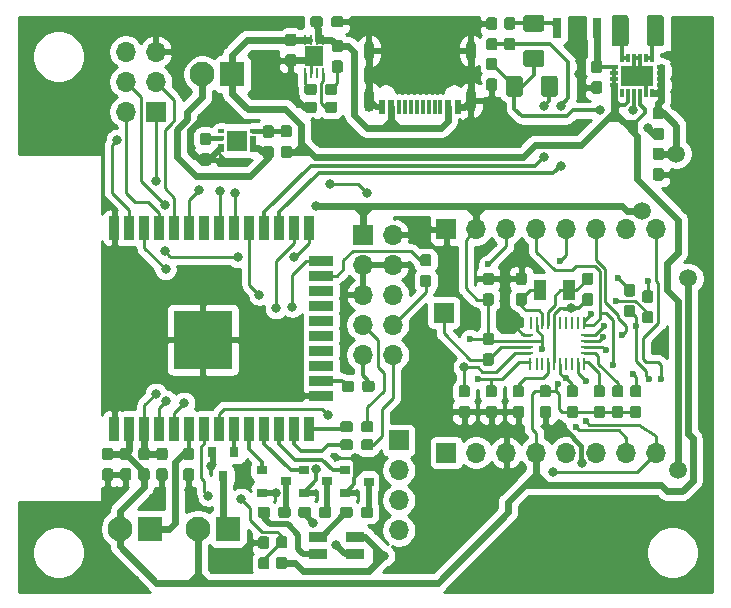
<source format=gbr>
G04 #@! TF.GenerationSoftware,KiCad,Pcbnew,(5.1.5)-2*
G04 #@! TF.CreationDate,2021-03-29T00:27:02+02:00*
G04 #@! TF.ProjectId,Versie1,56657273-6965-4312-9e6b-696361645f70,rev?*
G04 #@! TF.SameCoordinates,Original*
G04 #@! TF.FileFunction,Copper,L1,Top*
G04 #@! TF.FilePolarity,Positive*
%FSLAX46Y46*%
G04 Gerber Fmt 4.6, Leading zero omitted, Abs format (unit mm)*
G04 Created by KiCad (PCBNEW (5.1.5)-2) date 2021-03-29 00:27:02*
%MOMM*%
%LPD*%
G04 APERTURE LIST*
%ADD10C,0.100000*%
%ADD11R,0.250000X1.075000*%
%ADD12R,0.975000X0.250000*%
%ADD13R,1.800000X1.800000*%
%ADD14R,0.500000X0.750000*%
%ADD15R,0.500000X0.400000*%
%ADD16R,1.700000X1.700000*%
%ADD17O,1.700000X1.700000*%
%ADD18R,0.900000X0.800000*%
%ADD19R,0.800000X0.900000*%
%ADD20R,5.000000X5.000000*%
%ADD21R,0.900000X2.000000*%
%ADD22R,2.000000X0.900000*%
%ADD23R,2.750000X1.750000*%
%ADD24R,0.800000X0.300000*%
%ADD25R,0.300000X0.800000*%
%ADD26O,0.900000X2.000000*%
%ADD27O,0.900000X1.700000*%
%ADD28R,0.300000X1.160000*%
%ADD29R,0.600000X1.160000*%
%ADD30R,1.500000X0.900000*%
%ADD31R,1.000000X1.800000*%
%ADD32C,2.100000*%
%ADD33R,2.100000X2.100000*%
%ADD34R,0.800000X1.700000*%
%ADD35R,1.549400X1.752600*%
%ADD36R,0.254000X0.812800*%
%ADD37C,0.600000*%
%ADD38C,0.800000*%
%ADD39C,1.500000*%
%ADD40C,0.250000*%
%ADD41C,0.300000*%
%ADD42C,0.600000*%
%ADD43C,0.500000*%
%ADD44C,0.400000*%
%ADD45C,0.254000*%
G04 APERTURE END LIST*
G04 #@! TA.AperFunction,SMDPad,CuDef*
D10*
G36*
X114052779Y-84030144D02*
G01*
X114075834Y-84033563D01*
X114098443Y-84039227D01*
X114120387Y-84047079D01*
X114141457Y-84057044D01*
X114161448Y-84069026D01*
X114180168Y-84082910D01*
X114197438Y-84098562D01*
X114213090Y-84115832D01*
X114226974Y-84134552D01*
X114238956Y-84154543D01*
X114248921Y-84175613D01*
X114256773Y-84197557D01*
X114262437Y-84220166D01*
X114265856Y-84243221D01*
X114267000Y-84266500D01*
X114267000Y-84841500D01*
X114265856Y-84864779D01*
X114262437Y-84887834D01*
X114256773Y-84910443D01*
X114248921Y-84932387D01*
X114238956Y-84953457D01*
X114226974Y-84973448D01*
X114213090Y-84992168D01*
X114197438Y-85009438D01*
X114180168Y-85025090D01*
X114161448Y-85038974D01*
X114141457Y-85050956D01*
X114120387Y-85060921D01*
X114098443Y-85068773D01*
X114075834Y-85074437D01*
X114052779Y-85077856D01*
X114029500Y-85079000D01*
X113554500Y-85079000D01*
X113531221Y-85077856D01*
X113508166Y-85074437D01*
X113485557Y-85068773D01*
X113463613Y-85060921D01*
X113442543Y-85050956D01*
X113422552Y-85038974D01*
X113403832Y-85025090D01*
X113386562Y-85009438D01*
X113370910Y-84992168D01*
X113357026Y-84973448D01*
X113345044Y-84953457D01*
X113335079Y-84932387D01*
X113327227Y-84910443D01*
X113321563Y-84887834D01*
X113318144Y-84864779D01*
X113317000Y-84841500D01*
X113317000Y-84266500D01*
X113318144Y-84243221D01*
X113321563Y-84220166D01*
X113327227Y-84197557D01*
X113335079Y-84175613D01*
X113345044Y-84154543D01*
X113357026Y-84134552D01*
X113370910Y-84115832D01*
X113386562Y-84098562D01*
X113403832Y-84082910D01*
X113422552Y-84069026D01*
X113442543Y-84057044D01*
X113463613Y-84047079D01*
X113485557Y-84039227D01*
X113508166Y-84033563D01*
X113531221Y-84030144D01*
X113554500Y-84029000D01*
X114029500Y-84029000D01*
X114052779Y-84030144D01*
G37*
G04 #@! TD.AperFunction*
G04 #@! TA.AperFunction,SMDPad,CuDef*
G36*
X114052779Y-82280144D02*
G01*
X114075834Y-82283563D01*
X114098443Y-82289227D01*
X114120387Y-82297079D01*
X114141457Y-82307044D01*
X114161448Y-82319026D01*
X114180168Y-82332910D01*
X114197438Y-82348562D01*
X114213090Y-82365832D01*
X114226974Y-82384552D01*
X114238956Y-82404543D01*
X114248921Y-82425613D01*
X114256773Y-82447557D01*
X114262437Y-82470166D01*
X114265856Y-82493221D01*
X114267000Y-82516500D01*
X114267000Y-83091500D01*
X114265856Y-83114779D01*
X114262437Y-83137834D01*
X114256773Y-83160443D01*
X114248921Y-83182387D01*
X114238956Y-83203457D01*
X114226974Y-83223448D01*
X114213090Y-83242168D01*
X114197438Y-83259438D01*
X114180168Y-83275090D01*
X114161448Y-83288974D01*
X114141457Y-83300956D01*
X114120387Y-83310921D01*
X114098443Y-83318773D01*
X114075834Y-83324437D01*
X114052779Y-83327856D01*
X114029500Y-83329000D01*
X113554500Y-83329000D01*
X113531221Y-83327856D01*
X113508166Y-83324437D01*
X113485557Y-83318773D01*
X113463613Y-83310921D01*
X113442543Y-83300956D01*
X113422552Y-83288974D01*
X113403832Y-83275090D01*
X113386562Y-83259438D01*
X113370910Y-83242168D01*
X113357026Y-83223448D01*
X113345044Y-83203457D01*
X113335079Y-83182387D01*
X113327227Y-83160443D01*
X113321563Y-83137834D01*
X113318144Y-83114779D01*
X113317000Y-83091500D01*
X113317000Y-82516500D01*
X113318144Y-82493221D01*
X113321563Y-82470166D01*
X113327227Y-82447557D01*
X113335079Y-82425613D01*
X113345044Y-82404543D01*
X113357026Y-82384552D01*
X113370910Y-82365832D01*
X113386562Y-82348562D01*
X113403832Y-82332910D01*
X113422552Y-82319026D01*
X113442543Y-82307044D01*
X113463613Y-82297079D01*
X113485557Y-82289227D01*
X113508166Y-82283563D01*
X113531221Y-82280144D01*
X113554500Y-82279000D01*
X114029500Y-82279000D01*
X114052779Y-82280144D01*
G37*
G04 #@! TD.AperFunction*
G04 #@! TA.AperFunction,SMDPad,CuDef*
G36*
X89464779Y-110397144D02*
G01*
X89487834Y-110400563D01*
X89510443Y-110406227D01*
X89532387Y-110414079D01*
X89553457Y-110424044D01*
X89573448Y-110436026D01*
X89592168Y-110449910D01*
X89609438Y-110465562D01*
X89625090Y-110482832D01*
X89638974Y-110501552D01*
X89650956Y-110521543D01*
X89660921Y-110542613D01*
X89668773Y-110564557D01*
X89674437Y-110587166D01*
X89677856Y-110610221D01*
X89679000Y-110633500D01*
X89679000Y-111108500D01*
X89677856Y-111131779D01*
X89674437Y-111154834D01*
X89668773Y-111177443D01*
X89660921Y-111199387D01*
X89650956Y-111220457D01*
X89638974Y-111240448D01*
X89625090Y-111259168D01*
X89609438Y-111276438D01*
X89592168Y-111292090D01*
X89573448Y-111305974D01*
X89553457Y-111317956D01*
X89532387Y-111327921D01*
X89510443Y-111335773D01*
X89487834Y-111341437D01*
X89464779Y-111344856D01*
X89441500Y-111346000D01*
X88866500Y-111346000D01*
X88843221Y-111344856D01*
X88820166Y-111341437D01*
X88797557Y-111335773D01*
X88775613Y-111327921D01*
X88754543Y-111317956D01*
X88734552Y-111305974D01*
X88715832Y-111292090D01*
X88698562Y-111276438D01*
X88682910Y-111259168D01*
X88669026Y-111240448D01*
X88657044Y-111220457D01*
X88647079Y-111199387D01*
X88639227Y-111177443D01*
X88633563Y-111154834D01*
X88630144Y-111131779D01*
X88629000Y-111108500D01*
X88629000Y-110633500D01*
X88630144Y-110610221D01*
X88633563Y-110587166D01*
X88639227Y-110564557D01*
X88647079Y-110542613D01*
X88657044Y-110521543D01*
X88669026Y-110501552D01*
X88682910Y-110482832D01*
X88698562Y-110465562D01*
X88715832Y-110449910D01*
X88734552Y-110436026D01*
X88754543Y-110424044D01*
X88775613Y-110414079D01*
X88797557Y-110406227D01*
X88820166Y-110400563D01*
X88843221Y-110397144D01*
X88866500Y-110396000D01*
X89441500Y-110396000D01*
X89464779Y-110397144D01*
G37*
G04 #@! TD.AperFunction*
G04 #@! TA.AperFunction,SMDPad,CuDef*
G36*
X87714779Y-110397144D02*
G01*
X87737834Y-110400563D01*
X87760443Y-110406227D01*
X87782387Y-110414079D01*
X87803457Y-110424044D01*
X87823448Y-110436026D01*
X87842168Y-110449910D01*
X87859438Y-110465562D01*
X87875090Y-110482832D01*
X87888974Y-110501552D01*
X87900956Y-110521543D01*
X87910921Y-110542613D01*
X87918773Y-110564557D01*
X87924437Y-110587166D01*
X87927856Y-110610221D01*
X87929000Y-110633500D01*
X87929000Y-111108500D01*
X87927856Y-111131779D01*
X87924437Y-111154834D01*
X87918773Y-111177443D01*
X87910921Y-111199387D01*
X87900956Y-111220457D01*
X87888974Y-111240448D01*
X87875090Y-111259168D01*
X87859438Y-111276438D01*
X87842168Y-111292090D01*
X87823448Y-111305974D01*
X87803457Y-111317956D01*
X87782387Y-111327921D01*
X87760443Y-111335773D01*
X87737834Y-111341437D01*
X87714779Y-111344856D01*
X87691500Y-111346000D01*
X87116500Y-111346000D01*
X87093221Y-111344856D01*
X87070166Y-111341437D01*
X87047557Y-111335773D01*
X87025613Y-111327921D01*
X87004543Y-111317956D01*
X86984552Y-111305974D01*
X86965832Y-111292090D01*
X86948562Y-111276438D01*
X86932910Y-111259168D01*
X86919026Y-111240448D01*
X86907044Y-111220457D01*
X86897079Y-111199387D01*
X86889227Y-111177443D01*
X86883563Y-111154834D01*
X86880144Y-111131779D01*
X86879000Y-111108500D01*
X86879000Y-110633500D01*
X86880144Y-110610221D01*
X86883563Y-110587166D01*
X86889227Y-110564557D01*
X86897079Y-110542613D01*
X86907044Y-110521543D01*
X86919026Y-110501552D01*
X86932910Y-110482832D01*
X86948562Y-110465562D01*
X86965832Y-110449910D01*
X86984552Y-110436026D01*
X87004543Y-110424044D01*
X87025613Y-110414079D01*
X87047557Y-110406227D01*
X87070166Y-110400563D01*
X87093221Y-110397144D01*
X87116500Y-110396000D01*
X87691500Y-110396000D01*
X87714779Y-110397144D01*
G37*
G04 #@! TD.AperFunction*
G04 #@! TA.AperFunction,SMDPad,CuDef*
G36*
X82175779Y-120352144D02*
G01*
X82198834Y-120355563D01*
X82221443Y-120361227D01*
X82243387Y-120369079D01*
X82264457Y-120379044D01*
X82284448Y-120391026D01*
X82303168Y-120404910D01*
X82320438Y-120420562D01*
X82336090Y-120437832D01*
X82349974Y-120456552D01*
X82361956Y-120476543D01*
X82371921Y-120497613D01*
X82379773Y-120519557D01*
X82385437Y-120542166D01*
X82388856Y-120565221D01*
X82390000Y-120588500D01*
X82390000Y-121163500D01*
X82388856Y-121186779D01*
X82385437Y-121209834D01*
X82379773Y-121232443D01*
X82371921Y-121254387D01*
X82361956Y-121275457D01*
X82349974Y-121295448D01*
X82336090Y-121314168D01*
X82320438Y-121331438D01*
X82303168Y-121347090D01*
X82284448Y-121360974D01*
X82264457Y-121372956D01*
X82243387Y-121382921D01*
X82221443Y-121390773D01*
X82198834Y-121396437D01*
X82175779Y-121399856D01*
X82152500Y-121401000D01*
X81677500Y-121401000D01*
X81654221Y-121399856D01*
X81631166Y-121396437D01*
X81608557Y-121390773D01*
X81586613Y-121382921D01*
X81565543Y-121372956D01*
X81545552Y-121360974D01*
X81526832Y-121347090D01*
X81509562Y-121331438D01*
X81493910Y-121314168D01*
X81480026Y-121295448D01*
X81468044Y-121275457D01*
X81458079Y-121254387D01*
X81450227Y-121232443D01*
X81444563Y-121209834D01*
X81441144Y-121186779D01*
X81440000Y-121163500D01*
X81440000Y-120588500D01*
X81441144Y-120565221D01*
X81444563Y-120542166D01*
X81450227Y-120519557D01*
X81458079Y-120497613D01*
X81468044Y-120476543D01*
X81480026Y-120456552D01*
X81493910Y-120437832D01*
X81509562Y-120420562D01*
X81526832Y-120404910D01*
X81545552Y-120391026D01*
X81565543Y-120379044D01*
X81586613Y-120369079D01*
X81608557Y-120361227D01*
X81631166Y-120355563D01*
X81654221Y-120352144D01*
X81677500Y-120351000D01*
X82152500Y-120351000D01*
X82175779Y-120352144D01*
G37*
G04 #@! TD.AperFunction*
G04 #@! TA.AperFunction,SMDPad,CuDef*
G36*
X82175779Y-118602144D02*
G01*
X82198834Y-118605563D01*
X82221443Y-118611227D01*
X82243387Y-118619079D01*
X82264457Y-118629044D01*
X82284448Y-118641026D01*
X82303168Y-118654910D01*
X82320438Y-118670562D01*
X82336090Y-118687832D01*
X82349974Y-118706552D01*
X82361956Y-118726543D01*
X82371921Y-118747613D01*
X82379773Y-118769557D01*
X82385437Y-118792166D01*
X82388856Y-118815221D01*
X82390000Y-118838500D01*
X82390000Y-119413500D01*
X82388856Y-119436779D01*
X82385437Y-119459834D01*
X82379773Y-119482443D01*
X82371921Y-119504387D01*
X82361956Y-119525457D01*
X82349974Y-119545448D01*
X82336090Y-119564168D01*
X82320438Y-119581438D01*
X82303168Y-119597090D01*
X82284448Y-119610974D01*
X82264457Y-119622956D01*
X82243387Y-119632921D01*
X82221443Y-119640773D01*
X82198834Y-119646437D01*
X82175779Y-119649856D01*
X82152500Y-119651000D01*
X81677500Y-119651000D01*
X81654221Y-119649856D01*
X81631166Y-119646437D01*
X81608557Y-119640773D01*
X81586613Y-119632921D01*
X81565543Y-119622956D01*
X81545552Y-119610974D01*
X81526832Y-119597090D01*
X81509562Y-119581438D01*
X81493910Y-119564168D01*
X81480026Y-119545448D01*
X81468044Y-119525457D01*
X81458079Y-119504387D01*
X81450227Y-119482443D01*
X81444563Y-119459834D01*
X81441144Y-119436779D01*
X81440000Y-119413500D01*
X81440000Y-118838500D01*
X81441144Y-118815221D01*
X81444563Y-118792166D01*
X81450227Y-118769557D01*
X81458079Y-118747613D01*
X81468044Y-118726543D01*
X81480026Y-118706552D01*
X81493910Y-118687832D01*
X81509562Y-118670562D01*
X81526832Y-118654910D01*
X81545552Y-118641026D01*
X81565543Y-118629044D01*
X81586613Y-118619079D01*
X81608557Y-118611227D01*
X81631166Y-118605563D01*
X81654221Y-118602144D01*
X81677500Y-118601000D01*
X82152500Y-118601000D01*
X82175779Y-118602144D01*
G37*
G04 #@! TD.AperFunction*
G04 #@! TA.AperFunction,SMDPad,CuDef*
G36*
X80651779Y-118630144D02*
G01*
X80674834Y-118633563D01*
X80697443Y-118639227D01*
X80719387Y-118647079D01*
X80740457Y-118657044D01*
X80760448Y-118669026D01*
X80779168Y-118682910D01*
X80796438Y-118698562D01*
X80812090Y-118715832D01*
X80825974Y-118734552D01*
X80837956Y-118754543D01*
X80847921Y-118775613D01*
X80855773Y-118797557D01*
X80861437Y-118820166D01*
X80864856Y-118843221D01*
X80866000Y-118866500D01*
X80866000Y-119441500D01*
X80864856Y-119464779D01*
X80861437Y-119487834D01*
X80855773Y-119510443D01*
X80847921Y-119532387D01*
X80837956Y-119553457D01*
X80825974Y-119573448D01*
X80812090Y-119592168D01*
X80796438Y-119609438D01*
X80779168Y-119625090D01*
X80760448Y-119638974D01*
X80740457Y-119650956D01*
X80719387Y-119660921D01*
X80697443Y-119668773D01*
X80674834Y-119674437D01*
X80651779Y-119677856D01*
X80628500Y-119679000D01*
X80153500Y-119679000D01*
X80130221Y-119677856D01*
X80107166Y-119674437D01*
X80084557Y-119668773D01*
X80062613Y-119660921D01*
X80041543Y-119650956D01*
X80021552Y-119638974D01*
X80002832Y-119625090D01*
X79985562Y-119609438D01*
X79969910Y-119592168D01*
X79956026Y-119573448D01*
X79944044Y-119553457D01*
X79934079Y-119532387D01*
X79926227Y-119510443D01*
X79920563Y-119487834D01*
X79917144Y-119464779D01*
X79916000Y-119441500D01*
X79916000Y-118866500D01*
X79917144Y-118843221D01*
X79920563Y-118820166D01*
X79926227Y-118797557D01*
X79934079Y-118775613D01*
X79944044Y-118754543D01*
X79956026Y-118734552D01*
X79969910Y-118715832D01*
X79985562Y-118698562D01*
X80002832Y-118682910D01*
X80021552Y-118669026D01*
X80041543Y-118657044D01*
X80062613Y-118647079D01*
X80084557Y-118639227D01*
X80107166Y-118633563D01*
X80130221Y-118630144D01*
X80153500Y-118629000D01*
X80628500Y-118629000D01*
X80651779Y-118630144D01*
G37*
G04 #@! TD.AperFunction*
G04 #@! TA.AperFunction,SMDPad,CuDef*
G36*
X80651779Y-120380144D02*
G01*
X80674834Y-120383563D01*
X80697443Y-120389227D01*
X80719387Y-120397079D01*
X80740457Y-120407044D01*
X80760448Y-120419026D01*
X80779168Y-120432910D01*
X80796438Y-120448562D01*
X80812090Y-120465832D01*
X80825974Y-120484552D01*
X80837956Y-120504543D01*
X80847921Y-120525613D01*
X80855773Y-120547557D01*
X80861437Y-120570166D01*
X80864856Y-120593221D01*
X80866000Y-120616500D01*
X80866000Y-121191500D01*
X80864856Y-121214779D01*
X80861437Y-121237834D01*
X80855773Y-121260443D01*
X80847921Y-121282387D01*
X80837956Y-121303457D01*
X80825974Y-121323448D01*
X80812090Y-121342168D01*
X80796438Y-121359438D01*
X80779168Y-121375090D01*
X80760448Y-121388974D01*
X80740457Y-121400956D01*
X80719387Y-121410921D01*
X80697443Y-121418773D01*
X80674834Y-121424437D01*
X80651779Y-121427856D01*
X80628500Y-121429000D01*
X80153500Y-121429000D01*
X80130221Y-121427856D01*
X80107166Y-121424437D01*
X80084557Y-121418773D01*
X80062613Y-121410921D01*
X80041543Y-121400956D01*
X80021552Y-121388974D01*
X80002832Y-121375090D01*
X79985562Y-121359438D01*
X79969910Y-121342168D01*
X79956026Y-121323448D01*
X79944044Y-121303457D01*
X79934079Y-121282387D01*
X79926227Y-121260443D01*
X79920563Y-121237834D01*
X79917144Y-121214779D01*
X79916000Y-121191500D01*
X79916000Y-120616500D01*
X79917144Y-120593221D01*
X79920563Y-120570166D01*
X79926227Y-120547557D01*
X79934079Y-120525613D01*
X79944044Y-120504543D01*
X79956026Y-120484552D01*
X79969910Y-120465832D01*
X79985562Y-120448562D01*
X80002832Y-120432910D01*
X80021552Y-120419026D01*
X80041543Y-120407044D01*
X80062613Y-120397079D01*
X80084557Y-120389227D01*
X80107166Y-120383563D01*
X80130221Y-120380144D01*
X80153500Y-120379000D01*
X80628500Y-120379000D01*
X80651779Y-120380144D01*
G37*
G04 #@! TD.AperFunction*
D11*
X102983000Y-100551500D03*
D12*
X102720000Y-101563500D03*
X102720000Y-102063500D03*
X102720000Y-102563500D03*
X102720000Y-103063500D03*
D11*
X102920000Y-104076500D03*
X103483000Y-104076500D03*
X103983000Y-104076500D03*
X104483000Y-104076500D03*
X104983000Y-104076500D03*
X105483000Y-104076500D03*
X105983000Y-104076500D03*
X106483000Y-104076500D03*
X106983000Y-104076500D03*
X107496000Y-104076500D03*
D12*
X107746000Y-103063500D03*
X107746000Y-102563500D03*
X107746000Y-102063500D03*
X107746000Y-101563500D03*
D11*
X107546000Y-100551500D03*
X106983000Y-100551500D03*
X106483000Y-100551500D03*
X105983000Y-100551500D03*
X105483000Y-100551500D03*
X104983000Y-100551500D03*
X104483000Y-100551500D03*
X103983000Y-100551500D03*
X103483000Y-100551500D03*
G04 #@! TA.AperFunction,SMDPad,CuDef*
D10*
G36*
X103900504Y-77447704D02*
G01*
X103924773Y-77451304D01*
X103948571Y-77457265D01*
X103971671Y-77465530D01*
X103993849Y-77476020D01*
X104014893Y-77488633D01*
X104034598Y-77503247D01*
X104052777Y-77519723D01*
X104069253Y-77537902D01*
X104083867Y-77557607D01*
X104096480Y-77578651D01*
X104106970Y-77600829D01*
X104115235Y-77623929D01*
X104121196Y-77647727D01*
X104124796Y-77671996D01*
X104126000Y-77696500D01*
X104126000Y-78621500D01*
X104124796Y-78646004D01*
X104121196Y-78670273D01*
X104115235Y-78694071D01*
X104106970Y-78717171D01*
X104096480Y-78739349D01*
X104083867Y-78760393D01*
X104069253Y-78780098D01*
X104052777Y-78798277D01*
X104034598Y-78814753D01*
X104014893Y-78829367D01*
X103993849Y-78841980D01*
X103971671Y-78852470D01*
X103948571Y-78860735D01*
X103924773Y-78866696D01*
X103900504Y-78870296D01*
X103876000Y-78871500D01*
X102626000Y-78871500D01*
X102601496Y-78870296D01*
X102577227Y-78866696D01*
X102553429Y-78860735D01*
X102530329Y-78852470D01*
X102508151Y-78841980D01*
X102487107Y-78829367D01*
X102467402Y-78814753D01*
X102449223Y-78798277D01*
X102432747Y-78780098D01*
X102418133Y-78760393D01*
X102405520Y-78739349D01*
X102395030Y-78717171D01*
X102386765Y-78694071D01*
X102380804Y-78670273D01*
X102377204Y-78646004D01*
X102376000Y-78621500D01*
X102376000Y-77696500D01*
X102377204Y-77671996D01*
X102380804Y-77647727D01*
X102386765Y-77623929D01*
X102395030Y-77600829D01*
X102405520Y-77578651D01*
X102418133Y-77557607D01*
X102432747Y-77537902D01*
X102449223Y-77519723D01*
X102467402Y-77503247D01*
X102487107Y-77488633D01*
X102508151Y-77476020D01*
X102530329Y-77465530D01*
X102553429Y-77457265D01*
X102577227Y-77451304D01*
X102601496Y-77447704D01*
X102626000Y-77446500D01*
X103876000Y-77446500D01*
X103900504Y-77447704D01*
G37*
G04 #@! TD.AperFunction*
G04 #@! TA.AperFunction,SMDPad,CuDef*
G36*
X103900504Y-74472704D02*
G01*
X103924773Y-74476304D01*
X103948571Y-74482265D01*
X103971671Y-74490530D01*
X103993849Y-74501020D01*
X104014893Y-74513633D01*
X104034598Y-74528247D01*
X104052777Y-74544723D01*
X104069253Y-74562902D01*
X104083867Y-74582607D01*
X104096480Y-74603651D01*
X104106970Y-74625829D01*
X104115235Y-74648929D01*
X104121196Y-74672727D01*
X104124796Y-74696996D01*
X104126000Y-74721500D01*
X104126000Y-75646500D01*
X104124796Y-75671004D01*
X104121196Y-75695273D01*
X104115235Y-75719071D01*
X104106970Y-75742171D01*
X104096480Y-75764349D01*
X104083867Y-75785393D01*
X104069253Y-75805098D01*
X104052777Y-75823277D01*
X104034598Y-75839753D01*
X104014893Y-75854367D01*
X103993849Y-75866980D01*
X103971671Y-75877470D01*
X103948571Y-75885735D01*
X103924773Y-75891696D01*
X103900504Y-75895296D01*
X103876000Y-75896500D01*
X102626000Y-75896500D01*
X102601496Y-75895296D01*
X102577227Y-75891696D01*
X102553429Y-75885735D01*
X102530329Y-75877470D01*
X102508151Y-75866980D01*
X102487107Y-75854367D01*
X102467402Y-75839753D01*
X102449223Y-75823277D01*
X102432747Y-75805098D01*
X102418133Y-75785393D01*
X102405520Y-75764349D01*
X102395030Y-75742171D01*
X102386765Y-75719071D01*
X102380804Y-75695273D01*
X102377204Y-75671004D01*
X102376000Y-75646500D01*
X102376000Y-74721500D01*
X102377204Y-74696996D01*
X102380804Y-74672727D01*
X102386765Y-74648929D01*
X102395030Y-74625829D01*
X102405520Y-74603651D01*
X102418133Y-74582607D01*
X102432747Y-74562902D01*
X102449223Y-74544723D01*
X102467402Y-74528247D01*
X102487107Y-74513633D01*
X102508151Y-74501020D01*
X102530329Y-74490530D01*
X102553429Y-74482265D01*
X102577227Y-74476304D01*
X102601496Y-74472704D01*
X102626000Y-74471500D01*
X103876000Y-74471500D01*
X103900504Y-74472704D01*
G37*
G04 #@! TD.AperFunction*
G04 #@! TA.AperFunction,SMDPad,CuDef*
G36*
X105062004Y-79644204D02*
G01*
X105086273Y-79647804D01*
X105110071Y-79653765D01*
X105133171Y-79662030D01*
X105155349Y-79672520D01*
X105176393Y-79685133D01*
X105196098Y-79699747D01*
X105214277Y-79716223D01*
X105230753Y-79734402D01*
X105245367Y-79754107D01*
X105257980Y-79775151D01*
X105268470Y-79797329D01*
X105276735Y-79820429D01*
X105282696Y-79844227D01*
X105286296Y-79868496D01*
X105287500Y-79893000D01*
X105287500Y-81143000D01*
X105286296Y-81167504D01*
X105282696Y-81191773D01*
X105276735Y-81215571D01*
X105268470Y-81238671D01*
X105257980Y-81260849D01*
X105245367Y-81281893D01*
X105230753Y-81301598D01*
X105214277Y-81319777D01*
X105196098Y-81336253D01*
X105176393Y-81350867D01*
X105155349Y-81363480D01*
X105133171Y-81373970D01*
X105110071Y-81382235D01*
X105086273Y-81388196D01*
X105062004Y-81391796D01*
X105037500Y-81393000D01*
X104112500Y-81393000D01*
X104087996Y-81391796D01*
X104063727Y-81388196D01*
X104039929Y-81382235D01*
X104016829Y-81373970D01*
X103994651Y-81363480D01*
X103973607Y-81350867D01*
X103953902Y-81336253D01*
X103935723Y-81319777D01*
X103919247Y-81301598D01*
X103904633Y-81281893D01*
X103892020Y-81260849D01*
X103881530Y-81238671D01*
X103873265Y-81215571D01*
X103867304Y-81191773D01*
X103863704Y-81167504D01*
X103862500Y-81143000D01*
X103862500Y-79893000D01*
X103863704Y-79868496D01*
X103867304Y-79844227D01*
X103873265Y-79820429D01*
X103881530Y-79797329D01*
X103892020Y-79775151D01*
X103904633Y-79754107D01*
X103919247Y-79734402D01*
X103935723Y-79716223D01*
X103953902Y-79699747D01*
X103973607Y-79685133D01*
X103994651Y-79672520D01*
X104016829Y-79662030D01*
X104039929Y-79653765D01*
X104063727Y-79647804D01*
X104087996Y-79644204D01*
X104112500Y-79643000D01*
X105037500Y-79643000D01*
X105062004Y-79644204D01*
G37*
G04 #@! TD.AperFunction*
G04 #@! TA.AperFunction,SMDPad,CuDef*
G36*
X102087004Y-79644204D02*
G01*
X102111273Y-79647804D01*
X102135071Y-79653765D01*
X102158171Y-79662030D01*
X102180349Y-79672520D01*
X102201393Y-79685133D01*
X102221098Y-79699747D01*
X102239277Y-79716223D01*
X102255753Y-79734402D01*
X102270367Y-79754107D01*
X102282980Y-79775151D01*
X102293470Y-79797329D01*
X102301735Y-79820429D01*
X102307696Y-79844227D01*
X102311296Y-79868496D01*
X102312500Y-79893000D01*
X102312500Y-81143000D01*
X102311296Y-81167504D01*
X102307696Y-81191773D01*
X102301735Y-81215571D01*
X102293470Y-81238671D01*
X102282980Y-81260849D01*
X102270367Y-81281893D01*
X102255753Y-81301598D01*
X102239277Y-81319777D01*
X102221098Y-81336253D01*
X102201393Y-81350867D01*
X102180349Y-81363480D01*
X102158171Y-81373970D01*
X102135071Y-81382235D01*
X102111273Y-81388196D01*
X102087004Y-81391796D01*
X102062500Y-81393000D01*
X101137500Y-81393000D01*
X101112996Y-81391796D01*
X101088727Y-81388196D01*
X101064929Y-81382235D01*
X101041829Y-81373970D01*
X101019651Y-81363480D01*
X100998607Y-81350867D01*
X100978902Y-81336253D01*
X100960723Y-81319777D01*
X100944247Y-81301598D01*
X100929633Y-81281893D01*
X100917020Y-81260849D01*
X100906530Y-81238671D01*
X100898265Y-81215571D01*
X100892304Y-81191773D01*
X100888704Y-81167504D01*
X100887500Y-81143000D01*
X100887500Y-79893000D01*
X100888704Y-79868496D01*
X100892304Y-79844227D01*
X100898265Y-79820429D01*
X100906530Y-79797329D01*
X100917020Y-79775151D01*
X100929633Y-79754107D01*
X100944247Y-79734402D01*
X100960723Y-79716223D01*
X100978902Y-79699747D01*
X100998607Y-79685133D01*
X101019651Y-79672520D01*
X101041829Y-79662030D01*
X101064929Y-79653765D01*
X101088727Y-79647804D01*
X101112996Y-79644204D01*
X101137500Y-79643000D01*
X102062500Y-79643000D01*
X102087004Y-79644204D01*
G37*
G04 #@! TD.AperFunction*
D13*
X78137000Y-85113000D03*
D14*
X76787000Y-85713000D03*
D15*
X76787000Y-84938000D03*
X76787000Y-84338000D03*
X79487000Y-84338000D03*
X79487000Y-84938000D03*
D14*
X79487000Y-85713000D03*
D16*
X88773000Y-93091000D03*
D17*
X91313000Y-93091000D03*
X88773000Y-95631000D03*
X91313000Y-95631000D03*
X88773000Y-98171000D03*
X91313000Y-98171000D03*
X88773000Y-100711000D03*
X91313000Y-100711000D03*
X88773000Y-103251000D03*
X91313000Y-103251000D03*
D16*
X71247000Y-82677000D03*
D17*
X68707000Y-82677000D03*
X71247000Y-80137000D03*
X68707000Y-80137000D03*
X71247000Y-77597000D03*
X68707000Y-77597000D03*
D16*
X95835000Y-92613500D03*
D17*
X98375000Y-92613500D03*
X100915000Y-92613500D03*
X103455000Y-92613500D03*
X105995000Y-92613500D03*
X108535000Y-92613500D03*
X111075000Y-92613500D03*
X113615000Y-92613500D03*
X113615000Y-111536500D03*
X111075000Y-111536500D03*
X108535000Y-111536500D03*
X105995000Y-111536500D03*
X103455000Y-111536500D03*
X100915000Y-111536500D03*
X98375000Y-111536500D03*
D16*
X95835000Y-111536500D03*
X95631000Y-99695000D03*
D18*
X87265000Y-113035000D03*
X87265000Y-114935000D03*
X89265000Y-113985000D03*
X82264000Y-113980000D03*
X80264000Y-114930000D03*
X80264000Y-113030000D03*
X85772500Y-113980000D03*
X83772500Y-114930000D03*
X83772500Y-113030000D03*
D19*
X77912000Y-111522000D03*
X76012000Y-111522000D03*
X76962000Y-113522000D03*
D20*
X75245000Y-102000000D03*
D21*
X67745000Y-109500000D03*
X69015000Y-109500000D03*
X70285000Y-109500000D03*
X71555000Y-109500000D03*
X72825000Y-109500000D03*
X74095000Y-109500000D03*
X75365000Y-109500000D03*
X76635000Y-109500000D03*
X77905000Y-109500000D03*
X79175000Y-109500000D03*
X80445000Y-109500000D03*
X81715000Y-109500000D03*
X82985000Y-109500000D03*
X84255000Y-109500000D03*
D22*
X85255000Y-106715000D03*
X85255000Y-105445000D03*
X85255000Y-104175000D03*
X85255000Y-102905000D03*
X85255000Y-101635000D03*
X85255000Y-100365000D03*
X85255000Y-99095000D03*
X85255000Y-97825000D03*
X85255000Y-96555000D03*
X85255000Y-95285000D03*
D21*
X84255000Y-92500000D03*
X82985000Y-92500000D03*
X81715000Y-92500000D03*
X80445000Y-92500000D03*
X79175000Y-92500000D03*
X77905000Y-92500000D03*
X76635000Y-92500000D03*
X75365000Y-92500000D03*
X74095000Y-92500000D03*
X72825000Y-92500000D03*
X71555000Y-92500000D03*
X70285000Y-92500000D03*
X69015000Y-92500000D03*
X67745000Y-92500000D03*
G04 #@! TA.AperFunction,SMDPad,CuDef*
D10*
G36*
X72032779Y-112873144D02*
G01*
X72055834Y-112876563D01*
X72078443Y-112882227D01*
X72100387Y-112890079D01*
X72121457Y-112900044D01*
X72141448Y-112912026D01*
X72160168Y-112925910D01*
X72177438Y-112941562D01*
X72193090Y-112958832D01*
X72206974Y-112977552D01*
X72218956Y-112997543D01*
X72228921Y-113018613D01*
X72236773Y-113040557D01*
X72242437Y-113063166D01*
X72245856Y-113086221D01*
X72247000Y-113109500D01*
X72247000Y-113684500D01*
X72245856Y-113707779D01*
X72242437Y-113730834D01*
X72236773Y-113753443D01*
X72228921Y-113775387D01*
X72218956Y-113796457D01*
X72206974Y-113816448D01*
X72193090Y-113835168D01*
X72177438Y-113852438D01*
X72160168Y-113868090D01*
X72141448Y-113881974D01*
X72121457Y-113893956D01*
X72100387Y-113903921D01*
X72078443Y-113911773D01*
X72055834Y-113917437D01*
X72032779Y-113920856D01*
X72009500Y-113922000D01*
X71534500Y-113922000D01*
X71511221Y-113920856D01*
X71488166Y-113917437D01*
X71465557Y-113911773D01*
X71443613Y-113903921D01*
X71422543Y-113893956D01*
X71402552Y-113881974D01*
X71383832Y-113868090D01*
X71366562Y-113852438D01*
X71350910Y-113835168D01*
X71337026Y-113816448D01*
X71325044Y-113796457D01*
X71315079Y-113775387D01*
X71307227Y-113753443D01*
X71301563Y-113730834D01*
X71298144Y-113707779D01*
X71297000Y-113684500D01*
X71297000Y-113109500D01*
X71298144Y-113086221D01*
X71301563Y-113063166D01*
X71307227Y-113040557D01*
X71315079Y-113018613D01*
X71325044Y-112997543D01*
X71337026Y-112977552D01*
X71350910Y-112958832D01*
X71366562Y-112941562D01*
X71383832Y-112925910D01*
X71402552Y-112912026D01*
X71422543Y-112900044D01*
X71443613Y-112890079D01*
X71465557Y-112882227D01*
X71488166Y-112876563D01*
X71511221Y-112873144D01*
X71534500Y-112872000D01*
X72009500Y-112872000D01*
X72032779Y-112873144D01*
G37*
G04 #@! TD.AperFunction*
G04 #@! TA.AperFunction,SMDPad,CuDef*
G36*
X72032779Y-111123144D02*
G01*
X72055834Y-111126563D01*
X72078443Y-111132227D01*
X72100387Y-111140079D01*
X72121457Y-111150044D01*
X72141448Y-111162026D01*
X72160168Y-111175910D01*
X72177438Y-111191562D01*
X72193090Y-111208832D01*
X72206974Y-111227552D01*
X72218956Y-111247543D01*
X72228921Y-111268613D01*
X72236773Y-111290557D01*
X72242437Y-111313166D01*
X72245856Y-111336221D01*
X72247000Y-111359500D01*
X72247000Y-111934500D01*
X72245856Y-111957779D01*
X72242437Y-111980834D01*
X72236773Y-112003443D01*
X72228921Y-112025387D01*
X72218956Y-112046457D01*
X72206974Y-112066448D01*
X72193090Y-112085168D01*
X72177438Y-112102438D01*
X72160168Y-112118090D01*
X72141448Y-112131974D01*
X72121457Y-112143956D01*
X72100387Y-112153921D01*
X72078443Y-112161773D01*
X72055834Y-112167437D01*
X72032779Y-112170856D01*
X72009500Y-112172000D01*
X71534500Y-112172000D01*
X71511221Y-112170856D01*
X71488166Y-112167437D01*
X71465557Y-112161773D01*
X71443613Y-112153921D01*
X71422543Y-112143956D01*
X71402552Y-112131974D01*
X71383832Y-112118090D01*
X71366562Y-112102438D01*
X71350910Y-112085168D01*
X71337026Y-112066448D01*
X71325044Y-112046457D01*
X71315079Y-112025387D01*
X71307227Y-112003443D01*
X71301563Y-111980834D01*
X71298144Y-111957779D01*
X71297000Y-111934500D01*
X71297000Y-111359500D01*
X71298144Y-111336221D01*
X71301563Y-111313166D01*
X71307227Y-111290557D01*
X71315079Y-111268613D01*
X71325044Y-111247543D01*
X71337026Y-111227552D01*
X71350910Y-111208832D01*
X71366562Y-111191562D01*
X71383832Y-111175910D01*
X71402552Y-111162026D01*
X71422543Y-111150044D01*
X71443613Y-111140079D01*
X71465557Y-111132227D01*
X71488166Y-111126563D01*
X71511221Y-111123144D01*
X71534500Y-111122000D01*
X72009500Y-111122000D01*
X72032779Y-111123144D01*
G37*
G04 #@! TD.AperFunction*
G04 #@! TA.AperFunction,SMDPad,CuDef*
G36*
X67443779Y-112873144D02*
G01*
X67466834Y-112876563D01*
X67489443Y-112882227D01*
X67511387Y-112890079D01*
X67532457Y-112900044D01*
X67552448Y-112912026D01*
X67571168Y-112925910D01*
X67588438Y-112941562D01*
X67604090Y-112958832D01*
X67617974Y-112977552D01*
X67629956Y-112997543D01*
X67639921Y-113018613D01*
X67647773Y-113040557D01*
X67653437Y-113063166D01*
X67656856Y-113086221D01*
X67658000Y-113109500D01*
X67658000Y-113684500D01*
X67656856Y-113707779D01*
X67653437Y-113730834D01*
X67647773Y-113753443D01*
X67639921Y-113775387D01*
X67629956Y-113796457D01*
X67617974Y-113816448D01*
X67604090Y-113835168D01*
X67588438Y-113852438D01*
X67571168Y-113868090D01*
X67552448Y-113881974D01*
X67532457Y-113893956D01*
X67511387Y-113903921D01*
X67489443Y-113911773D01*
X67466834Y-113917437D01*
X67443779Y-113920856D01*
X67420500Y-113922000D01*
X66945500Y-113922000D01*
X66922221Y-113920856D01*
X66899166Y-113917437D01*
X66876557Y-113911773D01*
X66854613Y-113903921D01*
X66833543Y-113893956D01*
X66813552Y-113881974D01*
X66794832Y-113868090D01*
X66777562Y-113852438D01*
X66761910Y-113835168D01*
X66748026Y-113816448D01*
X66736044Y-113796457D01*
X66726079Y-113775387D01*
X66718227Y-113753443D01*
X66712563Y-113730834D01*
X66709144Y-113707779D01*
X66708000Y-113684500D01*
X66708000Y-113109500D01*
X66709144Y-113086221D01*
X66712563Y-113063166D01*
X66718227Y-113040557D01*
X66726079Y-113018613D01*
X66736044Y-112997543D01*
X66748026Y-112977552D01*
X66761910Y-112958832D01*
X66777562Y-112941562D01*
X66794832Y-112925910D01*
X66813552Y-112912026D01*
X66833543Y-112900044D01*
X66854613Y-112890079D01*
X66876557Y-112882227D01*
X66899166Y-112876563D01*
X66922221Y-112873144D01*
X66945500Y-112872000D01*
X67420500Y-112872000D01*
X67443779Y-112873144D01*
G37*
G04 #@! TD.AperFunction*
G04 #@! TA.AperFunction,SMDPad,CuDef*
G36*
X67443779Y-111123144D02*
G01*
X67466834Y-111126563D01*
X67489443Y-111132227D01*
X67511387Y-111140079D01*
X67532457Y-111150044D01*
X67552448Y-111162026D01*
X67571168Y-111175910D01*
X67588438Y-111191562D01*
X67604090Y-111208832D01*
X67617974Y-111227552D01*
X67629956Y-111247543D01*
X67639921Y-111268613D01*
X67647773Y-111290557D01*
X67653437Y-111313166D01*
X67656856Y-111336221D01*
X67658000Y-111359500D01*
X67658000Y-111934500D01*
X67656856Y-111957779D01*
X67653437Y-111980834D01*
X67647773Y-112003443D01*
X67639921Y-112025387D01*
X67629956Y-112046457D01*
X67617974Y-112066448D01*
X67604090Y-112085168D01*
X67588438Y-112102438D01*
X67571168Y-112118090D01*
X67552448Y-112131974D01*
X67532457Y-112143956D01*
X67511387Y-112153921D01*
X67489443Y-112161773D01*
X67466834Y-112167437D01*
X67443779Y-112170856D01*
X67420500Y-112172000D01*
X66945500Y-112172000D01*
X66922221Y-112170856D01*
X66899166Y-112167437D01*
X66876557Y-112161773D01*
X66854613Y-112153921D01*
X66833543Y-112143956D01*
X66813552Y-112131974D01*
X66794832Y-112118090D01*
X66777562Y-112102438D01*
X66761910Y-112085168D01*
X66748026Y-112066448D01*
X66736044Y-112046457D01*
X66726079Y-112025387D01*
X66718227Y-112003443D01*
X66712563Y-111980834D01*
X66709144Y-111957779D01*
X66708000Y-111934500D01*
X66708000Y-111359500D01*
X66709144Y-111336221D01*
X66712563Y-111313166D01*
X66718227Y-111290557D01*
X66726079Y-111268613D01*
X66736044Y-111247543D01*
X66748026Y-111227552D01*
X66761910Y-111208832D01*
X66777562Y-111191562D01*
X66794832Y-111175910D01*
X66813552Y-111162026D01*
X66833543Y-111150044D01*
X66854613Y-111140079D01*
X66876557Y-111132227D01*
X66899166Y-111126563D01*
X66922221Y-111123144D01*
X66945500Y-111122000D01*
X67420500Y-111122000D01*
X67443779Y-111123144D01*
G37*
G04 #@! TD.AperFunction*
G04 #@! TA.AperFunction,SMDPad,CuDef*
G36*
X81032779Y-85582144D02*
G01*
X81055834Y-85585563D01*
X81078443Y-85591227D01*
X81100387Y-85599079D01*
X81121457Y-85609044D01*
X81141448Y-85621026D01*
X81160168Y-85634910D01*
X81177438Y-85650562D01*
X81193090Y-85667832D01*
X81206974Y-85686552D01*
X81218956Y-85706543D01*
X81228921Y-85727613D01*
X81236773Y-85749557D01*
X81242437Y-85772166D01*
X81245856Y-85795221D01*
X81247000Y-85818500D01*
X81247000Y-86393500D01*
X81245856Y-86416779D01*
X81242437Y-86439834D01*
X81236773Y-86462443D01*
X81228921Y-86484387D01*
X81218956Y-86505457D01*
X81206974Y-86525448D01*
X81193090Y-86544168D01*
X81177438Y-86561438D01*
X81160168Y-86577090D01*
X81141448Y-86590974D01*
X81121457Y-86602956D01*
X81100387Y-86612921D01*
X81078443Y-86620773D01*
X81055834Y-86626437D01*
X81032779Y-86629856D01*
X81009500Y-86631000D01*
X80534500Y-86631000D01*
X80511221Y-86629856D01*
X80488166Y-86626437D01*
X80465557Y-86620773D01*
X80443613Y-86612921D01*
X80422543Y-86602956D01*
X80402552Y-86590974D01*
X80383832Y-86577090D01*
X80366562Y-86561438D01*
X80350910Y-86544168D01*
X80337026Y-86525448D01*
X80325044Y-86505457D01*
X80315079Y-86484387D01*
X80307227Y-86462443D01*
X80301563Y-86439834D01*
X80298144Y-86416779D01*
X80297000Y-86393500D01*
X80297000Y-85818500D01*
X80298144Y-85795221D01*
X80301563Y-85772166D01*
X80307227Y-85749557D01*
X80315079Y-85727613D01*
X80325044Y-85706543D01*
X80337026Y-85686552D01*
X80350910Y-85667832D01*
X80366562Y-85650562D01*
X80383832Y-85634910D01*
X80402552Y-85621026D01*
X80422543Y-85609044D01*
X80443613Y-85599079D01*
X80465557Y-85591227D01*
X80488166Y-85585563D01*
X80511221Y-85582144D01*
X80534500Y-85581000D01*
X81009500Y-85581000D01*
X81032779Y-85582144D01*
G37*
G04 #@! TD.AperFunction*
G04 #@! TA.AperFunction,SMDPad,CuDef*
G36*
X81032779Y-83832144D02*
G01*
X81055834Y-83835563D01*
X81078443Y-83841227D01*
X81100387Y-83849079D01*
X81121457Y-83859044D01*
X81141448Y-83871026D01*
X81160168Y-83884910D01*
X81177438Y-83900562D01*
X81193090Y-83917832D01*
X81206974Y-83936552D01*
X81218956Y-83956543D01*
X81228921Y-83977613D01*
X81236773Y-83999557D01*
X81242437Y-84022166D01*
X81245856Y-84045221D01*
X81247000Y-84068500D01*
X81247000Y-84643500D01*
X81245856Y-84666779D01*
X81242437Y-84689834D01*
X81236773Y-84712443D01*
X81228921Y-84734387D01*
X81218956Y-84755457D01*
X81206974Y-84775448D01*
X81193090Y-84794168D01*
X81177438Y-84811438D01*
X81160168Y-84827090D01*
X81141448Y-84840974D01*
X81121457Y-84852956D01*
X81100387Y-84862921D01*
X81078443Y-84870773D01*
X81055834Y-84876437D01*
X81032779Y-84879856D01*
X81009500Y-84881000D01*
X80534500Y-84881000D01*
X80511221Y-84879856D01*
X80488166Y-84876437D01*
X80465557Y-84870773D01*
X80443613Y-84862921D01*
X80422543Y-84852956D01*
X80402552Y-84840974D01*
X80383832Y-84827090D01*
X80366562Y-84811438D01*
X80350910Y-84794168D01*
X80337026Y-84775448D01*
X80325044Y-84755457D01*
X80315079Y-84734387D01*
X80307227Y-84712443D01*
X80301563Y-84689834D01*
X80298144Y-84666779D01*
X80297000Y-84643500D01*
X80297000Y-84068500D01*
X80298144Y-84045221D01*
X80301563Y-84022166D01*
X80307227Y-83999557D01*
X80315079Y-83977613D01*
X80325044Y-83956543D01*
X80337026Y-83936552D01*
X80350910Y-83917832D01*
X80366562Y-83900562D01*
X80383832Y-83884910D01*
X80402552Y-83871026D01*
X80422543Y-83859044D01*
X80443613Y-83849079D01*
X80465557Y-83841227D01*
X80488166Y-83835563D01*
X80511221Y-83832144D01*
X80534500Y-83831000D01*
X81009500Y-83831000D01*
X81032779Y-83832144D01*
G37*
G04 #@! TD.AperFunction*
G04 #@! TA.AperFunction,SMDPad,CuDef*
G36*
X68967779Y-112859144D02*
G01*
X68990834Y-112862563D01*
X69013443Y-112868227D01*
X69035387Y-112876079D01*
X69056457Y-112886044D01*
X69076448Y-112898026D01*
X69095168Y-112911910D01*
X69112438Y-112927562D01*
X69128090Y-112944832D01*
X69141974Y-112963552D01*
X69153956Y-112983543D01*
X69163921Y-113004613D01*
X69171773Y-113026557D01*
X69177437Y-113049166D01*
X69180856Y-113072221D01*
X69182000Y-113095500D01*
X69182000Y-113670500D01*
X69180856Y-113693779D01*
X69177437Y-113716834D01*
X69171773Y-113739443D01*
X69163921Y-113761387D01*
X69153956Y-113782457D01*
X69141974Y-113802448D01*
X69128090Y-113821168D01*
X69112438Y-113838438D01*
X69095168Y-113854090D01*
X69076448Y-113867974D01*
X69056457Y-113879956D01*
X69035387Y-113889921D01*
X69013443Y-113897773D01*
X68990834Y-113903437D01*
X68967779Y-113906856D01*
X68944500Y-113908000D01*
X68469500Y-113908000D01*
X68446221Y-113906856D01*
X68423166Y-113903437D01*
X68400557Y-113897773D01*
X68378613Y-113889921D01*
X68357543Y-113879956D01*
X68337552Y-113867974D01*
X68318832Y-113854090D01*
X68301562Y-113838438D01*
X68285910Y-113821168D01*
X68272026Y-113802448D01*
X68260044Y-113782457D01*
X68250079Y-113761387D01*
X68242227Y-113739443D01*
X68236563Y-113716834D01*
X68233144Y-113693779D01*
X68232000Y-113670500D01*
X68232000Y-113095500D01*
X68233144Y-113072221D01*
X68236563Y-113049166D01*
X68242227Y-113026557D01*
X68250079Y-113004613D01*
X68260044Y-112983543D01*
X68272026Y-112963552D01*
X68285910Y-112944832D01*
X68301562Y-112927562D01*
X68318832Y-112911910D01*
X68337552Y-112898026D01*
X68357543Y-112886044D01*
X68378613Y-112876079D01*
X68400557Y-112868227D01*
X68423166Y-112862563D01*
X68446221Y-112859144D01*
X68469500Y-112858000D01*
X68944500Y-112858000D01*
X68967779Y-112859144D01*
G37*
G04 #@! TD.AperFunction*
G04 #@! TA.AperFunction,SMDPad,CuDef*
G36*
X68967779Y-111109144D02*
G01*
X68990834Y-111112563D01*
X69013443Y-111118227D01*
X69035387Y-111126079D01*
X69056457Y-111136044D01*
X69076448Y-111148026D01*
X69095168Y-111161910D01*
X69112438Y-111177562D01*
X69128090Y-111194832D01*
X69141974Y-111213552D01*
X69153956Y-111233543D01*
X69163921Y-111254613D01*
X69171773Y-111276557D01*
X69177437Y-111299166D01*
X69180856Y-111322221D01*
X69182000Y-111345500D01*
X69182000Y-111920500D01*
X69180856Y-111943779D01*
X69177437Y-111966834D01*
X69171773Y-111989443D01*
X69163921Y-112011387D01*
X69153956Y-112032457D01*
X69141974Y-112052448D01*
X69128090Y-112071168D01*
X69112438Y-112088438D01*
X69095168Y-112104090D01*
X69076448Y-112117974D01*
X69056457Y-112129956D01*
X69035387Y-112139921D01*
X69013443Y-112147773D01*
X68990834Y-112153437D01*
X68967779Y-112156856D01*
X68944500Y-112158000D01*
X68469500Y-112158000D01*
X68446221Y-112156856D01*
X68423166Y-112153437D01*
X68400557Y-112147773D01*
X68378613Y-112139921D01*
X68357543Y-112129956D01*
X68337552Y-112117974D01*
X68318832Y-112104090D01*
X68301562Y-112088438D01*
X68285910Y-112071168D01*
X68272026Y-112052448D01*
X68260044Y-112032457D01*
X68250079Y-112011387D01*
X68242227Y-111989443D01*
X68236563Y-111966834D01*
X68233144Y-111943779D01*
X68232000Y-111920500D01*
X68232000Y-111345500D01*
X68233144Y-111322221D01*
X68236563Y-111299166D01*
X68242227Y-111276557D01*
X68250079Y-111254613D01*
X68260044Y-111233543D01*
X68272026Y-111213552D01*
X68285910Y-111194832D01*
X68301562Y-111177562D01*
X68318832Y-111161910D01*
X68337552Y-111148026D01*
X68357543Y-111136044D01*
X68378613Y-111126079D01*
X68400557Y-111118227D01*
X68423166Y-111112563D01*
X68446221Y-111109144D01*
X68469500Y-111108000D01*
X68944500Y-111108000D01*
X68967779Y-111109144D01*
G37*
G04 #@! TD.AperFunction*
G04 #@! TA.AperFunction,SMDPad,CuDef*
G36*
X104477779Y-107569644D02*
G01*
X104500834Y-107573063D01*
X104523443Y-107578727D01*
X104545387Y-107586579D01*
X104566457Y-107596544D01*
X104586448Y-107608526D01*
X104605168Y-107622410D01*
X104622438Y-107638062D01*
X104638090Y-107655332D01*
X104651974Y-107674052D01*
X104663956Y-107694043D01*
X104673921Y-107715113D01*
X104681773Y-107737057D01*
X104687437Y-107759666D01*
X104690856Y-107782721D01*
X104692000Y-107806000D01*
X104692000Y-108381000D01*
X104690856Y-108404279D01*
X104687437Y-108427334D01*
X104681773Y-108449943D01*
X104673921Y-108471887D01*
X104663956Y-108492957D01*
X104651974Y-108512948D01*
X104638090Y-108531668D01*
X104622438Y-108548938D01*
X104605168Y-108564590D01*
X104586448Y-108578474D01*
X104566457Y-108590456D01*
X104545387Y-108600421D01*
X104523443Y-108608273D01*
X104500834Y-108613937D01*
X104477779Y-108617356D01*
X104454500Y-108618500D01*
X103979500Y-108618500D01*
X103956221Y-108617356D01*
X103933166Y-108613937D01*
X103910557Y-108608273D01*
X103888613Y-108600421D01*
X103867543Y-108590456D01*
X103847552Y-108578474D01*
X103828832Y-108564590D01*
X103811562Y-108548938D01*
X103795910Y-108531668D01*
X103782026Y-108512948D01*
X103770044Y-108492957D01*
X103760079Y-108471887D01*
X103752227Y-108449943D01*
X103746563Y-108427334D01*
X103743144Y-108404279D01*
X103742000Y-108381000D01*
X103742000Y-107806000D01*
X103743144Y-107782721D01*
X103746563Y-107759666D01*
X103752227Y-107737057D01*
X103760079Y-107715113D01*
X103770044Y-107694043D01*
X103782026Y-107674052D01*
X103795910Y-107655332D01*
X103811562Y-107638062D01*
X103828832Y-107622410D01*
X103847552Y-107608526D01*
X103867543Y-107596544D01*
X103888613Y-107586579D01*
X103910557Y-107578727D01*
X103933166Y-107573063D01*
X103956221Y-107569644D01*
X103979500Y-107568500D01*
X104454500Y-107568500D01*
X104477779Y-107569644D01*
G37*
G04 #@! TD.AperFunction*
G04 #@! TA.AperFunction,SMDPad,CuDef*
G36*
X104477779Y-105819644D02*
G01*
X104500834Y-105823063D01*
X104523443Y-105828727D01*
X104545387Y-105836579D01*
X104566457Y-105846544D01*
X104586448Y-105858526D01*
X104605168Y-105872410D01*
X104622438Y-105888062D01*
X104638090Y-105905332D01*
X104651974Y-105924052D01*
X104663956Y-105944043D01*
X104673921Y-105965113D01*
X104681773Y-105987057D01*
X104687437Y-106009666D01*
X104690856Y-106032721D01*
X104692000Y-106056000D01*
X104692000Y-106631000D01*
X104690856Y-106654279D01*
X104687437Y-106677334D01*
X104681773Y-106699943D01*
X104673921Y-106721887D01*
X104663956Y-106742957D01*
X104651974Y-106762948D01*
X104638090Y-106781668D01*
X104622438Y-106798938D01*
X104605168Y-106814590D01*
X104586448Y-106828474D01*
X104566457Y-106840456D01*
X104545387Y-106850421D01*
X104523443Y-106858273D01*
X104500834Y-106863937D01*
X104477779Y-106867356D01*
X104454500Y-106868500D01*
X103979500Y-106868500D01*
X103956221Y-106867356D01*
X103933166Y-106863937D01*
X103910557Y-106858273D01*
X103888613Y-106850421D01*
X103867543Y-106840456D01*
X103847552Y-106828474D01*
X103828832Y-106814590D01*
X103811562Y-106798938D01*
X103795910Y-106781668D01*
X103782026Y-106762948D01*
X103770044Y-106742957D01*
X103760079Y-106721887D01*
X103752227Y-106699943D01*
X103746563Y-106677334D01*
X103743144Y-106654279D01*
X103742000Y-106631000D01*
X103742000Y-106056000D01*
X103743144Y-106032721D01*
X103746563Y-106009666D01*
X103752227Y-105987057D01*
X103760079Y-105965113D01*
X103770044Y-105944043D01*
X103782026Y-105924052D01*
X103795910Y-105905332D01*
X103811562Y-105888062D01*
X103828832Y-105872410D01*
X103847552Y-105858526D01*
X103867543Y-105846544D01*
X103888613Y-105836579D01*
X103910557Y-105828727D01*
X103933166Y-105823063D01*
X103956221Y-105819644D01*
X103979500Y-105818500D01*
X104454500Y-105818500D01*
X104477779Y-105819644D01*
G37*
G04 #@! TD.AperFunction*
G04 #@! TA.AperFunction,SMDPad,CuDef*
G36*
X99651779Y-98058644D02*
G01*
X99674834Y-98062063D01*
X99697443Y-98067727D01*
X99719387Y-98075579D01*
X99740457Y-98085544D01*
X99760448Y-98097526D01*
X99779168Y-98111410D01*
X99796438Y-98127062D01*
X99812090Y-98144332D01*
X99825974Y-98163052D01*
X99837956Y-98183043D01*
X99847921Y-98204113D01*
X99855773Y-98226057D01*
X99861437Y-98248666D01*
X99864856Y-98271721D01*
X99866000Y-98295000D01*
X99866000Y-98870000D01*
X99864856Y-98893279D01*
X99861437Y-98916334D01*
X99855773Y-98938943D01*
X99847921Y-98960887D01*
X99837956Y-98981957D01*
X99825974Y-99001948D01*
X99812090Y-99020668D01*
X99796438Y-99037938D01*
X99779168Y-99053590D01*
X99760448Y-99067474D01*
X99740457Y-99079456D01*
X99719387Y-99089421D01*
X99697443Y-99097273D01*
X99674834Y-99102937D01*
X99651779Y-99106356D01*
X99628500Y-99107500D01*
X99153500Y-99107500D01*
X99130221Y-99106356D01*
X99107166Y-99102937D01*
X99084557Y-99097273D01*
X99062613Y-99089421D01*
X99041543Y-99079456D01*
X99021552Y-99067474D01*
X99002832Y-99053590D01*
X98985562Y-99037938D01*
X98969910Y-99020668D01*
X98956026Y-99001948D01*
X98944044Y-98981957D01*
X98934079Y-98960887D01*
X98926227Y-98938943D01*
X98920563Y-98916334D01*
X98917144Y-98893279D01*
X98916000Y-98870000D01*
X98916000Y-98295000D01*
X98917144Y-98271721D01*
X98920563Y-98248666D01*
X98926227Y-98226057D01*
X98934079Y-98204113D01*
X98944044Y-98183043D01*
X98956026Y-98163052D01*
X98969910Y-98144332D01*
X98985562Y-98127062D01*
X99002832Y-98111410D01*
X99021552Y-98097526D01*
X99041543Y-98085544D01*
X99062613Y-98075579D01*
X99084557Y-98067727D01*
X99107166Y-98062063D01*
X99130221Y-98058644D01*
X99153500Y-98057500D01*
X99628500Y-98057500D01*
X99651779Y-98058644D01*
G37*
G04 #@! TD.AperFunction*
G04 #@! TA.AperFunction,SMDPad,CuDef*
G36*
X99651779Y-96308644D02*
G01*
X99674834Y-96312063D01*
X99697443Y-96317727D01*
X99719387Y-96325579D01*
X99740457Y-96335544D01*
X99760448Y-96347526D01*
X99779168Y-96361410D01*
X99796438Y-96377062D01*
X99812090Y-96394332D01*
X99825974Y-96413052D01*
X99837956Y-96433043D01*
X99847921Y-96454113D01*
X99855773Y-96476057D01*
X99861437Y-96498666D01*
X99864856Y-96521721D01*
X99866000Y-96545000D01*
X99866000Y-97120000D01*
X99864856Y-97143279D01*
X99861437Y-97166334D01*
X99855773Y-97188943D01*
X99847921Y-97210887D01*
X99837956Y-97231957D01*
X99825974Y-97251948D01*
X99812090Y-97270668D01*
X99796438Y-97287938D01*
X99779168Y-97303590D01*
X99760448Y-97317474D01*
X99740457Y-97329456D01*
X99719387Y-97339421D01*
X99697443Y-97347273D01*
X99674834Y-97352937D01*
X99651779Y-97356356D01*
X99628500Y-97357500D01*
X99153500Y-97357500D01*
X99130221Y-97356356D01*
X99107166Y-97352937D01*
X99084557Y-97347273D01*
X99062613Y-97339421D01*
X99041543Y-97329456D01*
X99021552Y-97317474D01*
X99002832Y-97303590D01*
X98985562Y-97287938D01*
X98969910Y-97270668D01*
X98956026Y-97251948D01*
X98944044Y-97231957D01*
X98934079Y-97210887D01*
X98926227Y-97188943D01*
X98920563Y-97166334D01*
X98917144Y-97143279D01*
X98916000Y-97120000D01*
X98916000Y-96545000D01*
X98917144Y-96521721D01*
X98920563Y-96498666D01*
X98926227Y-96476057D01*
X98934079Y-96454113D01*
X98944044Y-96433043D01*
X98956026Y-96413052D01*
X98969910Y-96394332D01*
X98985562Y-96377062D01*
X99002832Y-96361410D01*
X99021552Y-96347526D01*
X99041543Y-96335544D01*
X99062613Y-96325579D01*
X99084557Y-96317727D01*
X99107166Y-96312063D01*
X99130221Y-96308644D01*
X99153500Y-96307500D01*
X99628500Y-96307500D01*
X99651779Y-96308644D01*
G37*
G04 #@! TD.AperFunction*
G04 #@! TA.AperFunction,SMDPad,CuDef*
G36*
X102191779Y-105819644D02*
G01*
X102214834Y-105823063D01*
X102237443Y-105828727D01*
X102259387Y-105836579D01*
X102280457Y-105846544D01*
X102300448Y-105858526D01*
X102319168Y-105872410D01*
X102336438Y-105888062D01*
X102352090Y-105905332D01*
X102365974Y-105924052D01*
X102377956Y-105944043D01*
X102387921Y-105965113D01*
X102395773Y-105987057D01*
X102401437Y-106009666D01*
X102404856Y-106032721D01*
X102406000Y-106056000D01*
X102406000Y-106631000D01*
X102404856Y-106654279D01*
X102401437Y-106677334D01*
X102395773Y-106699943D01*
X102387921Y-106721887D01*
X102377956Y-106742957D01*
X102365974Y-106762948D01*
X102352090Y-106781668D01*
X102336438Y-106798938D01*
X102319168Y-106814590D01*
X102300448Y-106828474D01*
X102280457Y-106840456D01*
X102259387Y-106850421D01*
X102237443Y-106858273D01*
X102214834Y-106863937D01*
X102191779Y-106867356D01*
X102168500Y-106868500D01*
X101693500Y-106868500D01*
X101670221Y-106867356D01*
X101647166Y-106863937D01*
X101624557Y-106858273D01*
X101602613Y-106850421D01*
X101581543Y-106840456D01*
X101561552Y-106828474D01*
X101542832Y-106814590D01*
X101525562Y-106798938D01*
X101509910Y-106781668D01*
X101496026Y-106762948D01*
X101484044Y-106742957D01*
X101474079Y-106721887D01*
X101466227Y-106699943D01*
X101460563Y-106677334D01*
X101457144Y-106654279D01*
X101456000Y-106631000D01*
X101456000Y-106056000D01*
X101457144Y-106032721D01*
X101460563Y-106009666D01*
X101466227Y-105987057D01*
X101474079Y-105965113D01*
X101484044Y-105944043D01*
X101496026Y-105924052D01*
X101509910Y-105905332D01*
X101525562Y-105888062D01*
X101542832Y-105872410D01*
X101561552Y-105858526D01*
X101581543Y-105846544D01*
X101602613Y-105836579D01*
X101624557Y-105828727D01*
X101647166Y-105823063D01*
X101670221Y-105819644D01*
X101693500Y-105818500D01*
X102168500Y-105818500D01*
X102191779Y-105819644D01*
G37*
G04 #@! TD.AperFunction*
G04 #@! TA.AperFunction,SMDPad,CuDef*
G36*
X102191779Y-107569644D02*
G01*
X102214834Y-107573063D01*
X102237443Y-107578727D01*
X102259387Y-107586579D01*
X102280457Y-107596544D01*
X102300448Y-107608526D01*
X102319168Y-107622410D01*
X102336438Y-107638062D01*
X102352090Y-107655332D01*
X102365974Y-107674052D01*
X102377956Y-107694043D01*
X102387921Y-107715113D01*
X102395773Y-107737057D01*
X102401437Y-107759666D01*
X102404856Y-107782721D01*
X102406000Y-107806000D01*
X102406000Y-108381000D01*
X102404856Y-108404279D01*
X102401437Y-108427334D01*
X102395773Y-108449943D01*
X102387921Y-108471887D01*
X102377956Y-108492957D01*
X102365974Y-108512948D01*
X102352090Y-108531668D01*
X102336438Y-108548938D01*
X102319168Y-108564590D01*
X102300448Y-108578474D01*
X102280457Y-108590456D01*
X102259387Y-108600421D01*
X102237443Y-108608273D01*
X102214834Y-108613937D01*
X102191779Y-108617356D01*
X102168500Y-108618500D01*
X101693500Y-108618500D01*
X101670221Y-108617356D01*
X101647166Y-108613937D01*
X101624557Y-108608273D01*
X101602613Y-108600421D01*
X101581543Y-108590456D01*
X101561552Y-108578474D01*
X101542832Y-108564590D01*
X101525562Y-108548938D01*
X101509910Y-108531668D01*
X101496026Y-108512948D01*
X101484044Y-108492957D01*
X101474079Y-108471887D01*
X101466227Y-108449943D01*
X101460563Y-108427334D01*
X101457144Y-108404279D01*
X101456000Y-108381000D01*
X101456000Y-107806000D01*
X101457144Y-107782721D01*
X101460563Y-107759666D01*
X101466227Y-107737057D01*
X101474079Y-107715113D01*
X101484044Y-107694043D01*
X101496026Y-107674052D01*
X101509910Y-107655332D01*
X101525562Y-107638062D01*
X101542832Y-107622410D01*
X101561552Y-107608526D01*
X101581543Y-107596544D01*
X101602613Y-107586579D01*
X101624557Y-107578727D01*
X101647166Y-107573063D01*
X101670221Y-107569644D01*
X101693500Y-107568500D01*
X102168500Y-107568500D01*
X102191779Y-107569644D01*
G37*
G04 #@! TD.AperFunction*
G04 #@! TA.AperFunction,SMDPad,CuDef*
G36*
X102445779Y-96294644D02*
G01*
X102468834Y-96298063D01*
X102491443Y-96303727D01*
X102513387Y-96311579D01*
X102534457Y-96321544D01*
X102554448Y-96333526D01*
X102573168Y-96347410D01*
X102590438Y-96363062D01*
X102606090Y-96380332D01*
X102619974Y-96399052D01*
X102631956Y-96419043D01*
X102641921Y-96440113D01*
X102649773Y-96462057D01*
X102655437Y-96484666D01*
X102658856Y-96507721D01*
X102660000Y-96531000D01*
X102660000Y-97106000D01*
X102658856Y-97129279D01*
X102655437Y-97152334D01*
X102649773Y-97174943D01*
X102641921Y-97196887D01*
X102631956Y-97217957D01*
X102619974Y-97237948D01*
X102606090Y-97256668D01*
X102590438Y-97273938D01*
X102573168Y-97289590D01*
X102554448Y-97303474D01*
X102534457Y-97315456D01*
X102513387Y-97325421D01*
X102491443Y-97333273D01*
X102468834Y-97338937D01*
X102445779Y-97342356D01*
X102422500Y-97343500D01*
X101947500Y-97343500D01*
X101924221Y-97342356D01*
X101901166Y-97338937D01*
X101878557Y-97333273D01*
X101856613Y-97325421D01*
X101835543Y-97315456D01*
X101815552Y-97303474D01*
X101796832Y-97289590D01*
X101779562Y-97273938D01*
X101763910Y-97256668D01*
X101750026Y-97237948D01*
X101738044Y-97217957D01*
X101728079Y-97196887D01*
X101720227Y-97174943D01*
X101714563Y-97152334D01*
X101711144Y-97129279D01*
X101710000Y-97106000D01*
X101710000Y-96531000D01*
X101711144Y-96507721D01*
X101714563Y-96484666D01*
X101720227Y-96462057D01*
X101728079Y-96440113D01*
X101738044Y-96419043D01*
X101750026Y-96399052D01*
X101763910Y-96380332D01*
X101779562Y-96363062D01*
X101796832Y-96347410D01*
X101815552Y-96333526D01*
X101835543Y-96321544D01*
X101856613Y-96311579D01*
X101878557Y-96303727D01*
X101901166Y-96298063D01*
X101924221Y-96294644D01*
X101947500Y-96293500D01*
X102422500Y-96293500D01*
X102445779Y-96294644D01*
G37*
G04 #@! TD.AperFunction*
G04 #@! TA.AperFunction,SMDPad,CuDef*
G36*
X102445779Y-98044644D02*
G01*
X102468834Y-98048063D01*
X102491443Y-98053727D01*
X102513387Y-98061579D01*
X102534457Y-98071544D01*
X102554448Y-98083526D01*
X102573168Y-98097410D01*
X102590438Y-98113062D01*
X102606090Y-98130332D01*
X102619974Y-98149052D01*
X102631956Y-98169043D01*
X102641921Y-98190113D01*
X102649773Y-98212057D01*
X102655437Y-98234666D01*
X102658856Y-98257721D01*
X102660000Y-98281000D01*
X102660000Y-98856000D01*
X102658856Y-98879279D01*
X102655437Y-98902334D01*
X102649773Y-98924943D01*
X102641921Y-98946887D01*
X102631956Y-98967957D01*
X102619974Y-98987948D01*
X102606090Y-99006668D01*
X102590438Y-99023938D01*
X102573168Y-99039590D01*
X102554448Y-99053474D01*
X102534457Y-99065456D01*
X102513387Y-99075421D01*
X102491443Y-99083273D01*
X102468834Y-99088937D01*
X102445779Y-99092356D01*
X102422500Y-99093500D01*
X101947500Y-99093500D01*
X101924221Y-99092356D01*
X101901166Y-99088937D01*
X101878557Y-99083273D01*
X101856613Y-99075421D01*
X101835543Y-99065456D01*
X101815552Y-99053474D01*
X101796832Y-99039590D01*
X101779562Y-99023938D01*
X101763910Y-99006668D01*
X101750026Y-98987948D01*
X101738044Y-98967957D01*
X101728079Y-98946887D01*
X101720227Y-98924943D01*
X101714563Y-98902334D01*
X101711144Y-98879279D01*
X101710000Y-98856000D01*
X101710000Y-98281000D01*
X101711144Y-98257721D01*
X101714563Y-98234666D01*
X101720227Y-98212057D01*
X101728079Y-98190113D01*
X101738044Y-98169043D01*
X101750026Y-98149052D01*
X101763910Y-98130332D01*
X101779562Y-98113062D01*
X101796832Y-98097410D01*
X101815552Y-98083526D01*
X101835543Y-98071544D01*
X101856613Y-98061579D01*
X101878557Y-98053727D01*
X101901166Y-98048063D01*
X101924221Y-98044644D01*
X101947500Y-98043500D01*
X102422500Y-98043500D01*
X102445779Y-98044644D01*
G37*
G04 #@! TD.AperFunction*
G04 #@! TA.AperFunction,SMDPad,CuDef*
G36*
X108083779Y-96294644D02*
G01*
X108106834Y-96298063D01*
X108129443Y-96303727D01*
X108151387Y-96311579D01*
X108172457Y-96321544D01*
X108192448Y-96333526D01*
X108211168Y-96347410D01*
X108228438Y-96363062D01*
X108244090Y-96380332D01*
X108257974Y-96399052D01*
X108269956Y-96419043D01*
X108279921Y-96440113D01*
X108287773Y-96462057D01*
X108293437Y-96484666D01*
X108296856Y-96507721D01*
X108298000Y-96531000D01*
X108298000Y-97106000D01*
X108296856Y-97129279D01*
X108293437Y-97152334D01*
X108287773Y-97174943D01*
X108279921Y-97196887D01*
X108269956Y-97217957D01*
X108257974Y-97237948D01*
X108244090Y-97256668D01*
X108228438Y-97273938D01*
X108211168Y-97289590D01*
X108192448Y-97303474D01*
X108172457Y-97315456D01*
X108151387Y-97325421D01*
X108129443Y-97333273D01*
X108106834Y-97338937D01*
X108083779Y-97342356D01*
X108060500Y-97343500D01*
X107585500Y-97343500D01*
X107562221Y-97342356D01*
X107539166Y-97338937D01*
X107516557Y-97333273D01*
X107494613Y-97325421D01*
X107473543Y-97315456D01*
X107453552Y-97303474D01*
X107434832Y-97289590D01*
X107417562Y-97273938D01*
X107401910Y-97256668D01*
X107388026Y-97237948D01*
X107376044Y-97217957D01*
X107366079Y-97196887D01*
X107358227Y-97174943D01*
X107352563Y-97152334D01*
X107349144Y-97129279D01*
X107348000Y-97106000D01*
X107348000Y-96531000D01*
X107349144Y-96507721D01*
X107352563Y-96484666D01*
X107358227Y-96462057D01*
X107366079Y-96440113D01*
X107376044Y-96419043D01*
X107388026Y-96399052D01*
X107401910Y-96380332D01*
X107417562Y-96363062D01*
X107434832Y-96347410D01*
X107453552Y-96333526D01*
X107473543Y-96321544D01*
X107494613Y-96311579D01*
X107516557Y-96303727D01*
X107539166Y-96298063D01*
X107562221Y-96294644D01*
X107585500Y-96293500D01*
X108060500Y-96293500D01*
X108083779Y-96294644D01*
G37*
G04 #@! TD.AperFunction*
G04 #@! TA.AperFunction,SMDPad,CuDef*
G36*
X108083779Y-98044644D02*
G01*
X108106834Y-98048063D01*
X108129443Y-98053727D01*
X108151387Y-98061579D01*
X108172457Y-98071544D01*
X108192448Y-98083526D01*
X108211168Y-98097410D01*
X108228438Y-98113062D01*
X108244090Y-98130332D01*
X108257974Y-98149052D01*
X108269956Y-98169043D01*
X108279921Y-98190113D01*
X108287773Y-98212057D01*
X108293437Y-98234666D01*
X108296856Y-98257721D01*
X108298000Y-98281000D01*
X108298000Y-98856000D01*
X108296856Y-98879279D01*
X108293437Y-98902334D01*
X108287773Y-98924943D01*
X108279921Y-98946887D01*
X108269956Y-98967957D01*
X108257974Y-98987948D01*
X108244090Y-99006668D01*
X108228438Y-99023938D01*
X108211168Y-99039590D01*
X108192448Y-99053474D01*
X108172457Y-99065456D01*
X108151387Y-99075421D01*
X108129443Y-99083273D01*
X108106834Y-99088937D01*
X108083779Y-99092356D01*
X108060500Y-99093500D01*
X107585500Y-99093500D01*
X107562221Y-99092356D01*
X107539166Y-99088937D01*
X107516557Y-99083273D01*
X107494613Y-99075421D01*
X107473543Y-99065456D01*
X107453552Y-99053474D01*
X107434832Y-99039590D01*
X107417562Y-99023938D01*
X107401910Y-99006668D01*
X107388026Y-98987948D01*
X107376044Y-98967957D01*
X107366079Y-98946887D01*
X107358227Y-98924943D01*
X107352563Y-98902334D01*
X107349144Y-98879279D01*
X107348000Y-98856000D01*
X107348000Y-98281000D01*
X107349144Y-98257721D01*
X107352563Y-98234666D01*
X107358227Y-98212057D01*
X107366079Y-98190113D01*
X107376044Y-98169043D01*
X107388026Y-98149052D01*
X107401910Y-98130332D01*
X107417562Y-98113062D01*
X107434832Y-98097410D01*
X107453552Y-98083526D01*
X107473543Y-98071544D01*
X107494613Y-98061579D01*
X107516557Y-98053727D01*
X107539166Y-98048063D01*
X107562221Y-98044644D01*
X107585500Y-98043500D01*
X108060500Y-98043500D01*
X108083779Y-98044644D01*
G37*
G04 #@! TD.AperFunction*
G04 #@! TA.AperFunction,SMDPad,CuDef*
G36*
X70508779Y-112873144D02*
G01*
X70531834Y-112876563D01*
X70554443Y-112882227D01*
X70576387Y-112890079D01*
X70597457Y-112900044D01*
X70617448Y-112912026D01*
X70636168Y-112925910D01*
X70653438Y-112941562D01*
X70669090Y-112958832D01*
X70682974Y-112977552D01*
X70694956Y-112997543D01*
X70704921Y-113018613D01*
X70712773Y-113040557D01*
X70718437Y-113063166D01*
X70721856Y-113086221D01*
X70723000Y-113109500D01*
X70723000Y-113684500D01*
X70721856Y-113707779D01*
X70718437Y-113730834D01*
X70712773Y-113753443D01*
X70704921Y-113775387D01*
X70694956Y-113796457D01*
X70682974Y-113816448D01*
X70669090Y-113835168D01*
X70653438Y-113852438D01*
X70636168Y-113868090D01*
X70617448Y-113881974D01*
X70597457Y-113893956D01*
X70576387Y-113903921D01*
X70554443Y-113911773D01*
X70531834Y-113917437D01*
X70508779Y-113920856D01*
X70485500Y-113922000D01*
X70010500Y-113922000D01*
X69987221Y-113920856D01*
X69964166Y-113917437D01*
X69941557Y-113911773D01*
X69919613Y-113903921D01*
X69898543Y-113893956D01*
X69878552Y-113881974D01*
X69859832Y-113868090D01*
X69842562Y-113852438D01*
X69826910Y-113835168D01*
X69813026Y-113816448D01*
X69801044Y-113796457D01*
X69791079Y-113775387D01*
X69783227Y-113753443D01*
X69777563Y-113730834D01*
X69774144Y-113707779D01*
X69773000Y-113684500D01*
X69773000Y-113109500D01*
X69774144Y-113086221D01*
X69777563Y-113063166D01*
X69783227Y-113040557D01*
X69791079Y-113018613D01*
X69801044Y-112997543D01*
X69813026Y-112977552D01*
X69826910Y-112958832D01*
X69842562Y-112941562D01*
X69859832Y-112925910D01*
X69878552Y-112912026D01*
X69898543Y-112900044D01*
X69919613Y-112890079D01*
X69941557Y-112882227D01*
X69964166Y-112876563D01*
X69987221Y-112873144D01*
X70010500Y-112872000D01*
X70485500Y-112872000D01*
X70508779Y-112873144D01*
G37*
G04 #@! TD.AperFunction*
G04 #@! TA.AperFunction,SMDPad,CuDef*
G36*
X70508779Y-111123144D02*
G01*
X70531834Y-111126563D01*
X70554443Y-111132227D01*
X70576387Y-111140079D01*
X70597457Y-111150044D01*
X70617448Y-111162026D01*
X70636168Y-111175910D01*
X70653438Y-111191562D01*
X70669090Y-111208832D01*
X70682974Y-111227552D01*
X70694956Y-111247543D01*
X70704921Y-111268613D01*
X70712773Y-111290557D01*
X70718437Y-111313166D01*
X70721856Y-111336221D01*
X70723000Y-111359500D01*
X70723000Y-111934500D01*
X70721856Y-111957779D01*
X70718437Y-111980834D01*
X70712773Y-112003443D01*
X70704921Y-112025387D01*
X70694956Y-112046457D01*
X70682974Y-112066448D01*
X70669090Y-112085168D01*
X70653438Y-112102438D01*
X70636168Y-112118090D01*
X70617448Y-112131974D01*
X70597457Y-112143956D01*
X70576387Y-112153921D01*
X70554443Y-112161773D01*
X70531834Y-112167437D01*
X70508779Y-112170856D01*
X70485500Y-112172000D01*
X70010500Y-112172000D01*
X69987221Y-112170856D01*
X69964166Y-112167437D01*
X69941557Y-112161773D01*
X69919613Y-112153921D01*
X69898543Y-112143956D01*
X69878552Y-112131974D01*
X69859832Y-112118090D01*
X69842562Y-112102438D01*
X69826910Y-112085168D01*
X69813026Y-112066448D01*
X69801044Y-112046457D01*
X69791079Y-112025387D01*
X69783227Y-112003443D01*
X69777563Y-111980834D01*
X69774144Y-111957779D01*
X69773000Y-111934500D01*
X69773000Y-111359500D01*
X69774144Y-111336221D01*
X69777563Y-111313166D01*
X69783227Y-111290557D01*
X69791079Y-111268613D01*
X69801044Y-111247543D01*
X69813026Y-111227552D01*
X69826910Y-111208832D01*
X69842562Y-111191562D01*
X69859832Y-111175910D01*
X69878552Y-111162026D01*
X69898543Y-111150044D01*
X69919613Y-111140079D01*
X69941557Y-111132227D01*
X69964166Y-111126563D01*
X69987221Y-111123144D01*
X70010500Y-111122000D01*
X70485500Y-111122000D01*
X70508779Y-111123144D01*
G37*
G04 #@! TD.AperFunction*
G04 #@! TA.AperFunction,SMDPad,CuDef*
G36*
X89464779Y-108873144D02*
G01*
X89487834Y-108876563D01*
X89510443Y-108882227D01*
X89532387Y-108890079D01*
X89553457Y-108900044D01*
X89573448Y-108912026D01*
X89592168Y-108925910D01*
X89609438Y-108941562D01*
X89625090Y-108958832D01*
X89638974Y-108977552D01*
X89650956Y-108997543D01*
X89660921Y-109018613D01*
X89668773Y-109040557D01*
X89674437Y-109063166D01*
X89677856Y-109086221D01*
X89679000Y-109109500D01*
X89679000Y-109584500D01*
X89677856Y-109607779D01*
X89674437Y-109630834D01*
X89668773Y-109653443D01*
X89660921Y-109675387D01*
X89650956Y-109696457D01*
X89638974Y-109716448D01*
X89625090Y-109735168D01*
X89609438Y-109752438D01*
X89592168Y-109768090D01*
X89573448Y-109781974D01*
X89553457Y-109793956D01*
X89532387Y-109803921D01*
X89510443Y-109811773D01*
X89487834Y-109817437D01*
X89464779Y-109820856D01*
X89441500Y-109822000D01*
X88866500Y-109822000D01*
X88843221Y-109820856D01*
X88820166Y-109817437D01*
X88797557Y-109811773D01*
X88775613Y-109803921D01*
X88754543Y-109793956D01*
X88734552Y-109781974D01*
X88715832Y-109768090D01*
X88698562Y-109752438D01*
X88682910Y-109735168D01*
X88669026Y-109716448D01*
X88657044Y-109696457D01*
X88647079Y-109675387D01*
X88639227Y-109653443D01*
X88633563Y-109630834D01*
X88630144Y-109607779D01*
X88629000Y-109584500D01*
X88629000Y-109109500D01*
X88630144Y-109086221D01*
X88633563Y-109063166D01*
X88639227Y-109040557D01*
X88647079Y-109018613D01*
X88657044Y-108997543D01*
X88669026Y-108977552D01*
X88682910Y-108958832D01*
X88698562Y-108941562D01*
X88715832Y-108925910D01*
X88734552Y-108912026D01*
X88754543Y-108900044D01*
X88775613Y-108890079D01*
X88797557Y-108882227D01*
X88820166Y-108876563D01*
X88843221Y-108873144D01*
X88866500Y-108872000D01*
X89441500Y-108872000D01*
X89464779Y-108873144D01*
G37*
G04 #@! TD.AperFunction*
G04 #@! TA.AperFunction,SMDPad,CuDef*
G36*
X87714779Y-108873144D02*
G01*
X87737834Y-108876563D01*
X87760443Y-108882227D01*
X87782387Y-108890079D01*
X87803457Y-108900044D01*
X87823448Y-108912026D01*
X87842168Y-108925910D01*
X87859438Y-108941562D01*
X87875090Y-108958832D01*
X87888974Y-108977552D01*
X87900956Y-108997543D01*
X87910921Y-109018613D01*
X87918773Y-109040557D01*
X87924437Y-109063166D01*
X87927856Y-109086221D01*
X87929000Y-109109500D01*
X87929000Y-109584500D01*
X87927856Y-109607779D01*
X87924437Y-109630834D01*
X87918773Y-109653443D01*
X87910921Y-109675387D01*
X87900956Y-109696457D01*
X87888974Y-109716448D01*
X87875090Y-109735168D01*
X87859438Y-109752438D01*
X87842168Y-109768090D01*
X87823448Y-109781974D01*
X87803457Y-109793956D01*
X87782387Y-109803921D01*
X87760443Y-109811773D01*
X87737834Y-109817437D01*
X87714779Y-109820856D01*
X87691500Y-109822000D01*
X87116500Y-109822000D01*
X87093221Y-109820856D01*
X87070166Y-109817437D01*
X87047557Y-109811773D01*
X87025613Y-109803921D01*
X87004543Y-109793956D01*
X86984552Y-109781974D01*
X86965832Y-109768090D01*
X86948562Y-109752438D01*
X86932910Y-109735168D01*
X86919026Y-109716448D01*
X86907044Y-109696457D01*
X86897079Y-109675387D01*
X86889227Y-109653443D01*
X86883563Y-109630834D01*
X86880144Y-109607779D01*
X86879000Y-109584500D01*
X86879000Y-109109500D01*
X86880144Y-109086221D01*
X86883563Y-109063166D01*
X86889227Y-109040557D01*
X86897079Y-109018613D01*
X86907044Y-108997543D01*
X86919026Y-108977552D01*
X86932910Y-108958832D01*
X86948562Y-108941562D01*
X86965832Y-108925910D01*
X86984552Y-108912026D01*
X87004543Y-108900044D01*
X87025613Y-108890079D01*
X87047557Y-108882227D01*
X87070166Y-108876563D01*
X87093221Y-108873144D01*
X87116500Y-108872000D01*
X87691500Y-108872000D01*
X87714779Y-108873144D01*
G37*
G04 #@! TD.AperFunction*
G04 #@! TA.AperFunction,SMDPad,CuDef*
G36*
X89563779Y-105444144D02*
G01*
X89586834Y-105447563D01*
X89609443Y-105453227D01*
X89631387Y-105461079D01*
X89652457Y-105471044D01*
X89672448Y-105483026D01*
X89691168Y-105496910D01*
X89708438Y-105512562D01*
X89724090Y-105529832D01*
X89737974Y-105548552D01*
X89749956Y-105568543D01*
X89759921Y-105589613D01*
X89767773Y-105611557D01*
X89773437Y-105634166D01*
X89776856Y-105657221D01*
X89778000Y-105680500D01*
X89778000Y-106155500D01*
X89776856Y-106178779D01*
X89773437Y-106201834D01*
X89767773Y-106224443D01*
X89759921Y-106246387D01*
X89749956Y-106267457D01*
X89737974Y-106287448D01*
X89724090Y-106306168D01*
X89708438Y-106323438D01*
X89691168Y-106339090D01*
X89672448Y-106352974D01*
X89652457Y-106364956D01*
X89631387Y-106374921D01*
X89609443Y-106382773D01*
X89586834Y-106388437D01*
X89563779Y-106391856D01*
X89540500Y-106393000D01*
X88965500Y-106393000D01*
X88942221Y-106391856D01*
X88919166Y-106388437D01*
X88896557Y-106382773D01*
X88874613Y-106374921D01*
X88853543Y-106364956D01*
X88833552Y-106352974D01*
X88814832Y-106339090D01*
X88797562Y-106323438D01*
X88781910Y-106306168D01*
X88768026Y-106287448D01*
X88756044Y-106267457D01*
X88746079Y-106246387D01*
X88738227Y-106224443D01*
X88732563Y-106201834D01*
X88729144Y-106178779D01*
X88728000Y-106155500D01*
X88728000Y-105680500D01*
X88729144Y-105657221D01*
X88732563Y-105634166D01*
X88738227Y-105611557D01*
X88746079Y-105589613D01*
X88756044Y-105568543D01*
X88768026Y-105548552D01*
X88781910Y-105529832D01*
X88797562Y-105512562D01*
X88814832Y-105496910D01*
X88833552Y-105483026D01*
X88853543Y-105471044D01*
X88874613Y-105461079D01*
X88896557Y-105453227D01*
X88919166Y-105447563D01*
X88942221Y-105444144D01*
X88965500Y-105443000D01*
X89540500Y-105443000D01*
X89563779Y-105444144D01*
G37*
G04 #@! TD.AperFunction*
G04 #@! TA.AperFunction,SMDPad,CuDef*
G36*
X87813779Y-105444144D02*
G01*
X87836834Y-105447563D01*
X87859443Y-105453227D01*
X87881387Y-105461079D01*
X87902457Y-105471044D01*
X87922448Y-105483026D01*
X87941168Y-105496910D01*
X87958438Y-105512562D01*
X87974090Y-105529832D01*
X87987974Y-105548552D01*
X87999956Y-105568543D01*
X88009921Y-105589613D01*
X88017773Y-105611557D01*
X88023437Y-105634166D01*
X88026856Y-105657221D01*
X88028000Y-105680500D01*
X88028000Y-106155500D01*
X88026856Y-106178779D01*
X88023437Y-106201834D01*
X88017773Y-106224443D01*
X88009921Y-106246387D01*
X87999956Y-106267457D01*
X87987974Y-106287448D01*
X87974090Y-106306168D01*
X87958438Y-106323438D01*
X87941168Y-106339090D01*
X87922448Y-106352974D01*
X87902457Y-106364956D01*
X87881387Y-106374921D01*
X87859443Y-106382773D01*
X87836834Y-106388437D01*
X87813779Y-106391856D01*
X87790500Y-106393000D01*
X87215500Y-106393000D01*
X87192221Y-106391856D01*
X87169166Y-106388437D01*
X87146557Y-106382773D01*
X87124613Y-106374921D01*
X87103543Y-106364956D01*
X87083552Y-106352974D01*
X87064832Y-106339090D01*
X87047562Y-106323438D01*
X87031910Y-106306168D01*
X87018026Y-106287448D01*
X87006044Y-106267457D01*
X86996079Y-106246387D01*
X86988227Y-106224443D01*
X86982563Y-106201834D01*
X86979144Y-106178779D01*
X86978000Y-106155500D01*
X86978000Y-105680500D01*
X86979144Y-105657221D01*
X86982563Y-105634166D01*
X86988227Y-105611557D01*
X86996079Y-105589613D01*
X87006044Y-105568543D01*
X87018026Y-105548552D01*
X87031910Y-105529832D01*
X87047562Y-105512562D01*
X87064832Y-105496910D01*
X87083552Y-105483026D01*
X87103543Y-105471044D01*
X87124613Y-105461079D01*
X87146557Y-105453227D01*
X87169166Y-105447563D01*
X87192221Y-105444144D01*
X87215500Y-105443000D01*
X87790500Y-105443000D01*
X87813779Y-105444144D01*
G37*
G04 #@! TD.AperFunction*
G04 #@! TA.AperFunction,SMDPad,CuDef*
G36*
X94367779Y-94726144D02*
G01*
X94390834Y-94729563D01*
X94413443Y-94735227D01*
X94435387Y-94743079D01*
X94456457Y-94753044D01*
X94476448Y-94765026D01*
X94495168Y-94778910D01*
X94512438Y-94794562D01*
X94528090Y-94811832D01*
X94541974Y-94830552D01*
X94553956Y-94850543D01*
X94563921Y-94871613D01*
X94571773Y-94893557D01*
X94577437Y-94916166D01*
X94580856Y-94939221D01*
X94582000Y-94962500D01*
X94582000Y-95537500D01*
X94580856Y-95560779D01*
X94577437Y-95583834D01*
X94571773Y-95606443D01*
X94563921Y-95628387D01*
X94553956Y-95649457D01*
X94541974Y-95669448D01*
X94528090Y-95688168D01*
X94512438Y-95705438D01*
X94495168Y-95721090D01*
X94476448Y-95734974D01*
X94456457Y-95746956D01*
X94435387Y-95756921D01*
X94413443Y-95764773D01*
X94390834Y-95770437D01*
X94367779Y-95773856D01*
X94344500Y-95775000D01*
X93869500Y-95775000D01*
X93846221Y-95773856D01*
X93823166Y-95770437D01*
X93800557Y-95764773D01*
X93778613Y-95756921D01*
X93757543Y-95746956D01*
X93737552Y-95734974D01*
X93718832Y-95721090D01*
X93701562Y-95705438D01*
X93685910Y-95688168D01*
X93672026Y-95669448D01*
X93660044Y-95649457D01*
X93650079Y-95628387D01*
X93642227Y-95606443D01*
X93636563Y-95583834D01*
X93633144Y-95560779D01*
X93632000Y-95537500D01*
X93632000Y-94962500D01*
X93633144Y-94939221D01*
X93636563Y-94916166D01*
X93642227Y-94893557D01*
X93650079Y-94871613D01*
X93660044Y-94850543D01*
X93672026Y-94830552D01*
X93685910Y-94811832D01*
X93701562Y-94794562D01*
X93718832Y-94778910D01*
X93737552Y-94765026D01*
X93757543Y-94753044D01*
X93778613Y-94743079D01*
X93800557Y-94735227D01*
X93823166Y-94729563D01*
X93846221Y-94726144D01*
X93869500Y-94725000D01*
X94344500Y-94725000D01*
X94367779Y-94726144D01*
G37*
G04 #@! TD.AperFunction*
G04 #@! TA.AperFunction,SMDPad,CuDef*
G36*
X94367779Y-96476144D02*
G01*
X94390834Y-96479563D01*
X94413443Y-96485227D01*
X94435387Y-96493079D01*
X94456457Y-96503044D01*
X94476448Y-96515026D01*
X94495168Y-96528910D01*
X94512438Y-96544562D01*
X94528090Y-96561832D01*
X94541974Y-96580552D01*
X94553956Y-96600543D01*
X94563921Y-96621613D01*
X94571773Y-96643557D01*
X94577437Y-96666166D01*
X94580856Y-96689221D01*
X94582000Y-96712500D01*
X94582000Y-97287500D01*
X94580856Y-97310779D01*
X94577437Y-97333834D01*
X94571773Y-97356443D01*
X94563921Y-97378387D01*
X94553956Y-97399457D01*
X94541974Y-97419448D01*
X94528090Y-97438168D01*
X94512438Y-97455438D01*
X94495168Y-97471090D01*
X94476448Y-97484974D01*
X94456457Y-97496956D01*
X94435387Y-97506921D01*
X94413443Y-97514773D01*
X94390834Y-97520437D01*
X94367779Y-97523856D01*
X94344500Y-97525000D01*
X93869500Y-97525000D01*
X93846221Y-97523856D01*
X93823166Y-97520437D01*
X93800557Y-97514773D01*
X93778613Y-97506921D01*
X93757543Y-97496956D01*
X93737552Y-97484974D01*
X93718832Y-97471090D01*
X93701562Y-97455438D01*
X93685910Y-97438168D01*
X93672026Y-97419448D01*
X93660044Y-97399457D01*
X93650079Y-97378387D01*
X93642227Y-97356443D01*
X93636563Y-97333834D01*
X93633144Y-97310779D01*
X93632000Y-97287500D01*
X93632000Y-96712500D01*
X93633144Y-96689221D01*
X93636563Y-96666166D01*
X93642227Y-96643557D01*
X93650079Y-96621613D01*
X93660044Y-96600543D01*
X93672026Y-96580552D01*
X93685910Y-96561832D01*
X93701562Y-96544562D01*
X93718832Y-96528910D01*
X93737552Y-96515026D01*
X93757543Y-96503044D01*
X93778613Y-96493079D01*
X93800557Y-96485227D01*
X93823166Y-96479563D01*
X93846221Y-96476144D01*
X93869500Y-96475000D01*
X94344500Y-96475000D01*
X94367779Y-96476144D01*
G37*
G04 #@! TD.AperFunction*
G04 #@! TA.AperFunction,SMDPad,CuDef*
G36*
X82556779Y-83804144D02*
G01*
X82579834Y-83807563D01*
X82602443Y-83813227D01*
X82624387Y-83821079D01*
X82645457Y-83831044D01*
X82665448Y-83843026D01*
X82684168Y-83856910D01*
X82701438Y-83872562D01*
X82717090Y-83889832D01*
X82730974Y-83908552D01*
X82742956Y-83928543D01*
X82752921Y-83949613D01*
X82760773Y-83971557D01*
X82766437Y-83994166D01*
X82769856Y-84017221D01*
X82771000Y-84040500D01*
X82771000Y-84615500D01*
X82769856Y-84638779D01*
X82766437Y-84661834D01*
X82760773Y-84684443D01*
X82752921Y-84706387D01*
X82742956Y-84727457D01*
X82730974Y-84747448D01*
X82717090Y-84766168D01*
X82701438Y-84783438D01*
X82684168Y-84799090D01*
X82665448Y-84812974D01*
X82645457Y-84824956D01*
X82624387Y-84834921D01*
X82602443Y-84842773D01*
X82579834Y-84848437D01*
X82556779Y-84851856D01*
X82533500Y-84853000D01*
X82058500Y-84853000D01*
X82035221Y-84851856D01*
X82012166Y-84848437D01*
X81989557Y-84842773D01*
X81967613Y-84834921D01*
X81946543Y-84824956D01*
X81926552Y-84812974D01*
X81907832Y-84799090D01*
X81890562Y-84783438D01*
X81874910Y-84766168D01*
X81861026Y-84747448D01*
X81849044Y-84727457D01*
X81839079Y-84706387D01*
X81831227Y-84684443D01*
X81825563Y-84661834D01*
X81822144Y-84638779D01*
X81821000Y-84615500D01*
X81821000Y-84040500D01*
X81822144Y-84017221D01*
X81825563Y-83994166D01*
X81831227Y-83971557D01*
X81839079Y-83949613D01*
X81849044Y-83928543D01*
X81861026Y-83908552D01*
X81874910Y-83889832D01*
X81890562Y-83872562D01*
X81907832Y-83856910D01*
X81926552Y-83843026D01*
X81946543Y-83831044D01*
X81967613Y-83821079D01*
X81989557Y-83813227D01*
X82012166Y-83807563D01*
X82035221Y-83804144D01*
X82058500Y-83803000D01*
X82533500Y-83803000D01*
X82556779Y-83804144D01*
G37*
G04 #@! TD.AperFunction*
G04 #@! TA.AperFunction,SMDPad,CuDef*
G36*
X82556779Y-85554144D02*
G01*
X82579834Y-85557563D01*
X82602443Y-85563227D01*
X82624387Y-85571079D01*
X82645457Y-85581044D01*
X82665448Y-85593026D01*
X82684168Y-85606910D01*
X82701438Y-85622562D01*
X82717090Y-85639832D01*
X82730974Y-85658552D01*
X82742956Y-85678543D01*
X82752921Y-85699613D01*
X82760773Y-85721557D01*
X82766437Y-85744166D01*
X82769856Y-85767221D01*
X82771000Y-85790500D01*
X82771000Y-86365500D01*
X82769856Y-86388779D01*
X82766437Y-86411834D01*
X82760773Y-86434443D01*
X82752921Y-86456387D01*
X82742956Y-86477457D01*
X82730974Y-86497448D01*
X82717090Y-86516168D01*
X82701438Y-86533438D01*
X82684168Y-86549090D01*
X82665448Y-86562974D01*
X82645457Y-86574956D01*
X82624387Y-86584921D01*
X82602443Y-86592773D01*
X82579834Y-86598437D01*
X82556779Y-86601856D01*
X82533500Y-86603000D01*
X82058500Y-86603000D01*
X82035221Y-86601856D01*
X82012166Y-86598437D01*
X81989557Y-86592773D01*
X81967613Y-86584921D01*
X81946543Y-86574956D01*
X81926552Y-86562974D01*
X81907832Y-86549090D01*
X81890562Y-86533438D01*
X81874910Y-86516168D01*
X81861026Y-86497448D01*
X81849044Y-86477457D01*
X81839079Y-86456387D01*
X81831227Y-86434443D01*
X81825563Y-86411834D01*
X81822144Y-86388779D01*
X81821000Y-86365500D01*
X81821000Y-85790500D01*
X81822144Y-85767221D01*
X81825563Y-85744166D01*
X81831227Y-85721557D01*
X81839079Y-85699613D01*
X81849044Y-85678543D01*
X81861026Y-85658552D01*
X81874910Y-85639832D01*
X81890562Y-85622562D01*
X81907832Y-85606910D01*
X81926552Y-85593026D01*
X81946543Y-85581044D01*
X81967613Y-85571079D01*
X81989557Y-85563227D01*
X82012166Y-85557563D01*
X82035221Y-85554144D01*
X82058500Y-85553000D01*
X82533500Y-85553000D01*
X82556779Y-85554144D01*
G37*
G04 #@! TD.AperFunction*
G04 #@! TA.AperFunction,SMDPad,CuDef*
G36*
X99905779Y-107569644D02*
G01*
X99928834Y-107573063D01*
X99951443Y-107578727D01*
X99973387Y-107586579D01*
X99994457Y-107596544D01*
X100014448Y-107608526D01*
X100033168Y-107622410D01*
X100050438Y-107638062D01*
X100066090Y-107655332D01*
X100079974Y-107674052D01*
X100091956Y-107694043D01*
X100101921Y-107715113D01*
X100109773Y-107737057D01*
X100115437Y-107759666D01*
X100118856Y-107782721D01*
X100120000Y-107806000D01*
X100120000Y-108381000D01*
X100118856Y-108404279D01*
X100115437Y-108427334D01*
X100109773Y-108449943D01*
X100101921Y-108471887D01*
X100091956Y-108492957D01*
X100079974Y-108512948D01*
X100066090Y-108531668D01*
X100050438Y-108548938D01*
X100033168Y-108564590D01*
X100014448Y-108578474D01*
X99994457Y-108590456D01*
X99973387Y-108600421D01*
X99951443Y-108608273D01*
X99928834Y-108613937D01*
X99905779Y-108617356D01*
X99882500Y-108618500D01*
X99407500Y-108618500D01*
X99384221Y-108617356D01*
X99361166Y-108613937D01*
X99338557Y-108608273D01*
X99316613Y-108600421D01*
X99295543Y-108590456D01*
X99275552Y-108578474D01*
X99256832Y-108564590D01*
X99239562Y-108548938D01*
X99223910Y-108531668D01*
X99210026Y-108512948D01*
X99198044Y-108492957D01*
X99188079Y-108471887D01*
X99180227Y-108449943D01*
X99174563Y-108427334D01*
X99171144Y-108404279D01*
X99170000Y-108381000D01*
X99170000Y-107806000D01*
X99171144Y-107782721D01*
X99174563Y-107759666D01*
X99180227Y-107737057D01*
X99188079Y-107715113D01*
X99198044Y-107694043D01*
X99210026Y-107674052D01*
X99223910Y-107655332D01*
X99239562Y-107638062D01*
X99256832Y-107622410D01*
X99275552Y-107608526D01*
X99295543Y-107596544D01*
X99316613Y-107586579D01*
X99338557Y-107578727D01*
X99361166Y-107573063D01*
X99384221Y-107569644D01*
X99407500Y-107568500D01*
X99882500Y-107568500D01*
X99905779Y-107569644D01*
G37*
G04 #@! TD.AperFunction*
G04 #@! TA.AperFunction,SMDPad,CuDef*
G36*
X99905779Y-105819644D02*
G01*
X99928834Y-105823063D01*
X99951443Y-105828727D01*
X99973387Y-105836579D01*
X99994457Y-105846544D01*
X100014448Y-105858526D01*
X100033168Y-105872410D01*
X100050438Y-105888062D01*
X100066090Y-105905332D01*
X100079974Y-105924052D01*
X100091956Y-105944043D01*
X100101921Y-105965113D01*
X100109773Y-105987057D01*
X100115437Y-106009666D01*
X100118856Y-106032721D01*
X100120000Y-106056000D01*
X100120000Y-106631000D01*
X100118856Y-106654279D01*
X100115437Y-106677334D01*
X100109773Y-106699943D01*
X100101921Y-106721887D01*
X100091956Y-106742957D01*
X100079974Y-106762948D01*
X100066090Y-106781668D01*
X100050438Y-106798938D01*
X100033168Y-106814590D01*
X100014448Y-106828474D01*
X99994457Y-106840456D01*
X99973387Y-106850421D01*
X99951443Y-106858273D01*
X99928834Y-106863937D01*
X99905779Y-106867356D01*
X99882500Y-106868500D01*
X99407500Y-106868500D01*
X99384221Y-106867356D01*
X99361166Y-106863937D01*
X99338557Y-106858273D01*
X99316613Y-106850421D01*
X99295543Y-106840456D01*
X99275552Y-106828474D01*
X99256832Y-106814590D01*
X99239562Y-106798938D01*
X99223910Y-106781668D01*
X99210026Y-106762948D01*
X99198044Y-106742957D01*
X99188079Y-106721887D01*
X99180227Y-106699943D01*
X99174563Y-106677334D01*
X99171144Y-106654279D01*
X99170000Y-106631000D01*
X99170000Y-106056000D01*
X99171144Y-106032721D01*
X99174563Y-106009666D01*
X99180227Y-105987057D01*
X99188079Y-105965113D01*
X99198044Y-105944043D01*
X99210026Y-105924052D01*
X99223910Y-105905332D01*
X99239562Y-105888062D01*
X99256832Y-105872410D01*
X99275552Y-105858526D01*
X99295543Y-105846544D01*
X99316613Y-105836579D01*
X99338557Y-105828727D01*
X99361166Y-105823063D01*
X99384221Y-105819644D01*
X99407500Y-105818500D01*
X99882500Y-105818500D01*
X99905779Y-105819644D01*
G37*
G04 #@! TD.AperFunction*
G04 #@! TA.AperFunction,SMDPad,CuDef*
G36*
X75698779Y-86203144D02*
G01*
X75721834Y-86206563D01*
X75744443Y-86212227D01*
X75766387Y-86220079D01*
X75787457Y-86230044D01*
X75807448Y-86242026D01*
X75826168Y-86255910D01*
X75843438Y-86271562D01*
X75859090Y-86288832D01*
X75872974Y-86307552D01*
X75884956Y-86327543D01*
X75894921Y-86348613D01*
X75902773Y-86370557D01*
X75908437Y-86393166D01*
X75911856Y-86416221D01*
X75913000Y-86439500D01*
X75913000Y-87014500D01*
X75911856Y-87037779D01*
X75908437Y-87060834D01*
X75902773Y-87083443D01*
X75894921Y-87105387D01*
X75884956Y-87126457D01*
X75872974Y-87146448D01*
X75859090Y-87165168D01*
X75843438Y-87182438D01*
X75826168Y-87198090D01*
X75807448Y-87211974D01*
X75787457Y-87223956D01*
X75766387Y-87233921D01*
X75744443Y-87241773D01*
X75721834Y-87247437D01*
X75698779Y-87250856D01*
X75675500Y-87252000D01*
X75200500Y-87252000D01*
X75177221Y-87250856D01*
X75154166Y-87247437D01*
X75131557Y-87241773D01*
X75109613Y-87233921D01*
X75088543Y-87223956D01*
X75068552Y-87211974D01*
X75049832Y-87198090D01*
X75032562Y-87182438D01*
X75016910Y-87165168D01*
X75003026Y-87146448D01*
X74991044Y-87126457D01*
X74981079Y-87105387D01*
X74973227Y-87083443D01*
X74967563Y-87060834D01*
X74964144Y-87037779D01*
X74963000Y-87014500D01*
X74963000Y-86439500D01*
X74964144Y-86416221D01*
X74967563Y-86393166D01*
X74973227Y-86370557D01*
X74981079Y-86348613D01*
X74991044Y-86327543D01*
X75003026Y-86307552D01*
X75016910Y-86288832D01*
X75032562Y-86271562D01*
X75049832Y-86255910D01*
X75068552Y-86242026D01*
X75088543Y-86230044D01*
X75109613Y-86220079D01*
X75131557Y-86212227D01*
X75154166Y-86206563D01*
X75177221Y-86203144D01*
X75200500Y-86202000D01*
X75675500Y-86202000D01*
X75698779Y-86203144D01*
G37*
G04 #@! TD.AperFunction*
G04 #@! TA.AperFunction,SMDPad,CuDef*
G36*
X75698779Y-84453144D02*
G01*
X75721834Y-84456563D01*
X75744443Y-84462227D01*
X75766387Y-84470079D01*
X75787457Y-84480044D01*
X75807448Y-84492026D01*
X75826168Y-84505910D01*
X75843438Y-84521562D01*
X75859090Y-84538832D01*
X75872974Y-84557552D01*
X75884956Y-84577543D01*
X75894921Y-84598613D01*
X75902773Y-84620557D01*
X75908437Y-84643166D01*
X75911856Y-84666221D01*
X75913000Y-84689500D01*
X75913000Y-85264500D01*
X75911856Y-85287779D01*
X75908437Y-85310834D01*
X75902773Y-85333443D01*
X75894921Y-85355387D01*
X75884956Y-85376457D01*
X75872974Y-85396448D01*
X75859090Y-85415168D01*
X75843438Y-85432438D01*
X75826168Y-85448090D01*
X75807448Y-85461974D01*
X75787457Y-85473956D01*
X75766387Y-85483921D01*
X75744443Y-85491773D01*
X75721834Y-85497437D01*
X75698779Y-85500856D01*
X75675500Y-85502000D01*
X75200500Y-85502000D01*
X75177221Y-85500856D01*
X75154166Y-85497437D01*
X75131557Y-85491773D01*
X75109613Y-85483921D01*
X75088543Y-85473956D01*
X75068552Y-85461974D01*
X75049832Y-85448090D01*
X75032562Y-85432438D01*
X75016910Y-85415168D01*
X75003026Y-85396448D01*
X74991044Y-85376457D01*
X74981079Y-85355387D01*
X74973227Y-85333443D01*
X74967563Y-85310834D01*
X74964144Y-85287779D01*
X74963000Y-85264500D01*
X74963000Y-84689500D01*
X74964144Y-84666221D01*
X74967563Y-84643166D01*
X74973227Y-84620557D01*
X74981079Y-84598613D01*
X74991044Y-84577543D01*
X75003026Y-84557552D01*
X75016910Y-84538832D01*
X75032562Y-84521562D01*
X75049832Y-84505910D01*
X75068552Y-84492026D01*
X75088543Y-84480044D01*
X75109613Y-84470079D01*
X75131557Y-84462227D01*
X75154166Y-84456563D01*
X75177221Y-84453144D01*
X75200500Y-84452000D01*
X75675500Y-84452000D01*
X75698779Y-84453144D01*
G37*
G04 #@! TD.AperFunction*
G04 #@! TA.AperFunction,SMDPad,CuDef*
G36*
X97619779Y-107569644D02*
G01*
X97642834Y-107573063D01*
X97665443Y-107578727D01*
X97687387Y-107586579D01*
X97708457Y-107596544D01*
X97728448Y-107608526D01*
X97747168Y-107622410D01*
X97764438Y-107638062D01*
X97780090Y-107655332D01*
X97793974Y-107674052D01*
X97805956Y-107694043D01*
X97815921Y-107715113D01*
X97823773Y-107737057D01*
X97829437Y-107759666D01*
X97832856Y-107782721D01*
X97834000Y-107806000D01*
X97834000Y-108381000D01*
X97832856Y-108404279D01*
X97829437Y-108427334D01*
X97823773Y-108449943D01*
X97815921Y-108471887D01*
X97805956Y-108492957D01*
X97793974Y-108512948D01*
X97780090Y-108531668D01*
X97764438Y-108548938D01*
X97747168Y-108564590D01*
X97728448Y-108578474D01*
X97708457Y-108590456D01*
X97687387Y-108600421D01*
X97665443Y-108608273D01*
X97642834Y-108613937D01*
X97619779Y-108617356D01*
X97596500Y-108618500D01*
X97121500Y-108618500D01*
X97098221Y-108617356D01*
X97075166Y-108613937D01*
X97052557Y-108608273D01*
X97030613Y-108600421D01*
X97009543Y-108590456D01*
X96989552Y-108578474D01*
X96970832Y-108564590D01*
X96953562Y-108548938D01*
X96937910Y-108531668D01*
X96924026Y-108512948D01*
X96912044Y-108492957D01*
X96902079Y-108471887D01*
X96894227Y-108449943D01*
X96888563Y-108427334D01*
X96885144Y-108404279D01*
X96884000Y-108381000D01*
X96884000Y-107806000D01*
X96885144Y-107782721D01*
X96888563Y-107759666D01*
X96894227Y-107737057D01*
X96902079Y-107715113D01*
X96912044Y-107694043D01*
X96924026Y-107674052D01*
X96937910Y-107655332D01*
X96953562Y-107638062D01*
X96970832Y-107622410D01*
X96989552Y-107608526D01*
X97009543Y-107596544D01*
X97030613Y-107586579D01*
X97052557Y-107578727D01*
X97075166Y-107573063D01*
X97098221Y-107569644D01*
X97121500Y-107568500D01*
X97596500Y-107568500D01*
X97619779Y-107569644D01*
G37*
G04 #@! TD.AperFunction*
G04 #@! TA.AperFunction,SMDPad,CuDef*
G36*
X97619779Y-105819644D02*
G01*
X97642834Y-105823063D01*
X97665443Y-105828727D01*
X97687387Y-105836579D01*
X97708457Y-105846544D01*
X97728448Y-105858526D01*
X97747168Y-105872410D01*
X97764438Y-105888062D01*
X97780090Y-105905332D01*
X97793974Y-105924052D01*
X97805956Y-105944043D01*
X97815921Y-105965113D01*
X97823773Y-105987057D01*
X97829437Y-106009666D01*
X97832856Y-106032721D01*
X97834000Y-106056000D01*
X97834000Y-106631000D01*
X97832856Y-106654279D01*
X97829437Y-106677334D01*
X97823773Y-106699943D01*
X97815921Y-106721887D01*
X97805956Y-106742957D01*
X97793974Y-106762948D01*
X97780090Y-106781668D01*
X97764438Y-106798938D01*
X97747168Y-106814590D01*
X97728448Y-106828474D01*
X97708457Y-106840456D01*
X97687387Y-106850421D01*
X97665443Y-106858273D01*
X97642834Y-106863937D01*
X97619779Y-106867356D01*
X97596500Y-106868500D01*
X97121500Y-106868500D01*
X97098221Y-106867356D01*
X97075166Y-106863937D01*
X97052557Y-106858273D01*
X97030613Y-106850421D01*
X97009543Y-106840456D01*
X96989552Y-106828474D01*
X96970832Y-106814590D01*
X96953562Y-106798938D01*
X96937910Y-106781668D01*
X96924026Y-106762948D01*
X96912044Y-106742957D01*
X96902079Y-106721887D01*
X96894227Y-106699943D01*
X96888563Y-106677334D01*
X96885144Y-106654279D01*
X96884000Y-106631000D01*
X96884000Y-106056000D01*
X96885144Y-106032721D01*
X96888563Y-106009666D01*
X96894227Y-105987057D01*
X96902079Y-105965113D01*
X96912044Y-105944043D01*
X96924026Y-105924052D01*
X96937910Y-105905332D01*
X96953562Y-105888062D01*
X96970832Y-105872410D01*
X96989552Y-105858526D01*
X97009543Y-105846544D01*
X97030613Y-105836579D01*
X97052557Y-105828727D01*
X97075166Y-105823063D01*
X97098221Y-105819644D01*
X97121500Y-105818500D01*
X97596500Y-105818500D01*
X97619779Y-105819644D01*
G37*
G04 #@! TD.AperFunction*
G04 #@! TA.AperFunction,SMDPad,CuDef*
G36*
X99955779Y-74688144D02*
G01*
X99978834Y-74691563D01*
X100001443Y-74697227D01*
X100023387Y-74705079D01*
X100044457Y-74715044D01*
X100064448Y-74727026D01*
X100083168Y-74740910D01*
X100100438Y-74756562D01*
X100116090Y-74773832D01*
X100129974Y-74792552D01*
X100141956Y-74812543D01*
X100151921Y-74833613D01*
X100159773Y-74855557D01*
X100165437Y-74878166D01*
X100168856Y-74901221D01*
X100170000Y-74924500D01*
X100170000Y-75499500D01*
X100168856Y-75522779D01*
X100165437Y-75545834D01*
X100159773Y-75568443D01*
X100151921Y-75590387D01*
X100141956Y-75611457D01*
X100129974Y-75631448D01*
X100116090Y-75650168D01*
X100100438Y-75667438D01*
X100083168Y-75683090D01*
X100064448Y-75696974D01*
X100044457Y-75708956D01*
X100023387Y-75718921D01*
X100001443Y-75726773D01*
X99978834Y-75732437D01*
X99955779Y-75735856D01*
X99932500Y-75737000D01*
X99457500Y-75737000D01*
X99434221Y-75735856D01*
X99411166Y-75732437D01*
X99388557Y-75726773D01*
X99366613Y-75718921D01*
X99345543Y-75708956D01*
X99325552Y-75696974D01*
X99306832Y-75683090D01*
X99289562Y-75667438D01*
X99273910Y-75650168D01*
X99260026Y-75631448D01*
X99248044Y-75611457D01*
X99238079Y-75590387D01*
X99230227Y-75568443D01*
X99224563Y-75545834D01*
X99221144Y-75522779D01*
X99220000Y-75499500D01*
X99220000Y-74924500D01*
X99221144Y-74901221D01*
X99224563Y-74878166D01*
X99230227Y-74855557D01*
X99238079Y-74833613D01*
X99248044Y-74812543D01*
X99260026Y-74792552D01*
X99273910Y-74773832D01*
X99289562Y-74756562D01*
X99306832Y-74740910D01*
X99325552Y-74727026D01*
X99345543Y-74715044D01*
X99366613Y-74705079D01*
X99388557Y-74697227D01*
X99411166Y-74691563D01*
X99434221Y-74688144D01*
X99457500Y-74687000D01*
X99932500Y-74687000D01*
X99955779Y-74688144D01*
G37*
G04 #@! TD.AperFunction*
G04 #@! TA.AperFunction,SMDPad,CuDef*
G36*
X99955779Y-76438144D02*
G01*
X99978834Y-76441563D01*
X100001443Y-76447227D01*
X100023387Y-76455079D01*
X100044457Y-76465044D01*
X100064448Y-76477026D01*
X100083168Y-76490910D01*
X100100438Y-76506562D01*
X100116090Y-76523832D01*
X100129974Y-76542552D01*
X100141956Y-76562543D01*
X100151921Y-76583613D01*
X100159773Y-76605557D01*
X100165437Y-76628166D01*
X100168856Y-76651221D01*
X100170000Y-76674500D01*
X100170000Y-77249500D01*
X100168856Y-77272779D01*
X100165437Y-77295834D01*
X100159773Y-77318443D01*
X100151921Y-77340387D01*
X100141956Y-77361457D01*
X100129974Y-77381448D01*
X100116090Y-77400168D01*
X100100438Y-77417438D01*
X100083168Y-77433090D01*
X100064448Y-77446974D01*
X100044457Y-77458956D01*
X100023387Y-77468921D01*
X100001443Y-77476773D01*
X99978834Y-77482437D01*
X99955779Y-77485856D01*
X99932500Y-77487000D01*
X99457500Y-77487000D01*
X99434221Y-77485856D01*
X99411166Y-77482437D01*
X99388557Y-77476773D01*
X99366613Y-77468921D01*
X99345543Y-77458956D01*
X99325552Y-77446974D01*
X99306832Y-77433090D01*
X99289562Y-77417438D01*
X99273910Y-77400168D01*
X99260026Y-77381448D01*
X99248044Y-77361457D01*
X99238079Y-77340387D01*
X99230227Y-77318443D01*
X99224563Y-77295834D01*
X99221144Y-77272779D01*
X99220000Y-77249500D01*
X99220000Y-76674500D01*
X99221144Y-76651221D01*
X99224563Y-76628166D01*
X99230227Y-76605557D01*
X99238079Y-76583613D01*
X99248044Y-76562543D01*
X99260026Y-76542552D01*
X99273910Y-76523832D01*
X99289562Y-76506562D01*
X99306832Y-76490910D01*
X99325552Y-76477026D01*
X99345543Y-76465044D01*
X99366613Y-76455079D01*
X99388557Y-76447227D01*
X99411166Y-76441563D01*
X99434221Y-76438144D01*
X99457500Y-76437000D01*
X99932500Y-76437000D01*
X99955779Y-76438144D01*
G37*
G04 #@! TD.AperFunction*
G04 #@! TA.AperFunction,SMDPad,CuDef*
G36*
X99651779Y-103138644D02*
G01*
X99674834Y-103142063D01*
X99697443Y-103147727D01*
X99719387Y-103155579D01*
X99740457Y-103165544D01*
X99760448Y-103177526D01*
X99779168Y-103191410D01*
X99796438Y-103207062D01*
X99812090Y-103224332D01*
X99825974Y-103243052D01*
X99837956Y-103263043D01*
X99847921Y-103284113D01*
X99855773Y-103306057D01*
X99861437Y-103328666D01*
X99864856Y-103351721D01*
X99866000Y-103375000D01*
X99866000Y-103950000D01*
X99864856Y-103973279D01*
X99861437Y-103996334D01*
X99855773Y-104018943D01*
X99847921Y-104040887D01*
X99837956Y-104061957D01*
X99825974Y-104081948D01*
X99812090Y-104100668D01*
X99796438Y-104117938D01*
X99779168Y-104133590D01*
X99760448Y-104147474D01*
X99740457Y-104159456D01*
X99719387Y-104169421D01*
X99697443Y-104177273D01*
X99674834Y-104182937D01*
X99651779Y-104186356D01*
X99628500Y-104187500D01*
X99153500Y-104187500D01*
X99130221Y-104186356D01*
X99107166Y-104182937D01*
X99084557Y-104177273D01*
X99062613Y-104169421D01*
X99041543Y-104159456D01*
X99021552Y-104147474D01*
X99002832Y-104133590D01*
X98985562Y-104117938D01*
X98969910Y-104100668D01*
X98956026Y-104081948D01*
X98944044Y-104061957D01*
X98934079Y-104040887D01*
X98926227Y-104018943D01*
X98920563Y-103996334D01*
X98917144Y-103973279D01*
X98916000Y-103950000D01*
X98916000Y-103375000D01*
X98917144Y-103351721D01*
X98920563Y-103328666D01*
X98926227Y-103306057D01*
X98934079Y-103284113D01*
X98944044Y-103263043D01*
X98956026Y-103243052D01*
X98969910Y-103224332D01*
X98985562Y-103207062D01*
X99002832Y-103191410D01*
X99021552Y-103177526D01*
X99041543Y-103165544D01*
X99062613Y-103155579D01*
X99084557Y-103147727D01*
X99107166Y-103142063D01*
X99130221Y-103138644D01*
X99153500Y-103137500D01*
X99628500Y-103137500D01*
X99651779Y-103138644D01*
G37*
G04 #@! TD.AperFunction*
G04 #@! TA.AperFunction,SMDPad,CuDef*
G36*
X99651779Y-101388644D02*
G01*
X99674834Y-101392063D01*
X99697443Y-101397727D01*
X99719387Y-101405579D01*
X99740457Y-101415544D01*
X99760448Y-101427526D01*
X99779168Y-101441410D01*
X99796438Y-101457062D01*
X99812090Y-101474332D01*
X99825974Y-101493052D01*
X99837956Y-101513043D01*
X99847921Y-101534113D01*
X99855773Y-101556057D01*
X99861437Y-101578666D01*
X99864856Y-101601721D01*
X99866000Y-101625000D01*
X99866000Y-102200000D01*
X99864856Y-102223279D01*
X99861437Y-102246334D01*
X99855773Y-102268943D01*
X99847921Y-102290887D01*
X99837956Y-102311957D01*
X99825974Y-102331948D01*
X99812090Y-102350668D01*
X99796438Y-102367938D01*
X99779168Y-102383590D01*
X99760448Y-102397474D01*
X99740457Y-102409456D01*
X99719387Y-102419421D01*
X99697443Y-102427273D01*
X99674834Y-102432937D01*
X99651779Y-102436356D01*
X99628500Y-102437500D01*
X99153500Y-102437500D01*
X99130221Y-102436356D01*
X99107166Y-102432937D01*
X99084557Y-102427273D01*
X99062613Y-102419421D01*
X99041543Y-102409456D01*
X99021552Y-102397474D01*
X99002832Y-102383590D01*
X98985562Y-102367938D01*
X98969910Y-102350668D01*
X98956026Y-102331948D01*
X98944044Y-102311957D01*
X98934079Y-102290887D01*
X98926227Y-102268943D01*
X98920563Y-102246334D01*
X98917144Y-102223279D01*
X98916000Y-102200000D01*
X98916000Y-101625000D01*
X98917144Y-101601721D01*
X98920563Y-101578666D01*
X98926227Y-101556057D01*
X98934079Y-101534113D01*
X98944044Y-101513043D01*
X98956026Y-101493052D01*
X98969910Y-101474332D01*
X98985562Y-101457062D01*
X99002832Y-101441410D01*
X99021552Y-101427526D01*
X99041543Y-101415544D01*
X99062613Y-101405579D01*
X99084557Y-101397727D01*
X99107166Y-101392063D01*
X99130221Y-101388644D01*
X99153500Y-101387500D01*
X99628500Y-101387500D01*
X99651779Y-101388644D01*
G37*
G04 #@! TD.AperFunction*
G04 #@! TA.AperFunction,SMDPad,CuDef*
G36*
X106763779Y-105819644D02*
G01*
X106786834Y-105823063D01*
X106809443Y-105828727D01*
X106831387Y-105836579D01*
X106852457Y-105846544D01*
X106872448Y-105858526D01*
X106891168Y-105872410D01*
X106908438Y-105888062D01*
X106924090Y-105905332D01*
X106937974Y-105924052D01*
X106949956Y-105944043D01*
X106959921Y-105965113D01*
X106967773Y-105987057D01*
X106973437Y-106009666D01*
X106976856Y-106032721D01*
X106978000Y-106056000D01*
X106978000Y-106631000D01*
X106976856Y-106654279D01*
X106973437Y-106677334D01*
X106967773Y-106699943D01*
X106959921Y-106721887D01*
X106949956Y-106742957D01*
X106937974Y-106762948D01*
X106924090Y-106781668D01*
X106908438Y-106798938D01*
X106891168Y-106814590D01*
X106872448Y-106828474D01*
X106852457Y-106840456D01*
X106831387Y-106850421D01*
X106809443Y-106858273D01*
X106786834Y-106863937D01*
X106763779Y-106867356D01*
X106740500Y-106868500D01*
X106265500Y-106868500D01*
X106242221Y-106867356D01*
X106219166Y-106863937D01*
X106196557Y-106858273D01*
X106174613Y-106850421D01*
X106153543Y-106840456D01*
X106133552Y-106828474D01*
X106114832Y-106814590D01*
X106097562Y-106798938D01*
X106081910Y-106781668D01*
X106068026Y-106762948D01*
X106056044Y-106742957D01*
X106046079Y-106721887D01*
X106038227Y-106699943D01*
X106032563Y-106677334D01*
X106029144Y-106654279D01*
X106028000Y-106631000D01*
X106028000Y-106056000D01*
X106029144Y-106032721D01*
X106032563Y-106009666D01*
X106038227Y-105987057D01*
X106046079Y-105965113D01*
X106056044Y-105944043D01*
X106068026Y-105924052D01*
X106081910Y-105905332D01*
X106097562Y-105888062D01*
X106114832Y-105872410D01*
X106133552Y-105858526D01*
X106153543Y-105846544D01*
X106174613Y-105836579D01*
X106196557Y-105828727D01*
X106219166Y-105823063D01*
X106242221Y-105819644D01*
X106265500Y-105818500D01*
X106740500Y-105818500D01*
X106763779Y-105819644D01*
G37*
G04 #@! TD.AperFunction*
G04 #@! TA.AperFunction,SMDPad,CuDef*
G36*
X106763779Y-107569644D02*
G01*
X106786834Y-107573063D01*
X106809443Y-107578727D01*
X106831387Y-107586579D01*
X106852457Y-107596544D01*
X106872448Y-107608526D01*
X106891168Y-107622410D01*
X106908438Y-107638062D01*
X106924090Y-107655332D01*
X106937974Y-107674052D01*
X106949956Y-107694043D01*
X106959921Y-107715113D01*
X106967773Y-107737057D01*
X106973437Y-107759666D01*
X106976856Y-107782721D01*
X106978000Y-107806000D01*
X106978000Y-108381000D01*
X106976856Y-108404279D01*
X106973437Y-108427334D01*
X106967773Y-108449943D01*
X106959921Y-108471887D01*
X106949956Y-108492957D01*
X106937974Y-108512948D01*
X106924090Y-108531668D01*
X106908438Y-108548938D01*
X106891168Y-108564590D01*
X106872448Y-108578474D01*
X106852457Y-108590456D01*
X106831387Y-108600421D01*
X106809443Y-108608273D01*
X106786834Y-108613937D01*
X106763779Y-108617356D01*
X106740500Y-108618500D01*
X106265500Y-108618500D01*
X106242221Y-108617356D01*
X106219166Y-108613937D01*
X106196557Y-108608273D01*
X106174613Y-108600421D01*
X106153543Y-108590456D01*
X106133552Y-108578474D01*
X106114832Y-108564590D01*
X106097562Y-108548938D01*
X106081910Y-108531668D01*
X106068026Y-108512948D01*
X106056044Y-108492957D01*
X106046079Y-108471887D01*
X106038227Y-108449943D01*
X106032563Y-108427334D01*
X106029144Y-108404279D01*
X106028000Y-108381000D01*
X106028000Y-107806000D01*
X106029144Y-107782721D01*
X106032563Y-107759666D01*
X106038227Y-107737057D01*
X106046079Y-107715113D01*
X106056044Y-107694043D01*
X106068026Y-107674052D01*
X106081910Y-107655332D01*
X106097562Y-107638062D01*
X106114832Y-107622410D01*
X106133552Y-107608526D01*
X106153543Y-107596544D01*
X106174613Y-107586579D01*
X106196557Y-107578727D01*
X106219166Y-107573063D01*
X106242221Y-107569644D01*
X106265500Y-107568500D01*
X106740500Y-107568500D01*
X106763779Y-107569644D01*
G37*
G04 #@! TD.AperFunction*
G04 #@! TA.AperFunction,SMDPad,CuDef*
G36*
X101479779Y-76424144D02*
G01*
X101502834Y-76427563D01*
X101525443Y-76433227D01*
X101547387Y-76441079D01*
X101568457Y-76451044D01*
X101588448Y-76463026D01*
X101607168Y-76476910D01*
X101624438Y-76492562D01*
X101640090Y-76509832D01*
X101653974Y-76528552D01*
X101665956Y-76548543D01*
X101675921Y-76569613D01*
X101683773Y-76591557D01*
X101689437Y-76614166D01*
X101692856Y-76637221D01*
X101694000Y-76660500D01*
X101694000Y-77235500D01*
X101692856Y-77258779D01*
X101689437Y-77281834D01*
X101683773Y-77304443D01*
X101675921Y-77326387D01*
X101665956Y-77347457D01*
X101653974Y-77367448D01*
X101640090Y-77386168D01*
X101624438Y-77403438D01*
X101607168Y-77419090D01*
X101588448Y-77432974D01*
X101568457Y-77444956D01*
X101547387Y-77454921D01*
X101525443Y-77462773D01*
X101502834Y-77468437D01*
X101479779Y-77471856D01*
X101456500Y-77473000D01*
X100981500Y-77473000D01*
X100958221Y-77471856D01*
X100935166Y-77468437D01*
X100912557Y-77462773D01*
X100890613Y-77454921D01*
X100869543Y-77444956D01*
X100849552Y-77432974D01*
X100830832Y-77419090D01*
X100813562Y-77403438D01*
X100797910Y-77386168D01*
X100784026Y-77367448D01*
X100772044Y-77347457D01*
X100762079Y-77326387D01*
X100754227Y-77304443D01*
X100748563Y-77281834D01*
X100745144Y-77258779D01*
X100744000Y-77235500D01*
X100744000Y-76660500D01*
X100745144Y-76637221D01*
X100748563Y-76614166D01*
X100754227Y-76591557D01*
X100762079Y-76569613D01*
X100772044Y-76548543D01*
X100784026Y-76528552D01*
X100797910Y-76509832D01*
X100813562Y-76492562D01*
X100830832Y-76476910D01*
X100849552Y-76463026D01*
X100869543Y-76451044D01*
X100890613Y-76441079D01*
X100912557Y-76433227D01*
X100935166Y-76427563D01*
X100958221Y-76424144D01*
X100981500Y-76423000D01*
X101456500Y-76423000D01*
X101479779Y-76424144D01*
G37*
G04 #@! TD.AperFunction*
G04 #@! TA.AperFunction,SMDPad,CuDef*
G36*
X101479779Y-74674144D02*
G01*
X101502834Y-74677563D01*
X101525443Y-74683227D01*
X101547387Y-74691079D01*
X101568457Y-74701044D01*
X101588448Y-74713026D01*
X101607168Y-74726910D01*
X101624438Y-74742562D01*
X101640090Y-74759832D01*
X101653974Y-74778552D01*
X101665956Y-74798543D01*
X101675921Y-74819613D01*
X101683773Y-74841557D01*
X101689437Y-74864166D01*
X101692856Y-74887221D01*
X101694000Y-74910500D01*
X101694000Y-75485500D01*
X101692856Y-75508779D01*
X101689437Y-75531834D01*
X101683773Y-75554443D01*
X101675921Y-75576387D01*
X101665956Y-75597457D01*
X101653974Y-75617448D01*
X101640090Y-75636168D01*
X101624438Y-75653438D01*
X101607168Y-75669090D01*
X101588448Y-75682974D01*
X101568457Y-75694956D01*
X101547387Y-75704921D01*
X101525443Y-75712773D01*
X101502834Y-75718437D01*
X101479779Y-75721856D01*
X101456500Y-75723000D01*
X100981500Y-75723000D01*
X100958221Y-75721856D01*
X100935166Y-75718437D01*
X100912557Y-75712773D01*
X100890613Y-75704921D01*
X100869543Y-75694956D01*
X100849552Y-75682974D01*
X100830832Y-75669090D01*
X100813562Y-75653438D01*
X100797910Y-75636168D01*
X100784026Y-75617448D01*
X100772044Y-75597457D01*
X100762079Y-75576387D01*
X100754227Y-75554443D01*
X100748563Y-75531834D01*
X100745144Y-75508779D01*
X100744000Y-75485500D01*
X100744000Y-74910500D01*
X100745144Y-74887221D01*
X100748563Y-74864166D01*
X100754227Y-74841557D01*
X100762079Y-74819613D01*
X100772044Y-74798543D01*
X100784026Y-74778552D01*
X100797910Y-74759832D01*
X100813562Y-74742562D01*
X100830832Y-74726910D01*
X100849552Y-74713026D01*
X100869543Y-74701044D01*
X100890613Y-74691079D01*
X100912557Y-74683227D01*
X100935166Y-74677563D01*
X100958221Y-74674144D01*
X100981500Y-74673000D01*
X101456500Y-74673000D01*
X101479779Y-74674144D01*
G37*
G04 #@! TD.AperFunction*
G04 #@! TA.AperFunction,SMDPad,CuDef*
G36*
X99955779Y-78103144D02*
G01*
X99978834Y-78106563D01*
X100001443Y-78112227D01*
X100023387Y-78120079D01*
X100044457Y-78130044D01*
X100064448Y-78142026D01*
X100083168Y-78155910D01*
X100100438Y-78171562D01*
X100116090Y-78188832D01*
X100129974Y-78207552D01*
X100141956Y-78227543D01*
X100151921Y-78248613D01*
X100159773Y-78270557D01*
X100165437Y-78293166D01*
X100168856Y-78316221D01*
X100170000Y-78339500D01*
X100170000Y-78914500D01*
X100168856Y-78937779D01*
X100165437Y-78960834D01*
X100159773Y-78983443D01*
X100151921Y-79005387D01*
X100141956Y-79026457D01*
X100129974Y-79046448D01*
X100116090Y-79065168D01*
X100100438Y-79082438D01*
X100083168Y-79098090D01*
X100064448Y-79111974D01*
X100044457Y-79123956D01*
X100023387Y-79133921D01*
X100001443Y-79141773D01*
X99978834Y-79147437D01*
X99955779Y-79150856D01*
X99932500Y-79152000D01*
X99457500Y-79152000D01*
X99434221Y-79150856D01*
X99411166Y-79147437D01*
X99388557Y-79141773D01*
X99366613Y-79133921D01*
X99345543Y-79123956D01*
X99325552Y-79111974D01*
X99306832Y-79098090D01*
X99289562Y-79082438D01*
X99273910Y-79065168D01*
X99260026Y-79046448D01*
X99248044Y-79026457D01*
X99238079Y-79005387D01*
X99230227Y-78983443D01*
X99224563Y-78960834D01*
X99221144Y-78937779D01*
X99220000Y-78914500D01*
X99220000Y-78339500D01*
X99221144Y-78316221D01*
X99224563Y-78293166D01*
X99230227Y-78270557D01*
X99238079Y-78248613D01*
X99248044Y-78227543D01*
X99260026Y-78207552D01*
X99273910Y-78188832D01*
X99289562Y-78171562D01*
X99306832Y-78155910D01*
X99325552Y-78142026D01*
X99345543Y-78130044D01*
X99366613Y-78120079D01*
X99388557Y-78112227D01*
X99411166Y-78106563D01*
X99434221Y-78103144D01*
X99457500Y-78102000D01*
X99932500Y-78102000D01*
X99955779Y-78103144D01*
G37*
G04 #@! TD.AperFunction*
G04 #@! TA.AperFunction,SMDPad,CuDef*
G36*
X99955779Y-79853144D02*
G01*
X99978834Y-79856563D01*
X100001443Y-79862227D01*
X100023387Y-79870079D01*
X100044457Y-79880044D01*
X100064448Y-79892026D01*
X100083168Y-79905910D01*
X100100438Y-79921562D01*
X100116090Y-79938832D01*
X100129974Y-79957552D01*
X100141956Y-79977543D01*
X100151921Y-79998613D01*
X100159773Y-80020557D01*
X100165437Y-80043166D01*
X100168856Y-80066221D01*
X100170000Y-80089500D01*
X100170000Y-80664500D01*
X100168856Y-80687779D01*
X100165437Y-80710834D01*
X100159773Y-80733443D01*
X100151921Y-80755387D01*
X100141956Y-80776457D01*
X100129974Y-80796448D01*
X100116090Y-80815168D01*
X100100438Y-80832438D01*
X100083168Y-80848090D01*
X100064448Y-80861974D01*
X100044457Y-80873956D01*
X100023387Y-80883921D01*
X100001443Y-80891773D01*
X99978834Y-80897437D01*
X99955779Y-80900856D01*
X99932500Y-80902000D01*
X99457500Y-80902000D01*
X99434221Y-80900856D01*
X99411166Y-80897437D01*
X99388557Y-80891773D01*
X99366613Y-80883921D01*
X99345543Y-80873956D01*
X99325552Y-80861974D01*
X99306832Y-80848090D01*
X99289562Y-80832438D01*
X99273910Y-80815168D01*
X99260026Y-80796448D01*
X99248044Y-80776457D01*
X99238079Y-80755387D01*
X99230227Y-80733443D01*
X99224563Y-80710834D01*
X99221144Y-80687779D01*
X99220000Y-80664500D01*
X99220000Y-80089500D01*
X99221144Y-80066221D01*
X99224563Y-80043166D01*
X99230227Y-80020557D01*
X99238079Y-79998613D01*
X99248044Y-79977543D01*
X99260026Y-79957552D01*
X99273910Y-79938832D01*
X99289562Y-79921562D01*
X99306832Y-79905910D01*
X99325552Y-79892026D01*
X99345543Y-79880044D01*
X99366613Y-79870079D01*
X99388557Y-79862227D01*
X99411166Y-79856563D01*
X99434221Y-79853144D01*
X99457500Y-79852000D01*
X99932500Y-79852000D01*
X99955779Y-79853144D01*
G37*
G04 #@! TD.AperFunction*
G04 #@! TA.AperFunction,SMDPad,CuDef*
G36*
X109049779Y-107569644D02*
G01*
X109072834Y-107573063D01*
X109095443Y-107578727D01*
X109117387Y-107586579D01*
X109138457Y-107596544D01*
X109158448Y-107608526D01*
X109177168Y-107622410D01*
X109194438Y-107638062D01*
X109210090Y-107655332D01*
X109223974Y-107674052D01*
X109235956Y-107694043D01*
X109245921Y-107715113D01*
X109253773Y-107737057D01*
X109259437Y-107759666D01*
X109262856Y-107782721D01*
X109264000Y-107806000D01*
X109264000Y-108381000D01*
X109262856Y-108404279D01*
X109259437Y-108427334D01*
X109253773Y-108449943D01*
X109245921Y-108471887D01*
X109235956Y-108492957D01*
X109223974Y-108512948D01*
X109210090Y-108531668D01*
X109194438Y-108548938D01*
X109177168Y-108564590D01*
X109158448Y-108578474D01*
X109138457Y-108590456D01*
X109117387Y-108600421D01*
X109095443Y-108608273D01*
X109072834Y-108613937D01*
X109049779Y-108617356D01*
X109026500Y-108618500D01*
X108551500Y-108618500D01*
X108528221Y-108617356D01*
X108505166Y-108613937D01*
X108482557Y-108608273D01*
X108460613Y-108600421D01*
X108439543Y-108590456D01*
X108419552Y-108578474D01*
X108400832Y-108564590D01*
X108383562Y-108548938D01*
X108367910Y-108531668D01*
X108354026Y-108512948D01*
X108342044Y-108492957D01*
X108332079Y-108471887D01*
X108324227Y-108449943D01*
X108318563Y-108427334D01*
X108315144Y-108404279D01*
X108314000Y-108381000D01*
X108314000Y-107806000D01*
X108315144Y-107782721D01*
X108318563Y-107759666D01*
X108324227Y-107737057D01*
X108332079Y-107715113D01*
X108342044Y-107694043D01*
X108354026Y-107674052D01*
X108367910Y-107655332D01*
X108383562Y-107638062D01*
X108400832Y-107622410D01*
X108419552Y-107608526D01*
X108439543Y-107596544D01*
X108460613Y-107586579D01*
X108482557Y-107578727D01*
X108505166Y-107573063D01*
X108528221Y-107569644D01*
X108551500Y-107568500D01*
X109026500Y-107568500D01*
X109049779Y-107569644D01*
G37*
G04 #@! TD.AperFunction*
G04 #@! TA.AperFunction,SMDPad,CuDef*
G36*
X109049779Y-105819644D02*
G01*
X109072834Y-105823063D01*
X109095443Y-105828727D01*
X109117387Y-105836579D01*
X109138457Y-105846544D01*
X109158448Y-105858526D01*
X109177168Y-105872410D01*
X109194438Y-105888062D01*
X109210090Y-105905332D01*
X109223974Y-105924052D01*
X109235956Y-105944043D01*
X109245921Y-105965113D01*
X109253773Y-105987057D01*
X109259437Y-106009666D01*
X109262856Y-106032721D01*
X109264000Y-106056000D01*
X109264000Y-106631000D01*
X109262856Y-106654279D01*
X109259437Y-106677334D01*
X109253773Y-106699943D01*
X109245921Y-106721887D01*
X109235956Y-106742957D01*
X109223974Y-106762948D01*
X109210090Y-106781668D01*
X109194438Y-106798938D01*
X109177168Y-106814590D01*
X109158448Y-106828474D01*
X109138457Y-106840456D01*
X109117387Y-106850421D01*
X109095443Y-106858273D01*
X109072834Y-106863937D01*
X109049779Y-106867356D01*
X109026500Y-106868500D01*
X108551500Y-106868500D01*
X108528221Y-106867356D01*
X108505166Y-106863937D01*
X108482557Y-106858273D01*
X108460613Y-106850421D01*
X108439543Y-106840456D01*
X108419552Y-106828474D01*
X108400832Y-106814590D01*
X108383562Y-106798938D01*
X108367910Y-106781668D01*
X108354026Y-106762948D01*
X108342044Y-106742957D01*
X108332079Y-106721887D01*
X108324227Y-106699943D01*
X108318563Y-106677334D01*
X108315144Y-106654279D01*
X108314000Y-106631000D01*
X108314000Y-106056000D01*
X108315144Y-106032721D01*
X108318563Y-106009666D01*
X108324227Y-105987057D01*
X108332079Y-105965113D01*
X108342044Y-105944043D01*
X108354026Y-105924052D01*
X108367910Y-105905332D01*
X108383562Y-105888062D01*
X108400832Y-105872410D01*
X108419552Y-105858526D01*
X108439543Y-105846544D01*
X108460613Y-105836579D01*
X108482557Y-105828727D01*
X108505166Y-105823063D01*
X108528221Y-105819644D01*
X108551500Y-105818500D01*
X109026500Y-105818500D01*
X109049779Y-105819644D01*
G37*
G04 #@! TD.AperFunction*
G04 #@! TA.AperFunction,SMDPad,CuDef*
G36*
X110623779Y-107569644D02*
G01*
X110646834Y-107573063D01*
X110669443Y-107578727D01*
X110691387Y-107586579D01*
X110712457Y-107596544D01*
X110732448Y-107608526D01*
X110751168Y-107622410D01*
X110768438Y-107638062D01*
X110784090Y-107655332D01*
X110797974Y-107674052D01*
X110809956Y-107694043D01*
X110819921Y-107715113D01*
X110827773Y-107737057D01*
X110833437Y-107759666D01*
X110836856Y-107782721D01*
X110838000Y-107806000D01*
X110838000Y-108381000D01*
X110836856Y-108404279D01*
X110833437Y-108427334D01*
X110827773Y-108449943D01*
X110819921Y-108471887D01*
X110809956Y-108492957D01*
X110797974Y-108512948D01*
X110784090Y-108531668D01*
X110768438Y-108548938D01*
X110751168Y-108564590D01*
X110732448Y-108578474D01*
X110712457Y-108590456D01*
X110691387Y-108600421D01*
X110669443Y-108608273D01*
X110646834Y-108613937D01*
X110623779Y-108617356D01*
X110600500Y-108618500D01*
X110125500Y-108618500D01*
X110102221Y-108617356D01*
X110079166Y-108613937D01*
X110056557Y-108608273D01*
X110034613Y-108600421D01*
X110013543Y-108590456D01*
X109993552Y-108578474D01*
X109974832Y-108564590D01*
X109957562Y-108548938D01*
X109941910Y-108531668D01*
X109928026Y-108512948D01*
X109916044Y-108492957D01*
X109906079Y-108471887D01*
X109898227Y-108449943D01*
X109892563Y-108427334D01*
X109889144Y-108404279D01*
X109888000Y-108381000D01*
X109888000Y-107806000D01*
X109889144Y-107782721D01*
X109892563Y-107759666D01*
X109898227Y-107737057D01*
X109906079Y-107715113D01*
X109916044Y-107694043D01*
X109928026Y-107674052D01*
X109941910Y-107655332D01*
X109957562Y-107638062D01*
X109974832Y-107622410D01*
X109993552Y-107608526D01*
X110013543Y-107596544D01*
X110034613Y-107586579D01*
X110056557Y-107578727D01*
X110079166Y-107573063D01*
X110102221Y-107569644D01*
X110125500Y-107568500D01*
X110600500Y-107568500D01*
X110623779Y-107569644D01*
G37*
G04 #@! TD.AperFunction*
G04 #@! TA.AperFunction,SMDPad,CuDef*
G36*
X110623779Y-105819644D02*
G01*
X110646834Y-105823063D01*
X110669443Y-105828727D01*
X110691387Y-105836579D01*
X110712457Y-105846544D01*
X110732448Y-105858526D01*
X110751168Y-105872410D01*
X110768438Y-105888062D01*
X110784090Y-105905332D01*
X110797974Y-105924052D01*
X110809956Y-105944043D01*
X110819921Y-105965113D01*
X110827773Y-105987057D01*
X110833437Y-106009666D01*
X110836856Y-106032721D01*
X110838000Y-106056000D01*
X110838000Y-106631000D01*
X110836856Y-106654279D01*
X110833437Y-106677334D01*
X110827773Y-106699943D01*
X110819921Y-106721887D01*
X110809956Y-106742957D01*
X110797974Y-106762948D01*
X110784090Y-106781668D01*
X110768438Y-106798938D01*
X110751168Y-106814590D01*
X110732448Y-106828474D01*
X110712457Y-106840456D01*
X110691387Y-106850421D01*
X110669443Y-106858273D01*
X110646834Y-106863937D01*
X110623779Y-106867356D01*
X110600500Y-106868500D01*
X110125500Y-106868500D01*
X110102221Y-106867356D01*
X110079166Y-106863937D01*
X110056557Y-106858273D01*
X110034613Y-106850421D01*
X110013543Y-106840456D01*
X109993552Y-106828474D01*
X109974832Y-106814590D01*
X109957562Y-106798938D01*
X109941910Y-106781668D01*
X109928026Y-106762948D01*
X109916044Y-106742957D01*
X109906079Y-106721887D01*
X109898227Y-106699943D01*
X109892563Y-106677334D01*
X109889144Y-106654279D01*
X109888000Y-106631000D01*
X109888000Y-106056000D01*
X109889144Y-106032721D01*
X109892563Y-106009666D01*
X109898227Y-105987057D01*
X109906079Y-105965113D01*
X109916044Y-105944043D01*
X109928026Y-105924052D01*
X109941910Y-105905332D01*
X109957562Y-105888062D01*
X109974832Y-105872410D01*
X109993552Y-105858526D01*
X110013543Y-105846544D01*
X110034613Y-105836579D01*
X110056557Y-105828727D01*
X110079166Y-105823063D01*
X110102221Y-105819644D01*
X110125500Y-105818500D01*
X110600500Y-105818500D01*
X110623779Y-105819644D01*
G37*
G04 #@! TD.AperFunction*
G04 #@! TA.AperFunction,SMDPad,CuDef*
G36*
X112147779Y-107569644D02*
G01*
X112170834Y-107573063D01*
X112193443Y-107578727D01*
X112215387Y-107586579D01*
X112236457Y-107596544D01*
X112256448Y-107608526D01*
X112275168Y-107622410D01*
X112292438Y-107638062D01*
X112308090Y-107655332D01*
X112321974Y-107674052D01*
X112333956Y-107694043D01*
X112343921Y-107715113D01*
X112351773Y-107737057D01*
X112357437Y-107759666D01*
X112360856Y-107782721D01*
X112362000Y-107806000D01*
X112362000Y-108381000D01*
X112360856Y-108404279D01*
X112357437Y-108427334D01*
X112351773Y-108449943D01*
X112343921Y-108471887D01*
X112333956Y-108492957D01*
X112321974Y-108512948D01*
X112308090Y-108531668D01*
X112292438Y-108548938D01*
X112275168Y-108564590D01*
X112256448Y-108578474D01*
X112236457Y-108590456D01*
X112215387Y-108600421D01*
X112193443Y-108608273D01*
X112170834Y-108613937D01*
X112147779Y-108617356D01*
X112124500Y-108618500D01*
X111649500Y-108618500D01*
X111626221Y-108617356D01*
X111603166Y-108613937D01*
X111580557Y-108608273D01*
X111558613Y-108600421D01*
X111537543Y-108590456D01*
X111517552Y-108578474D01*
X111498832Y-108564590D01*
X111481562Y-108548938D01*
X111465910Y-108531668D01*
X111452026Y-108512948D01*
X111440044Y-108492957D01*
X111430079Y-108471887D01*
X111422227Y-108449943D01*
X111416563Y-108427334D01*
X111413144Y-108404279D01*
X111412000Y-108381000D01*
X111412000Y-107806000D01*
X111413144Y-107782721D01*
X111416563Y-107759666D01*
X111422227Y-107737057D01*
X111430079Y-107715113D01*
X111440044Y-107694043D01*
X111452026Y-107674052D01*
X111465910Y-107655332D01*
X111481562Y-107638062D01*
X111498832Y-107622410D01*
X111517552Y-107608526D01*
X111537543Y-107596544D01*
X111558613Y-107586579D01*
X111580557Y-107578727D01*
X111603166Y-107573063D01*
X111626221Y-107569644D01*
X111649500Y-107568500D01*
X112124500Y-107568500D01*
X112147779Y-107569644D01*
G37*
G04 #@! TD.AperFunction*
G04 #@! TA.AperFunction,SMDPad,CuDef*
G36*
X112147779Y-105819644D02*
G01*
X112170834Y-105823063D01*
X112193443Y-105828727D01*
X112215387Y-105836579D01*
X112236457Y-105846544D01*
X112256448Y-105858526D01*
X112275168Y-105872410D01*
X112292438Y-105888062D01*
X112308090Y-105905332D01*
X112321974Y-105924052D01*
X112333956Y-105944043D01*
X112343921Y-105965113D01*
X112351773Y-105987057D01*
X112357437Y-106009666D01*
X112360856Y-106032721D01*
X112362000Y-106056000D01*
X112362000Y-106631000D01*
X112360856Y-106654279D01*
X112357437Y-106677334D01*
X112351773Y-106699943D01*
X112343921Y-106721887D01*
X112333956Y-106742957D01*
X112321974Y-106762948D01*
X112308090Y-106781668D01*
X112292438Y-106798938D01*
X112275168Y-106814590D01*
X112256448Y-106828474D01*
X112236457Y-106840456D01*
X112215387Y-106850421D01*
X112193443Y-106858273D01*
X112170834Y-106863937D01*
X112147779Y-106867356D01*
X112124500Y-106868500D01*
X111649500Y-106868500D01*
X111626221Y-106867356D01*
X111603166Y-106863937D01*
X111580557Y-106858273D01*
X111558613Y-106850421D01*
X111537543Y-106840456D01*
X111517552Y-106828474D01*
X111498832Y-106814590D01*
X111481562Y-106798938D01*
X111465910Y-106781668D01*
X111452026Y-106762948D01*
X111440044Y-106742957D01*
X111430079Y-106721887D01*
X111422227Y-106699943D01*
X111416563Y-106677334D01*
X111413144Y-106654279D01*
X111412000Y-106631000D01*
X111412000Y-106056000D01*
X111413144Y-106032721D01*
X111416563Y-106009666D01*
X111422227Y-105987057D01*
X111430079Y-105965113D01*
X111440044Y-105944043D01*
X111452026Y-105924052D01*
X111465910Y-105905332D01*
X111481562Y-105888062D01*
X111498832Y-105872410D01*
X111517552Y-105858526D01*
X111537543Y-105846544D01*
X111558613Y-105836579D01*
X111580557Y-105828727D01*
X111603166Y-105823063D01*
X111626221Y-105819644D01*
X111649500Y-105818500D01*
X112124500Y-105818500D01*
X112147779Y-105819644D01*
G37*
G04 #@! TD.AperFunction*
G04 #@! TA.AperFunction,SMDPad,CuDef*
G36*
X111639779Y-97280144D02*
G01*
X111662834Y-97283563D01*
X111685443Y-97289227D01*
X111707387Y-97297079D01*
X111728457Y-97307044D01*
X111748448Y-97319026D01*
X111767168Y-97332910D01*
X111784438Y-97348562D01*
X111800090Y-97365832D01*
X111813974Y-97384552D01*
X111825956Y-97404543D01*
X111835921Y-97425613D01*
X111843773Y-97447557D01*
X111849437Y-97470166D01*
X111852856Y-97493221D01*
X111854000Y-97516500D01*
X111854000Y-98091500D01*
X111852856Y-98114779D01*
X111849437Y-98137834D01*
X111843773Y-98160443D01*
X111835921Y-98182387D01*
X111825956Y-98203457D01*
X111813974Y-98223448D01*
X111800090Y-98242168D01*
X111784438Y-98259438D01*
X111767168Y-98275090D01*
X111748448Y-98288974D01*
X111728457Y-98300956D01*
X111707387Y-98310921D01*
X111685443Y-98318773D01*
X111662834Y-98324437D01*
X111639779Y-98327856D01*
X111616500Y-98329000D01*
X111141500Y-98329000D01*
X111118221Y-98327856D01*
X111095166Y-98324437D01*
X111072557Y-98318773D01*
X111050613Y-98310921D01*
X111029543Y-98300956D01*
X111009552Y-98288974D01*
X110990832Y-98275090D01*
X110973562Y-98259438D01*
X110957910Y-98242168D01*
X110944026Y-98223448D01*
X110932044Y-98203457D01*
X110922079Y-98182387D01*
X110914227Y-98160443D01*
X110908563Y-98137834D01*
X110905144Y-98114779D01*
X110904000Y-98091500D01*
X110904000Y-97516500D01*
X110905144Y-97493221D01*
X110908563Y-97470166D01*
X110914227Y-97447557D01*
X110922079Y-97425613D01*
X110932044Y-97404543D01*
X110944026Y-97384552D01*
X110957910Y-97365832D01*
X110973562Y-97348562D01*
X110990832Y-97332910D01*
X111009552Y-97319026D01*
X111029543Y-97307044D01*
X111050613Y-97297079D01*
X111072557Y-97289227D01*
X111095166Y-97283563D01*
X111118221Y-97280144D01*
X111141500Y-97279000D01*
X111616500Y-97279000D01*
X111639779Y-97280144D01*
G37*
G04 #@! TD.AperFunction*
G04 #@! TA.AperFunction,SMDPad,CuDef*
G36*
X111639779Y-99030144D02*
G01*
X111662834Y-99033563D01*
X111685443Y-99039227D01*
X111707387Y-99047079D01*
X111728457Y-99057044D01*
X111748448Y-99069026D01*
X111767168Y-99082910D01*
X111784438Y-99098562D01*
X111800090Y-99115832D01*
X111813974Y-99134552D01*
X111825956Y-99154543D01*
X111835921Y-99175613D01*
X111843773Y-99197557D01*
X111849437Y-99220166D01*
X111852856Y-99243221D01*
X111854000Y-99266500D01*
X111854000Y-99841500D01*
X111852856Y-99864779D01*
X111849437Y-99887834D01*
X111843773Y-99910443D01*
X111835921Y-99932387D01*
X111825956Y-99953457D01*
X111813974Y-99973448D01*
X111800090Y-99992168D01*
X111784438Y-100009438D01*
X111767168Y-100025090D01*
X111748448Y-100038974D01*
X111728457Y-100050956D01*
X111707387Y-100060921D01*
X111685443Y-100068773D01*
X111662834Y-100074437D01*
X111639779Y-100077856D01*
X111616500Y-100079000D01*
X111141500Y-100079000D01*
X111118221Y-100077856D01*
X111095166Y-100074437D01*
X111072557Y-100068773D01*
X111050613Y-100060921D01*
X111029543Y-100050956D01*
X111009552Y-100038974D01*
X110990832Y-100025090D01*
X110973562Y-100009438D01*
X110957910Y-99992168D01*
X110944026Y-99973448D01*
X110932044Y-99953457D01*
X110922079Y-99932387D01*
X110914227Y-99910443D01*
X110908563Y-99887834D01*
X110905144Y-99864779D01*
X110904000Y-99841500D01*
X110904000Y-99266500D01*
X110905144Y-99243221D01*
X110908563Y-99220166D01*
X110914227Y-99197557D01*
X110922079Y-99175613D01*
X110932044Y-99154543D01*
X110944026Y-99134552D01*
X110957910Y-99115832D01*
X110973562Y-99098562D01*
X110990832Y-99082910D01*
X111009552Y-99069026D01*
X111029543Y-99057044D01*
X111050613Y-99047079D01*
X111072557Y-99039227D01*
X111095166Y-99033563D01*
X111118221Y-99030144D01*
X111141500Y-99029000D01*
X111616500Y-99029000D01*
X111639779Y-99030144D01*
G37*
G04 #@! TD.AperFunction*
G04 #@! TA.AperFunction,SMDPad,CuDef*
G36*
X113163779Y-97802144D02*
G01*
X113186834Y-97805563D01*
X113209443Y-97811227D01*
X113231387Y-97819079D01*
X113252457Y-97829044D01*
X113272448Y-97841026D01*
X113291168Y-97854910D01*
X113308438Y-97870562D01*
X113324090Y-97887832D01*
X113337974Y-97906552D01*
X113349956Y-97926543D01*
X113359921Y-97947613D01*
X113367773Y-97969557D01*
X113373437Y-97992166D01*
X113376856Y-98015221D01*
X113378000Y-98038500D01*
X113378000Y-98613500D01*
X113376856Y-98636779D01*
X113373437Y-98659834D01*
X113367773Y-98682443D01*
X113359921Y-98704387D01*
X113349956Y-98725457D01*
X113337974Y-98745448D01*
X113324090Y-98764168D01*
X113308438Y-98781438D01*
X113291168Y-98797090D01*
X113272448Y-98810974D01*
X113252457Y-98822956D01*
X113231387Y-98832921D01*
X113209443Y-98840773D01*
X113186834Y-98846437D01*
X113163779Y-98849856D01*
X113140500Y-98851000D01*
X112665500Y-98851000D01*
X112642221Y-98849856D01*
X112619166Y-98846437D01*
X112596557Y-98840773D01*
X112574613Y-98832921D01*
X112553543Y-98822956D01*
X112533552Y-98810974D01*
X112514832Y-98797090D01*
X112497562Y-98781438D01*
X112481910Y-98764168D01*
X112468026Y-98745448D01*
X112456044Y-98725457D01*
X112446079Y-98704387D01*
X112438227Y-98682443D01*
X112432563Y-98659834D01*
X112429144Y-98636779D01*
X112428000Y-98613500D01*
X112428000Y-98038500D01*
X112429144Y-98015221D01*
X112432563Y-97992166D01*
X112438227Y-97969557D01*
X112446079Y-97947613D01*
X112456044Y-97926543D01*
X112468026Y-97906552D01*
X112481910Y-97887832D01*
X112497562Y-97870562D01*
X112514832Y-97854910D01*
X112533552Y-97841026D01*
X112553543Y-97829044D01*
X112574613Y-97819079D01*
X112596557Y-97811227D01*
X112619166Y-97805563D01*
X112642221Y-97802144D01*
X112665500Y-97801000D01*
X113140500Y-97801000D01*
X113163779Y-97802144D01*
G37*
G04 #@! TD.AperFunction*
G04 #@! TA.AperFunction,SMDPad,CuDef*
G36*
X113163779Y-99552144D02*
G01*
X113186834Y-99555563D01*
X113209443Y-99561227D01*
X113231387Y-99569079D01*
X113252457Y-99579044D01*
X113272448Y-99591026D01*
X113291168Y-99604910D01*
X113308438Y-99620562D01*
X113324090Y-99637832D01*
X113337974Y-99656552D01*
X113349956Y-99676543D01*
X113359921Y-99697613D01*
X113367773Y-99719557D01*
X113373437Y-99742166D01*
X113376856Y-99765221D01*
X113378000Y-99788500D01*
X113378000Y-100363500D01*
X113376856Y-100386779D01*
X113373437Y-100409834D01*
X113367773Y-100432443D01*
X113359921Y-100454387D01*
X113349956Y-100475457D01*
X113337974Y-100495448D01*
X113324090Y-100514168D01*
X113308438Y-100531438D01*
X113291168Y-100547090D01*
X113272448Y-100560974D01*
X113252457Y-100572956D01*
X113231387Y-100582921D01*
X113209443Y-100590773D01*
X113186834Y-100596437D01*
X113163779Y-100599856D01*
X113140500Y-100601000D01*
X112665500Y-100601000D01*
X112642221Y-100599856D01*
X112619166Y-100596437D01*
X112596557Y-100590773D01*
X112574613Y-100582921D01*
X112553543Y-100572956D01*
X112533552Y-100560974D01*
X112514832Y-100547090D01*
X112497562Y-100531438D01*
X112481910Y-100514168D01*
X112468026Y-100495448D01*
X112456044Y-100475457D01*
X112446079Y-100454387D01*
X112438227Y-100432443D01*
X112432563Y-100409834D01*
X112429144Y-100386779D01*
X112428000Y-100363500D01*
X112428000Y-99788500D01*
X112429144Y-99765221D01*
X112432563Y-99742166D01*
X112438227Y-99719557D01*
X112446079Y-99697613D01*
X112456044Y-99676543D01*
X112468026Y-99656552D01*
X112481910Y-99637832D01*
X112497562Y-99620562D01*
X112514832Y-99604910D01*
X112533552Y-99591026D01*
X112553543Y-99579044D01*
X112574613Y-99569079D01*
X112596557Y-99561227D01*
X112619166Y-99555563D01*
X112642221Y-99552144D01*
X112665500Y-99551000D01*
X113140500Y-99551000D01*
X113163779Y-99552144D01*
G37*
G04 #@! TD.AperFunction*
G04 #@! TA.AperFunction,SMDPad,CuDef*
G36*
X87700779Y-116112144D02*
G01*
X87723834Y-116115563D01*
X87746443Y-116121227D01*
X87768387Y-116129079D01*
X87789457Y-116139044D01*
X87809448Y-116151026D01*
X87828168Y-116164910D01*
X87845438Y-116180562D01*
X87861090Y-116197832D01*
X87874974Y-116216552D01*
X87886956Y-116236543D01*
X87896921Y-116257613D01*
X87904773Y-116279557D01*
X87910437Y-116302166D01*
X87913856Y-116325221D01*
X87915000Y-116348500D01*
X87915000Y-116823500D01*
X87913856Y-116846779D01*
X87910437Y-116869834D01*
X87904773Y-116892443D01*
X87896921Y-116914387D01*
X87886956Y-116935457D01*
X87874974Y-116955448D01*
X87861090Y-116974168D01*
X87845438Y-116991438D01*
X87828168Y-117007090D01*
X87809448Y-117020974D01*
X87789457Y-117032956D01*
X87768387Y-117042921D01*
X87746443Y-117050773D01*
X87723834Y-117056437D01*
X87700779Y-117059856D01*
X87677500Y-117061000D01*
X87102500Y-117061000D01*
X87079221Y-117059856D01*
X87056166Y-117056437D01*
X87033557Y-117050773D01*
X87011613Y-117042921D01*
X86990543Y-117032956D01*
X86970552Y-117020974D01*
X86951832Y-117007090D01*
X86934562Y-116991438D01*
X86918910Y-116974168D01*
X86905026Y-116955448D01*
X86893044Y-116935457D01*
X86883079Y-116914387D01*
X86875227Y-116892443D01*
X86869563Y-116869834D01*
X86866144Y-116846779D01*
X86865000Y-116823500D01*
X86865000Y-116348500D01*
X86866144Y-116325221D01*
X86869563Y-116302166D01*
X86875227Y-116279557D01*
X86883079Y-116257613D01*
X86893044Y-116236543D01*
X86905026Y-116216552D01*
X86918910Y-116197832D01*
X86934562Y-116180562D01*
X86951832Y-116164910D01*
X86970552Y-116151026D01*
X86990543Y-116139044D01*
X87011613Y-116129079D01*
X87033557Y-116121227D01*
X87056166Y-116115563D01*
X87079221Y-116112144D01*
X87102500Y-116111000D01*
X87677500Y-116111000D01*
X87700779Y-116112144D01*
G37*
G04 #@! TD.AperFunction*
G04 #@! TA.AperFunction,SMDPad,CuDef*
G36*
X89450779Y-116112144D02*
G01*
X89473834Y-116115563D01*
X89496443Y-116121227D01*
X89518387Y-116129079D01*
X89539457Y-116139044D01*
X89559448Y-116151026D01*
X89578168Y-116164910D01*
X89595438Y-116180562D01*
X89611090Y-116197832D01*
X89624974Y-116216552D01*
X89636956Y-116236543D01*
X89646921Y-116257613D01*
X89654773Y-116279557D01*
X89660437Y-116302166D01*
X89663856Y-116325221D01*
X89665000Y-116348500D01*
X89665000Y-116823500D01*
X89663856Y-116846779D01*
X89660437Y-116869834D01*
X89654773Y-116892443D01*
X89646921Y-116914387D01*
X89636956Y-116935457D01*
X89624974Y-116955448D01*
X89611090Y-116974168D01*
X89595438Y-116991438D01*
X89578168Y-117007090D01*
X89559448Y-117020974D01*
X89539457Y-117032956D01*
X89518387Y-117042921D01*
X89496443Y-117050773D01*
X89473834Y-117056437D01*
X89450779Y-117059856D01*
X89427500Y-117061000D01*
X88852500Y-117061000D01*
X88829221Y-117059856D01*
X88806166Y-117056437D01*
X88783557Y-117050773D01*
X88761613Y-117042921D01*
X88740543Y-117032956D01*
X88720552Y-117020974D01*
X88701832Y-117007090D01*
X88684562Y-116991438D01*
X88668910Y-116974168D01*
X88655026Y-116955448D01*
X88643044Y-116935457D01*
X88633079Y-116914387D01*
X88625227Y-116892443D01*
X88619563Y-116869834D01*
X88616144Y-116846779D01*
X88615000Y-116823500D01*
X88615000Y-116348500D01*
X88616144Y-116325221D01*
X88619563Y-116302166D01*
X88625227Y-116279557D01*
X88633079Y-116257613D01*
X88643044Y-116236543D01*
X88655026Y-116216552D01*
X88668910Y-116197832D01*
X88684562Y-116180562D01*
X88701832Y-116164910D01*
X88720552Y-116151026D01*
X88740543Y-116139044D01*
X88761613Y-116129079D01*
X88783557Y-116121227D01*
X88806166Y-116115563D01*
X88829221Y-116112144D01*
X88852500Y-116111000D01*
X89427500Y-116111000D01*
X89450779Y-116112144D01*
G37*
G04 #@! TD.AperFunction*
G04 #@! TA.AperFunction,SMDPad,CuDef*
G36*
X80701779Y-116112144D02*
G01*
X80724834Y-116115563D01*
X80747443Y-116121227D01*
X80769387Y-116129079D01*
X80790457Y-116139044D01*
X80810448Y-116151026D01*
X80829168Y-116164910D01*
X80846438Y-116180562D01*
X80862090Y-116197832D01*
X80875974Y-116216552D01*
X80887956Y-116236543D01*
X80897921Y-116257613D01*
X80905773Y-116279557D01*
X80911437Y-116302166D01*
X80914856Y-116325221D01*
X80916000Y-116348500D01*
X80916000Y-116823500D01*
X80914856Y-116846779D01*
X80911437Y-116869834D01*
X80905773Y-116892443D01*
X80897921Y-116914387D01*
X80887956Y-116935457D01*
X80875974Y-116955448D01*
X80862090Y-116974168D01*
X80846438Y-116991438D01*
X80829168Y-117007090D01*
X80810448Y-117020974D01*
X80790457Y-117032956D01*
X80769387Y-117042921D01*
X80747443Y-117050773D01*
X80724834Y-117056437D01*
X80701779Y-117059856D01*
X80678500Y-117061000D01*
X80103500Y-117061000D01*
X80080221Y-117059856D01*
X80057166Y-117056437D01*
X80034557Y-117050773D01*
X80012613Y-117042921D01*
X79991543Y-117032956D01*
X79971552Y-117020974D01*
X79952832Y-117007090D01*
X79935562Y-116991438D01*
X79919910Y-116974168D01*
X79906026Y-116955448D01*
X79894044Y-116935457D01*
X79884079Y-116914387D01*
X79876227Y-116892443D01*
X79870563Y-116869834D01*
X79867144Y-116846779D01*
X79866000Y-116823500D01*
X79866000Y-116348500D01*
X79867144Y-116325221D01*
X79870563Y-116302166D01*
X79876227Y-116279557D01*
X79884079Y-116257613D01*
X79894044Y-116236543D01*
X79906026Y-116216552D01*
X79919910Y-116197832D01*
X79935562Y-116180562D01*
X79952832Y-116164910D01*
X79971552Y-116151026D01*
X79991543Y-116139044D01*
X80012613Y-116129079D01*
X80034557Y-116121227D01*
X80057166Y-116115563D01*
X80080221Y-116112144D01*
X80103500Y-116111000D01*
X80678500Y-116111000D01*
X80701779Y-116112144D01*
G37*
G04 #@! TD.AperFunction*
G04 #@! TA.AperFunction,SMDPad,CuDef*
G36*
X82451779Y-116112144D02*
G01*
X82474834Y-116115563D01*
X82497443Y-116121227D01*
X82519387Y-116129079D01*
X82540457Y-116139044D01*
X82560448Y-116151026D01*
X82579168Y-116164910D01*
X82596438Y-116180562D01*
X82612090Y-116197832D01*
X82625974Y-116216552D01*
X82637956Y-116236543D01*
X82647921Y-116257613D01*
X82655773Y-116279557D01*
X82661437Y-116302166D01*
X82664856Y-116325221D01*
X82666000Y-116348500D01*
X82666000Y-116823500D01*
X82664856Y-116846779D01*
X82661437Y-116869834D01*
X82655773Y-116892443D01*
X82647921Y-116914387D01*
X82637956Y-116935457D01*
X82625974Y-116955448D01*
X82612090Y-116974168D01*
X82596438Y-116991438D01*
X82579168Y-117007090D01*
X82560448Y-117020974D01*
X82540457Y-117032956D01*
X82519387Y-117042921D01*
X82497443Y-117050773D01*
X82474834Y-117056437D01*
X82451779Y-117059856D01*
X82428500Y-117061000D01*
X81853500Y-117061000D01*
X81830221Y-117059856D01*
X81807166Y-117056437D01*
X81784557Y-117050773D01*
X81762613Y-117042921D01*
X81741543Y-117032956D01*
X81721552Y-117020974D01*
X81702832Y-117007090D01*
X81685562Y-116991438D01*
X81669910Y-116974168D01*
X81656026Y-116955448D01*
X81644044Y-116935457D01*
X81634079Y-116914387D01*
X81626227Y-116892443D01*
X81620563Y-116869834D01*
X81617144Y-116846779D01*
X81616000Y-116823500D01*
X81616000Y-116348500D01*
X81617144Y-116325221D01*
X81620563Y-116302166D01*
X81626227Y-116279557D01*
X81634079Y-116257613D01*
X81644044Y-116236543D01*
X81656026Y-116216552D01*
X81669910Y-116197832D01*
X81685562Y-116180562D01*
X81702832Y-116164910D01*
X81721552Y-116151026D01*
X81741543Y-116139044D01*
X81762613Y-116129079D01*
X81784557Y-116121227D01*
X81807166Y-116115563D01*
X81830221Y-116112144D01*
X81853500Y-116111000D01*
X82428500Y-116111000D01*
X82451779Y-116112144D01*
G37*
G04 #@! TD.AperFunction*
G04 #@! TA.AperFunction,SMDPad,CuDef*
G36*
X84158779Y-116112144D02*
G01*
X84181834Y-116115563D01*
X84204443Y-116121227D01*
X84226387Y-116129079D01*
X84247457Y-116139044D01*
X84267448Y-116151026D01*
X84286168Y-116164910D01*
X84303438Y-116180562D01*
X84319090Y-116197832D01*
X84332974Y-116216552D01*
X84344956Y-116236543D01*
X84354921Y-116257613D01*
X84362773Y-116279557D01*
X84368437Y-116302166D01*
X84371856Y-116325221D01*
X84373000Y-116348500D01*
X84373000Y-116823500D01*
X84371856Y-116846779D01*
X84368437Y-116869834D01*
X84362773Y-116892443D01*
X84354921Y-116914387D01*
X84344956Y-116935457D01*
X84332974Y-116955448D01*
X84319090Y-116974168D01*
X84303438Y-116991438D01*
X84286168Y-117007090D01*
X84267448Y-117020974D01*
X84247457Y-117032956D01*
X84226387Y-117042921D01*
X84204443Y-117050773D01*
X84181834Y-117056437D01*
X84158779Y-117059856D01*
X84135500Y-117061000D01*
X83560500Y-117061000D01*
X83537221Y-117059856D01*
X83514166Y-117056437D01*
X83491557Y-117050773D01*
X83469613Y-117042921D01*
X83448543Y-117032956D01*
X83428552Y-117020974D01*
X83409832Y-117007090D01*
X83392562Y-116991438D01*
X83376910Y-116974168D01*
X83363026Y-116955448D01*
X83351044Y-116935457D01*
X83341079Y-116914387D01*
X83333227Y-116892443D01*
X83327563Y-116869834D01*
X83324144Y-116846779D01*
X83323000Y-116823500D01*
X83323000Y-116348500D01*
X83324144Y-116325221D01*
X83327563Y-116302166D01*
X83333227Y-116279557D01*
X83341079Y-116257613D01*
X83351044Y-116236543D01*
X83363026Y-116216552D01*
X83376910Y-116197832D01*
X83392562Y-116180562D01*
X83409832Y-116164910D01*
X83428552Y-116151026D01*
X83448543Y-116139044D01*
X83469613Y-116129079D01*
X83491557Y-116121227D01*
X83514166Y-116115563D01*
X83537221Y-116112144D01*
X83560500Y-116111000D01*
X84135500Y-116111000D01*
X84158779Y-116112144D01*
G37*
G04 #@! TD.AperFunction*
G04 #@! TA.AperFunction,SMDPad,CuDef*
G36*
X85908779Y-116112144D02*
G01*
X85931834Y-116115563D01*
X85954443Y-116121227D01*
X85976387Y-116129079D01*
X85997457Y-116139044D01*
X86017448Y-116151026D01*
X86036168Y-116164910D01*
X86053438Y-116180562D01*
X86069090Y-116197832D01*
X86082974Y-116216552D01*
X86094956Y-116236543D01*
X86104921Y-116257613D01*
X86112773Y-116279557D01*
X86118437Y-116302166D01*
X86121856Y-116325221D01*
X86123000Y-116348500D01*
X86123000Y-116823500D01*
X86121856Y-116846779D01*
X86118437Y-116869834D01*
X86112773Y-116892443D01*
X86104921Y-116914387D01*
X86094956Y-116935457D01*
X86082974Y-116955448D01*
X86069090Y-116974168D01*
X86053438Y-116991438D01*
X86036168Y-117007090D01*
X86017448Y-117020974D01*
X85997457Y-117032956D01*
X85976387Y-117042921D01*
X85954443Y-117050773D01*
X85931834Y-117056437D01*
X85908779Y-117059856D01*
X85885500Y-117061000D01*
X85310500Y-117061000D01*
X85287221Y-117059856D01*
X85264166Y-117056437D01*
X85241557Y-117050773D01*
X85219613Y-117042921D01*
X85198543Y-117032956D01*
X85178552Y-117020974D01*
X85159832Y-117007090D01*
X85142562Y-116991438D01*
X85126910Y-116974168D01*
X85113026Y-116955448D01*
X85101044Y-116935457D01*
X85091079Y-116914387D01*
X85083227Y-116892443D01*
X85077563Y-116869834D01*
X85074144Y-116846779D01*
X85073000Y-116823500D01*
X85073000Y-116348500D01*
X85074144Y-116325221D01*
X85077563Y-116302166D01*
X85083227Y-116279557D01*
X85091079Y-116257613D01*
X85101044Y-116236543D01*
X85113026Y-116216552D01*
X85126910Y-116197832D01*
X85142562Y-116180562D01*
X85159832Y-116164910D01*
X85178552Y-116151026D01*
X85198543Y-116139044D01*
X85219613Y-116129079D01*
X85241557Y-116121227D01*
X85264166Y-116115563D01*
X85287221Y-116112144D01*
X85310500Y-116111000D01*
X85885500Y-116111000D01*
X85908779Y-116112144D01*
G37*
G04 #@! TD.AperFunction*
G04 #@! TA.AperFunction,SMDPad,CuDef*
G36*
X74301779Y-111123144D02*
G01*
X74324834Y-111126563D01*
X74347443Y-111132227D01*
X74369387Y-111140079D01*
X74390457Y-111150044D01*
X74410448Y-111162026D01*
X74429168Y-111175910D01*
X74446438Y-111191562D01*
X74462090Y-111208832D01*
X74475974Y-111227552D01*
X74487956Y-111247543D01*
X74497921Y-111268613D01*
X74505773Y-111290557D01*
X74511437Y-111313166D01*
X74514856Y-111336221D01*
X74516000Y-111359500D01*
X74516000Y-111934500D01*
X74514856Y-111957779D01*
X74511437Y-111980834D01*
X74505773Y-112003443D01*
X74497921Y-112025387D01*
X74487956Y-112046457D01*
X74475974Y-112066448D01*
X74462090Y-112085168D01*
X74446438Y-112102438D01*
X74429168Y-112118090D01*
X74410448Y-112131974D01*
X74390457Y-112143956D01*
X74369387Y-112153921D01*
X74347443Y-112161773D01*
X74324834Y-112167437D01*
X74301779Y-112170856D01*
X74278500Y-112172000D01*
X73803500Y-112172000D01*
X73780221Y-112170856D01*
X73757166Y-112167437D01*
X73734557Y-112161773D01*
X73712613Y-112153921D01*
X73691543Y-112143956D01*
X73671552Y-112131974D01*
X73652832Y-112118090D01*
X73635562Y-112102438D01*
X73619910Y-112085168D01*
X73606026Y-112066448D01*
X73594044Y-112046457D01*
X73584079Y-112025387D01*
X73576227Y-112003443D01*
X73570563Y-111980834D01*
X73567144Y-111957779D01*
X73566000Y-111934500D01*
X73566000Y-111359500D01*
X73567144Y-111336221D01*
X73570563Y-111313166D01*
X73576227Y-111290557D01*
X73584079Y-111268613D01*
X73594044Y-111247543D01*
X73606026Y-111227552D01*
X73619910Y-111208832D01*
X73635562Y-111191562D01*
X73652832Y-111175910D01*
X73671552Y-111162026D01*
X73691543Y-111150044D01*
X73712613Y-111140079D01*
X73734557Y-111132227D01*
X73757166Y-111126563D01*
X73780221Y-111123144D01*
X73803500Y-111122000D01*
X74278500Y-111122000D01*
X74301779Y-111123144D01*
G37*
G04 #@! TD.AperFunction*
G04 #@! TA.AperFunction,SMDPad,CuDef*
G36*
X74301779Y-112873144D02*
G01*
X74324834Y-112876563D01*
X74347443Y-112882227D01*
X74369387Y-112890079D01*
X74390457Y-112900044D01*
X74410448Y-112912026D01*
X74429168Y-112925910D01*
X74446438Y-112941562D01*
X74462090Y-112958832D01*
X74475974Y-112977552D01*
X74487956Y-112997543D01*
X74497921Y-113018613D01*
X74505773Y-113040557D01*
X74511437Y-113063166D01*
X74514856Y-113086221D01*
X74516000Y-113109500D01*
X74516000Y-113684500D01*
X74514856Y-113707779D01*
X74511437Y-113730834D01*
X74505773Y-113753443D01*
X74497921Y-113775387D01*
X74487956Y-113796457D01*
X74475974Y-113816448D01*
X74462090Y-113835168D01*
X74446438Y-113852438D01*
X74429168Y-113868090D01*
X74410448Y-113881974D01*
X74390457Y-113893956D01*
X74369387Y-113903921D01*
X74347443Y-113911773D01*
X74324834Y-113917437D01*
X74301779Y-113920856D01*
X74278500Y-113922000D01*
X73803500Y-113922000D01*
X73780221Y-113920856D01*
X73757166Y-113917437D01*
X73734557Y-113911773D01*
X73712613Y-113903921D01*
X73691543Y-113893956D01*
X73671552Y-113881974D01*
X73652832Y-113868090D01*
X73635562Y-113852438D01*
X73619910Y-113835168D01*
X73606026Y-113816448D01*
X73594044Y-113796457D01*
X73584079Y-113775387D01*
X73576227Y-113753443D01*
X73570563Y-113730834D01*
X73567144Y-113707779D01*
X73566000Y-113684500D01*
X73566000Y-113109500D01*
X73567144Y-113086221D01*
X73570563Y-113063166D01*
X73576227Y-113040557D01*
X73584079Y-113018613D01*
X73594044Y-112997543D01*
X73606026Y-112977552D01*
X73619910Y-112958832D01*
X73635562Y-112941562D01*
X73652832Y-112925910D01*
X73671552Y-112912026D01*
X73691543Y-112900044D01*
X73712613Y-112890079D01*
X73734557Y-112882227D01*
X73757166Y-112876563D01*
X73780221Y-112873144D01*
X73803500Y-112872000D01*
X74278500Y-112872000D01*
X74301779Y-112873144D01*
G37*
G04 #@! TD.AperFunction*
G04 #@! TA.AperFunction,SMDPad,CuDef*
G36*
X108845779Y-80093144D02*
G01*
X108868834Y-80096563D01*
X108891443Y-80102227D01*
X108913387Y-80110079D01*
X108934457Y-80120044D01*
X108954448Y-80132026D01*
X108973168Y-80145910D01*
X108990438Y-80161562D01*
X109006090Y-80178832D01*
X109019974Y-80197552D01*
X109031956Y-80217543D01*
X109041921Y-80238613D01*
X109049773Y-80260557D01*
X109055437Y-80283166D01*
X109058856Y-80306221D01*
X109060000Y-80329500D01*
X109060000Y-80904500D01*
X109058856Y-80927779D01*
X109055437Y-80950834D01*
X109049773Y-80973443D01*
X109041921Y-80995387D01*
X109031956Y-81016457D01*
X109019974Y-81036448D01*
X109006090Y-81055168D01*
X108990438Y-81072438D01*
X108973168Y-81088090D01*
X108954448Y-81101974D01*
X108934457Y-81113956D01*
X108913387Y-81123921D01*
X108891443Y-81131773D01*
X108868834Y-81137437D01*
X108845779Y-81140856D01*
X108822500Y-81142000D01*
X108347500Y-81142000D01*
X108324221Y-81140856D01*
X108301166Y-81137437D01*
X108278557Y-81131773D01*
X108256613Y-81123921D01*
X108235543Y-81113956D01*
X108215552Y-81101974D01*
X108196832Y-81088090D01*
X108179562Y-81072438D01*
X108163910Y-81055168D01*
X108150026Y-81036448D01*
X108138044Y-81016457D01*
X108128079Y-80995387D01*
X108120227Y-80973443D01*
X108114563Y-80950834D01*
X108111144Y-80927779D01*
X108110000Y-80904500D01*
X108110000Y-80329500D01*
X108111144Y-80306221D01*
X108114563Y-80283166D01*
X108120227Y-80260557D01*
X108128079Y-80238613D01*
X108138044Y-80217543D01*
X108150026Y-80197552D01*
X108163910Y-80178832D01*
X108179562Y-80161562D01*
X108196832Y-80145910D01*
X108215552Y-80132026D01*
X108235543Y-80120044D01*
X108256613Y-80110079D01*
X108278557Y-80102227D01*
X108301166Y-80096563D01*
X108324221Y-80093144D01*
X108347500Y-80092000D01*
X108822500Y-80092000D01*
X108845779Y-80093144D01*
G37*
G04 #@! TD.AperFunction*
G04 #@! TA.AperFunction,SMDPad,CuDef*
G36*
X108845779Y-78343144D02*
G01*
X108868834Y-78346563D01*
X108891443Y-78352227D01*
X108913387Y-78360079D01*
X108934457Y-78370044D01*
X108954448Y-78382026D01*
X108973168Y-78395910D01*
X108990438Y-78411562D01*
X109006090Y-78428832D01*
X109019974Y-78447552D01*
X109031956Y-78467543D01*
X109041921Y-78488613D01*
X109049773Y-78510557D01*
X109055437Y-78533166D01*
X109058856Y-78556221D01*
X109060000Y-78579500D01*
X109060000Y-79154500D01*
X109058856Y-79177779D01*
X109055437Y-79200834D01*
X109049773Y-79223443D01*
X109041921Y-79245387D01*
X109031956Y-79266457D01*
X109019974Y-79286448D01*
X109006090Y-79305168D01*
X108990438Y-79322438D01*
X108973168Y-79338090D01*
X108954448Y-79351974D01*
X108934457Y-79363956D01*
X108913387Y-79373921D01*
X108891443Y-79381773D01*
X108868834Y-79387437D01*
X108845779Y-79390856D01*
X108822500Y-79392000D01*
X108347500Y-79392000D01*
X108324221Y-79390856D01*
X108301166Y-79387437D01*
X108278557Y-79381773D01*
X108256613Y-79373921D01*
X108235543Y-79363956D01*
X108215552Y-79351974D01*
X108196832Y-79338090D01*
X108179562Y-79322438D01*
X108163910Y-79305168D01*
X108150026Y-79286448D01*
X108138044Y-79266457D01*
X108128079Y-79245387D01*
X108120227Y-79223443D01*
X108114563Y-79200834D01*
X108111144Y-79177779D01*
X108110000Y-79154500D01*
X108110000Y-78579500D01*
X108111144Y-78556221D01*
X108114563Y-78533166D01*
X108120227Y-78510557D01*
X108128079Y-78488613D01*
X108138044Y-78467543D01*
X108150026Y-78447552D01*
X108163910Y-78428832D01*
X108179562Y-78411562D01*
X108196832Y-78395910D01*
X108215552Y-78382026D01*
X108235543Y-78370044D01*
X108256613Y-78360079D01*
X108278557Y-78352227D01*
X108301166Y-78346563D01*
X108324221Y-78343144D01*
X108347500Y-78342000D01*
X108822500Y-78342000D01*
X108845779Y-78343144D01*
G37*
G04 #@! TD.AperFunction*
G04 #@! TA.AperFunction,SMDPad,CuDef*
G36*
X114052779Y-85709144D02*
G01*
X114075834Y-85712563D01*
X114098443Y-85718227D01*
X114120387Y-85726079D01*
X114141457Y-85736044D01*
X114161448Y-85748026D01*
X114180168Y-85761910D01*
X114197438Y-85777562D01*
X114213090Y-85794832D01*
X114226974Y-85813552D01*
X114238956Y-85833543D01*
X114248921Y-85854613D01*
X114256773Y-85876557D01*
X114262437Y-85899166D01*
X114265856Y-85922221D01*
X114267000Y-85945500D01*
X114267000Y-86520500D01*
X114265856Y-86543779D01*
X114262437Y-86566834D01*
X114256773Y-86589443D01*
X114248921Y-86611387D01*
X114238956Y-86632457D01*
X114226974Y-86652448D01*
X114213090Y-86671168D01*
X114197438Y-86688438D01*
X114180168Y-86704090D01*
X114161448Y-86717974D01*
X114141457Y-86729956D01*
X114120387Y-86739921D01*
X114098443Y-86747773D01*
X114075834Y-86753437D01*
X114052779Y-86756856D01*
X114029500Y-86758000D01*
X113554500Y-86758000D01*
X113531221Y-86756856D01*
X113508166Y-86753437D01*
X113485557Y-86747773D01*
X113463613Y-86739921D01*
X113442543Y-86729956D01*
X113422552Y-86717974D01*
X113403832Y-86704090D01*
X113386562Y-86688438D01*
X113370910Y-86671168D01*
X113357026Y-86652448D01*
X113345044Y-86632457D01*
X113335079Y-86611387D01*
X113327227Y-86589443D01*
X113321563Y-86566834D01*
X113318144Y-86543779D01*
X113317000Y-86520500D01*
X113317000Y-85945500D01*
X113318144Y-85922221D01*
X113321563Y-85899166D01*
X113327227Y-85876557D01*
X113335079Y-85854613D01*
X113345044Y-85833543D01*
X113357026Y-85813552D01*
X113370910Y-85794832D01*
X113386562Y-85777562D01*
X113403832Y-85761910D01*
X113422552Y-85748026D01*
X113442543Y-85736044D01*
X113463613Y-85726079D01*
X113485557Y-85718227D01*
X113508166Y-85712563D01*
X113531221Y-85709144D01*
X113554500Y-85708000D01*
X114029500Y-85708000D01*
X114052779Y-85709144D01*
G37*
G04 #@! TD.AperFunction*
G04 #@! TA.AperFunction,SMDPad,CuDef*
G36*
X114052779Y-87459144D02*
G01*
X114075834Y-87462563D01*
X114098443Y-87468227D01*
X114120387Y-87476079D01*
X114141457Y-87486044D01*
X114161448Y-87498026D01*
X114180168Y-87511910D01*
X114197438Y-87527562D01*
X114213090Y-87544832D01*
X114226974Y-87563552D01*
X114238956Y-87583543D01*
X114248921Y-87604613D01*
X114256773Y-87626557D01*
X114262437Y-87649166D01*
X114265856Y-87672221D01*
X114267000Y-87695500D01*
X114267000Y-88270500D01*
X114265856Y-88293779D01*
X114262437Y-88316834D01*
X114256773Y-88339443D01*
X114248921Y-88361387D01*
X114238956Y-88382457D01*
X114226974Y-88402448D01*
X114213090Y-88421168D01*
X114197438Y-88438438D01*
X114180168Y-88454090D01*
X114161448Y-88467974D01*
X114141457Y-88479956D01*
X114120387Y-88489921D01*
X114098443Y-88497773D01*
X114075834Y-88503437D01*
X114052779Y-88506856D01*
X114029500Y-88508000D01*
X113554500Y-88508000D01*
X113531221Y-88506856D01*
X113508166Y-88503437D01*
X113485557Y-88497773D01*
X113463613Y-88489921D01*
X113442543Y-88479956D01*
X113422552Y-88467974D01*
X113403832Y-88454090D01*
X113386562Y-88438438D01*
X113370910Y-88421168D01*
X113357026Y-88402448D01*
X113345044Y-88382457D01*
X113335079Y-88361387D01*
X113327227Y-88339443D01*
X113321563Y-88316834D01*
X113318144Y-88293779D01*
X113317000Y-88270500D01*
X113317000Y-87695500D01*
X113318144Y-87672221D01*
X113321563Y-87649166D01*
X113327227Y-87626557D01*
X113335079Y-87604613D01*
X113345044Y-87583543D01*
X113357026Y-87563552D01*
X113370910Y-87544832D01*
X113386562Y-87527562D01*
X113403832Y-87511910D01*
X113422552Y-87498026D01*
X113442543Y-87486044D01*
X113463613Y-87476079D01*
X113485557Y-87468227D01*
X113508166Y-87462563D01*
X113531221Y-87459144D01*
X113554500Y-87458000D01*
X114029500Y-87458000D01*
X114052779Y-87459144D01*
G37*
G04 #@! TD.AperFunction*
D23*
X112014000Y-79629000D03*
D24*
X114014000Y-78879000D03*
X114014000Y-79379000D03*
X114014000Y-79879000D03*
X114014000Y-80379000D03*
D25*
X113264000Y-81129000D03*
X112764000Y-81129000D03*
X112264000Y-81129000D03*
X111764000Y-81129000D03*
X111264000Y-81129000D03*
X110764000Y-81129000D03*
D24*
X110014000Y-80379000D03*
X110014000Y-79879000D03*
X110014000Y-79379000D03*
X110014000Y-78879000D03*
D25*
X110764000Y-78129000D03*
X111264000Y-78129000D03*
X111764000Y-78129000D03*
X112264000Y-78129000D03*
X112764000Y-78129000D03*
X113264000Y-78129000D03*
D16*
X91821000Y-110490000D03*
D17*
X91821000Y-113030000D03*
X91821000Y-115570000D03*
X91821000Y-118110000D03*
D26*
X97919000Y-81686000D03*
X89279000Y-81686000D03*
D27*
X97919000Y-77516000D03*
X89279000Y-77516000D03*
D28*
X94349000Y-82266000D03*
X93849000Y-82266000D03*
X93349000Y-82266000D03*
X95349000Y-82266000D03*
X94849000Y-82266000D03*
X92349000Y-82266000D03*
X92849000Y-82266000D03*
X91849000Y-82266000D03*
D29*
X95999000Y-82266000D03*
X95999000Y-82266000D03*
X96799000Y-82266000D03*
X96799000Y-82266000D03*
X91199000Y-82266000D03*
X90399000Y-82266000D03*
X91199000Y-82266000D03*
X90399000Y-82266000D03*
G04 #@! TA.AperFunction,SMDPad,CuDef*
D10*
G36*
X111050004Y-74495204D02*
G01*
X111074273Y-74498804D01*
X111098071Y-74504765D01*
X111121171Y-74513030D01*
X111143349Y-74523520D01*
X111164393Y-74536133D01*
X111184098Y-74550747D01*
X111202277Y-74567223D01*
X111218753Y-74585402D01*
X111233367Y-74605107D01*
X111245980Y-74626151D01*
X111256470Y-74648329D01*
X111264735Y-74671429D01*
X111270696Y-74695227D01*
X111274296Y-74719496D01*
X111275500Y-74744000D01*
X111275500Y-76894000D01*
X111274296Y-76918504D01*
X111270696Y-76942773D01*
X111264735Y-76966571D01*
X111256470Y-76989671D01*
X111245980Y-77011849D01*
X111233367Y-77032893D01*
X111218753Y-77052598D01*
X111202277Y-77070777D01*
X111184098Y-77087253D01*
X111164393Y-77101867D01*
X111143349Y-77114480D01*
X111121171Y-77124970D01*
X111098071Y-77133235D01*
X111074273Y-77139196D01*
X111050004Y-77142796D01*
X111025500Y-77144000D01*
X110100500Y-77144000D01*
X110075996Y-77142796D01*
X110051727Y-77139196D01*
X110027929Y-77133235D01*
X110004829Y-77124970D01*
X109982651Y-77114480D01*
X109961607Y-77101867D01*
X109941902Y-77087253D01*
X109923723Y-77070777D01*
X109907247Y-77052598D01*
X109892633Y-77032893D01*
X109880020Y-77011849D01*
X109869530Y-76989671D01*
X109861265Y-76966571D01*
X109855304Y-76942773D01*
X109851704Y-76918504D01*
X109850500Y-76894000D01*
X109850500Y-74744000D01*
X109851704Y-74719496D01*
X109855304Y-74695227D01*
X109861265Y-74671429D01*
X109869530Y-74648329D01*
X109880020Y-74626151D01*
X109892633Y-74605107D01*
X109907247Y-74585402D01*
X109923723Y-74567223D01*
X109941902Y-74550747D01*
X109961607Y-74536133D01*
X109982651Y-74523520D01*
X110004829Y-74513030D01*
X110027929Y-74504765D01*
X110051727Y-74498804D01*
X110075996Y-74495204D01*
X110100500Y-74494000D01*
X111025500Y-74494000D01*
X111050004Y-74495204D01*
G37*
G04 #@! TD.AperFunction*
G04 #@! TA.AperFunction,SMDPad,CuDef*
G36*
X114025004Y-74495204D02*
G01*
X114049273Y-74498804D01*
X114073071Y-74504765D01*
X114096171Y-74513030D01*
X114118349Y-74523520D01*
X114139393Y-74536133D01*
X114159098Y-74550747D01*
X114177277Y-74567223D01*
X114193753Y-74585402D01*
X114208367Y-74605107D01*
X114220980Y-74626151D01*
X114231470Y-74648329D01*
X114239735Y-74671429D01*
X114245696Y-74695227D01*
X114249296Y-74719496D01*
X114250500Y-74744000D01*
X114250500Y-76894000D01*
X114249296Y-76918504D01*
X114245696Y-76942773D01*
X114239735Y-76966571D01*
X114231470Y-76989671D01*
X114220980Y-77011849D01*
X114208367Y-77032893D01*
X114193753Y-77052598D01*
X114177277Y-77070777D01*
X114159098Y-77087253D01*
X114139393Y-77101867D01*
X114118349Y-77114480D01*
X114096171Y-77124970D01*
X114073071Y-77133235D01*
X114049273Y-77139196D01*
X114025004Y-77142796D01*
X114000500Y-77144000D01*
X113075500Y-77144000D01*
X113050996Y-77142796D01*
X113026727Y-77139196D01*
X113002929Y-77133235D01*
X112979829Y-77124970D01*
X112957651Y-77114480D01*
X112936607Y-77101867D01*
X112916902Y-77087253D01*
X112898723Y-77070777D01*
X112882247Y-77052598D01*
X112867633Y-77032893D01*
X112855020Y-77011849D01*
X112844530Y-76989671D01*
X112836265Y-76966571D01*
X112830304Y-76942773D01*
X112826704Y-76918504D01*
X112825500Y-76894000D01*
X112825500Y-74744000D01*
X112826704Y-74719496D01*
X112830304Y-74695227D01*
X112836265Y-74671429D01*
X112844530Y-74648329D01*
X112855020Y-74626151D01*
X112867633Y-74605107D01*
X112882247Y-74585402D01*
X112898723Y-74567223D01*
X112916902Y-74550747D01*
X112936607Y-74536133D01*
X112957651Y-74523520D01*
X112979829Y-74513030D01*
X113002929Y-74504765D01*
X113026727Y-74498804D01*
X113050996Y-74495204D01*
X113075500Y-74494000D01*
X114000500Y-74494000D01*
X114025004Y-74495204D01*
G37*
G04 #@! TD.AperFunction*
D30*
X88100000Y-118642000D03*
X85000000Y-118642000D03*
X88100000Y-120142000D03*
X85000000Y-120142000D03*
D31*
X106259000Y-97790000D03*
X103759000Y-97790000D03*
D32*
X75184000Y-79502000D03*
D33*
X77724000Y-79502000D03*
X70739000Y-117983000D03*
D32*
X68199000Y-117983000D03*
D33*
X77343000Y-117983000D03*
D32*
X74803000Y-117983000D03*
D34*
X105234000Y-75565000D03*
X108634000Y-75565000D03*
G04 #@! TA.AperFunction,SMDPad,CuDef*
D10*
G36*
X86924779Y-74583144D02*
G01*
X86947834Y-74586563D01*
X86970443Y-74592227D01*
X86992387Y-74600079D01*
X87013457Y-74610044D01*
X87033448Y-74622026D01*
X87052168Y-74635910D01*
X87069438Y-74651562D01*
X87085090Y-74668832D01*
X87098974Y-74687552D01*
X87110956Y-74707543D01*
X87120921Y-74728613D01*
X87128773Y-74750557D01*
X87134437Y-74773166D01*
X87137856Y-74796221D01*
X87139000Y-74819500D01*
X87139000Y-75294500D01*
X87137856Y-75317779D01*
X87134437Y-75340834D01*
X87128773Y-75363443D01*
X87120921Y-75385387D01*
X87110956Y-75406457D01*
X87098974Y-75426448D01*
X87085090Y-75445168D01*
X87069438Y-75462438D01*
X87052168Y-75478090D01*
X87033448Y-75491974D01*
X87013457Y-75503956D01*
X86992387Y-75513921D01*
X86970443Y-75521773D01*
X86947834Y-75527437D01*
X86924779Y-75530856D01*
X86901500Y-75532000D01*
X86326500Y-75532000D01*
X86303221Y-75530856D01*
X86280166Y-75527437D01*
X86257557Y-75521773D01*
X86235613Y-75513921D01*
X86214543Y-75503956D01*
X86194552Y-75491974D01*
X86175832Y-75478090D01*
X86158562Y-75462438D01*
X86142910Y-75445168D01*
X86129026Y-75426448D01*
X86117044Y-75406457D01*
X86107079Y-75385387D01*
X86099227Y-75363443D01*
X86093563Y-75340834D01*
X86090144Y-75317779D01*
X86089000Y-75294500D01*
X86089000Y-74819500D01*
X86090144Y-74796221D01*
X86093563Y-74773166D01*
X86099227Y-74750557D01*
X86107079Y-74728613D01*
X86117044Y-74707543D01*
X86129026Y-74687552D01*
X86142910Y-74668832D01*
X86158562Y-74651562D01*
X86175832Y-74635910D01*
X86194552Y-74622026D01*
X86214543Y-74610044D01*
X86235613Y-74600079D01*
X86257557Y-74592227D01*
X86280166Y-74586563D01*
X86303221Y-74583144D01*
X86326500Y-74582000D01*
X86901500Y-74582000D01*
X86924779Y-74583144D01*
G37*
G04 #@! TD.AperFunction*
G04 #@! TA.AperFunction,SMDPad,CuDef*
G36*
X85174779Y-74583144D02*
G01*
X85197834Y-74586563D01*
X85220443Y-74592227D01*
X85242387Y-74600079D01*
X85263457Y-74610044D01*
X85283448Y-74622026D01*
X85302168Y-74635910D01*
X85319438Y-74651562D01*
X85335090Y-74668832D01*
X85348974Y-74687552D01*
X85360956Y-74707543D01*
X85370921Y-74728613D01*
X85378773Y-74750557D01*
X85384437Y-74773166D01*
X85387856Y-74796221D01*
X85389000Y-74819500D01*
X85389000Y-75294500D01*
X85387856Y-75317779D01*
X85384437Y-75340834D01*
X85378773Y-75363443D01*
X85370921Y-75385387D01*
X85360956Y-75406457D01*
X85348974Y-75426448D01*
X85335090Y-75445168D01*
X85319438Y-75462438D01*
X85302168Y-75478090D01*
X85283448Y-75491974D01*
X85263457Y-75503956D01*
X85242387Y-75513921D01*
X85220443Y-75521773D01*
X85197834Y-75527437D01*
X85174779Y-75530856D01*
X85151500Y-75532000D01*
X84576500Y-75532000D01*
X84553221Y-75530856D01*
X84530166Y-75527437D01*
X84507557Y-75521773D01*
X84485613Y-75513921D01*
X84464543Y-75503956D01*
X84444552Y-75491974D01*
X84425832Y-75478090D01*
X84408562Y-75462438D01*
X84392910Y-75445168D01*
X84379026Y-75426448D01*
X84367044Y-75406457D01*
X84357079Y-75385387D01*
X84349227Y-75363443D01*
X84343563Y-75340834D01*
X84340144Y-75317779D01*
X84339000Y-75294500D01*
X84339000Y-74819500D01*
X84340144Y-74796221D01*
X84343563Y-74773166D01*
X84349227Y-74750557D01*
X84357079Y-74728613D01*
X84367044Y-74707543D01*
X84379026Y-74687552D01*
X84392910Y-74668832D01*
X84408562Y-74651562D01*
X84425832Y-74635910D01*
X84444552Y-74622026D01*
X84464543Y-74610044D01*
X84485613Y-74600079D01*
X84507557Y-74592227D01*
X84530166Y-74586563D01*
X84553221Y-74583144D01*
X84576500Y-74582000D01*
X85151500Y-74582000D01*
X85174779Y-74583144D01*
G37*
G04 #@! TD.AperFunction*
G04 #@! TA.AperFunction,SMDPad,CuDef*
G36*
X82937779Y-76057144D02*
G01*
X82960834Y-76060563D01*
X82983443Y-76066227D01*
X83005387Y-76074079D01*
X83026457Y-76084044D01*
X83046448Y-76096026D01*
X83065168Y-76109910D01*
X83082438Y-76125562D01*
X83098090Y-76142832D01*
X83111974Y-76161552D01*
X83123956Y-76181543D01*
X83133921Y-76202613D01*
X83141773Y-76224557D01*
X83147437Y-76247166D01*
X83150856Y-76270221D01*
X83152000Y-76293500D01*
X83152000Y-76868500D01*
X83150856Y-76891779D01*
X83147437Y-76914834D01*
X83141773Y-76937443D01*
X83133921Y-76959387D01*
X83123956Y-76980457D01*
X83111974Y-77000448D01*
X83098090Y-77019168D01*
X83082438Y-77036438D01*
X83065168Y-77052090D01*
X83046448Y-77065974D01*
X83026457Y-77077956D01*
X83005387Y-77087921D01*
X82983443Y-77095773D01*
X82960834Y-77101437D01*
X82937779Y-77104856D01*
X82914500Y-77106000D01*
X82439500Y-77106000D01*
X82416221Y-77104856D01*
X82393166Y-77101437D01*
X82370557Y-77095773D01*
X82348613Y-77087921D01*
X82327543Y-77077956D01*
X82307552Y-77065974D01*
X82288832Y-77052090D01*
X82271562Y-77036438D01*
X82255910Y-77019168D01*
X82242026Y-77000448D01*
X82230044Y-76980457D01*
X82220079Y-76959387D01*
X82212227Y-76937443D01*
X82206563Y-76914834D01*
X82203144Y-76891779D01*
X82202000Y-76868500D01*
X82202000Y-76293500D01*
X82203144Y-76270221D01*
X82206563Y-76247166D01*
X82212227Y-76224557D01*
X82220079Y-76202613D01*
X82230044Y-76181543D01*
X82242026Y-76161552D01*
X82255910Y-76142832D01*
X82271562Y-76125562D01*
X82288832Y-76109910D01*
X82307552Y-76096026D01*
X82327543Y-76084044D01*
X82348613Y-76074079D01*
X82370557Y-76066227D01*
X82393166Y-76060563D01*
X82416221Y-76057144D01*
X82439500Y-76056000D01*
X82914500Y-76056000D01*
X82937779Y-76057144D01*
G37*
G04 #@! TD.AperFunction*
G04 #@! TA.AperFunction,SMDPad,CuDef*
G36*
X82937779Y-77807144D02*
G01*
X82960834Y-77810563D01*
X82983443Y-77816227D01*
X83005387Y-77824079D01*
X83026457Y-77834044D01*
X83046448Y-77846026D01*
X83065168Y-77859910D01*
X83082438Y-77875562D01*
X83098090Y-77892832D01*
X83111974Y-77911552D01*
X83123956Y-77931543D01*
X83133921Y-77952613D01*
X83141773Y-77974557D01*
X83147437Y-77997166D01*
X83150856Y-78020221D01*
X83152000Y-78043500D01*
X83152000Y-78618500D01*
X83150856Y-78641779D01*
X83147437Y-78664834D01*
X83141773Y-78687443D01*
X83133921Y-78709387D01*
X83123956Y-78730457D01*
X83111974Y-78750448D01*
X83098090Y-78769168D01*
X83082438Y-78786438D01*
X83065168Y-78802090D01*
X83046448Y-78815974D01*
X83026457Y-78827956D01*
X83005387Y-78837921D01*
X82983443Y-78845773D01*
X82960834Y-78851437D01*
X82937779Y-78854856D01*
X82914500Y-78856000D01*
X82439500Y-78856000D01*
X82416221Y-78854856D01*
X82393166Y-78851437D01*
X82370557Y-78845773D01*
X82348613Y-78837921D01*
X82327543Y-78827956D01*
X82307552Y-78815974D01*
X82288832Y-78802090D01*
X82271562Y-78786438D01*
X82255910Y-78769168D01*
X82242026Y-78750448D01*
X82230044Y-78730457D01*
X82220079Y-78709387D01*
X82212227Y-78687443D01*
X82206563Y-78664834D01*
X82203144Y-78641779D01*
X82202000Y-78618500D01*
X82202000Y-78043500D01*
X82203144Y-78020221D01*
X82206563Y-77997166D01*
X82212227Y-77974557D01*
X82220079Y-77952613D01*
X82230044Y-77931543D01*
X82242026Y-77911552D01*
X82255910Y-77892832D01*
X82271562Y-77875562D01*
X82288832Y-77859910D01*
X82307552Y-77846026D01*
X82327543Y-77834044D01*
X82348613Y-77824079D01*
X82370557Y-77816227D01*
X82393166Y-77810563D01*
X82416221Y-77807144D01*
X82439500Y-77806000D01*
X82914500Y-77806000D01*
X82937779Y-77807144D01*
G37*
G04 #@! TD.AperFunction*
G04 #@! TA.AperFunction,SMDPad,CuDef*
G36*
X86874779Y-78329144D02*
G01*
X86897834Y-78332563D01*
X86920443Y-78338227D01*
X86942387Y-78346079D01*
X86963457Y-78356044D01*
X86983448Y-78368026D01*
X87002168Y-78381910D01*
X87019438Y-78397562D01*
X87035090Y-78414832D01*
X87048974Y-78433552D01*
X87060956Y-78453543D01*
X87070921Y-78474613D01*
X87078773Y-78496557D01*
X87084437Y-78519166D01*
X87087856Y-78542221D01*
X87089000Y-78565500D01*
X87089000Y-79140500D01*
X87087856Y-79163779D01*
X87084437Y-79186834D01*
X87078773Y-79209443D01*
X87070921Y-79231387D01*
X87060956Y-79252457D01*
X87048974Y-79272448D01*
X87035090Y-79291168D01*
X87019438Y-79308438D01*
X87002168Y-79324090D01*
X86983448Y-79337974D01*
X86963457Y-79349956D01*
X86942387Y-79359921D01*
X86920443Y-79367773D01*
X86897834Y-79373437D01*
X86874779Y-79376856D01*
X86851500Y-79378000D01*
X86376500Y-79378000D01*
X86353221Y-79376856D01*
X86330166Y-79373437D01*
X86307557Y-79367773D01*
X86285613Y-79359921D01*
X86264543Y-79349956D01*
X86244552Y-79337974D01*
X86225832Y-79324090D01*
X86208562Y-79308438D01*
X86192910Y-79291168D01*
X86179026Y-79272448D01*
X86167044Y-79252457D01*
X86157079Y-79231387D01*
X86149227Y-79209443D01*
X86143563Y-79186834D01*
X86140144Y-79163779D01*
X86139000Y-79140500D01*
X86139000Y-78565500D01*
X86140144Y-78542221D01*
X86143563Y-78519166D01*
X86149227Y-78496557D01*
X86157079Y-78474613D01*
X86167044Y-78453543D01*
X86179026Y-78433552D01*
X86192910Y-78414832D01*
X86208562Y-78397562D01*
X86225832Y-78381910D01*
X86244552Y-78368026D01*
X86264543Y-78356044D01*
X86285613Y-78346079D01*
X86307557Y-78338227D01*
X86330166Y-78332563D01*
X86353221Y-78329144D01*
X86376500Y-78328000D01*
X86851500Y-78328000D01*
X86874779Y-78329144D01*
G37*
G04 #@! TD.AperFunction*
G04 #@! TA.AperFunction,SMDPad,CuDef*
G36*
X86874779Y-76579144D02*
G01*
X86897834Y-76582563D01*
X86920443Y-76588227D01*
X86942387Y-76596079D01*
X86963457Y-76606044D01*
X86983448Y-76618026D01*
X87002168Y-76631910D01*
X87019438Y-76647562D01*
X87035090Y-76664832D01*
X87048974Y-76683552D01*
X87060956Y-76703543D01*
X87070921Y-76724613D01*
X87078773Y-76746557D01*
X87084437Y-76769166D01*
X87087856Y-76792221D01*
X87089000Y-76815500D01*
X87089000Y-77390500D01*
X87087856Y-77413779D01*
X87084437Y-77436834D01*
X87078773Y-77459443D01*
X87070921Y-77481387D01*
X87060956Y-77502457D01*
X87048974Y-77522448D01*
X87035090Y-77541168D01*
X87019438Y-77558438D01*
X87002168Y-77574090D01*
X86983448Y-77587974D01*
X86963457Y-77599956D01*
X86942387Y-77609921D01*
X86920443Y-77617773D01*
X86897834Y-77623437D01*
X86874779Y-77626856D01*
X86851500Y-77628000D01*
X86376500Y-77628000D01*
X86353221Y-77626856D01*
X86330166Y-77623437D01*
X86307557Y-77617773D01*
X86285613Y-77609921D01*
X86264543Y-77599956D01*
X86244552Y-77587974D01*
X86225832Y-77574090D01*
X86208562Y-77558438D01*
X86192910Y-77541168D01*
X86179026Y-77522448D01*
X86167044Y-77502457D01*
X86157079Y-77481387D01*
X86149227Y-77459443D01*
X86143563Y-77436834D01*
X86140144Y-77413779D01*
X86139000Y-77390500D01*
X86139000Y-76815500D01*
X86140144Y-76792221D01*
X86143563Y-76769166D01*
X86149227Y-76746557D01*
X86157079Y-76724613D01*
X86167044Y-76703543D01*
X86179026Y-76683552D01*
X86192910Y-76664832D01*
X86208562Y-76647562D01*
X86225832Y-76631910D01*
X86244552Y-76618026D01*
X86264543Y-76606044D01*
X86285613Y-76596079D01*
X86307557Y-76588227D01*
X86330166Y-76582563D01*
X86353221Y-76579144D01*
X86376500Y-76578000D01*
X86851500Y-76578000D01*
X86874779Y-76579144D01*
G37*
G04 #@! TD.AperFunction*
G04 #@! TA.AperFunction,SMDPad,CuDef*
G36*
X84666779Y-80298144D02*
G01*
X84689834Y-80301563D01*
X84712443Y-80307227D01*
X84734387Y-80315079D01*
X84755457Y-80325044D01*
X84775448Y-80337026D01*
X84794168Y-80350910D01*
X84811438Y-80366562D01*
X84827090Y-80383832D01*
X84840974Y-80402552D01*
X84852956Y-80422543D01*
X84862921Y-80443613D01*
X84870773Y-80465557D01*
X84876437Y-80488166D01*
X84879856Y-80511221D01*
X84881000Y-80534500D01*
X84881000Y-81009500D01*
X84879856Y-81032779D01*
X84876437Y-81055834D01*
X84870773Y-81078443D01*
X84862921Y-81100387D01*
X84852956Y-81121457D01*
X84840974Y-81141448D01*
X84827090Y-81160168D01*
X84811438Y-81177438D01*
X84794168Y-81193090D01*
X84775448Y-81206974D01*
X84755457Y-81218956D01*
X84734387Y-81228921D01*
X84712443Y-81236773D01*
X84689834Y-81242437D01*
X84666779Y-81245856D01*
X84643500Y-81247000D01*
X84068500Y-81247000D01*
X84045221Y-81245856D01*
X84022166Y-81242437D01*
X83999557Y-81236773D01*
X83977613Y-81228921D01*
X83956543Y-81218956D01*
X83936552Y-81206974D01*
X83917832Y-81193090D01*
X83900562Y-81177438D01*
X83884910Y-81160168D01*
X83871026Y-81141448D01*
X83859044Y-81121457D01*
X83849079Y-81100387D01*
X83841227Y-81078443D01*
X83835563Y-81055834D01*
X83832144Y-81032779D01*
X83831000Y-81009500D01*
X83831000Y-80534500D01*
X83832144Y-80511221D01*
X83835563Y-80488166D01*
X83841227Y-80465557D01*
X83849079Y-80443613D01*
X83859044Y-80422543D01*
X83871026Y-80402552D01*
X83884910Y-80383832D01*
X83900562Y-80366562D01*
X83917832Y-80350910D01*
X83936552Y-80337026D01*
X83956543Y-80325044D01*
X83977613Y-80315079D01*
X83999557Y-80307227D01*
X84022166Y-80301563D01*
X84045221Y-80298144D01*
X84068500Y-80297000D01*
X84643500Y-80297000D01*
X84666779Y-80298144D01*
G37*
G04 #@! TD.AperFunction*
G04 #@! TA.AperFunction,SMDPad,CuDef*
G36*
X86416779Y-80298144D02*
G01*
X86439834Y-80301563D01*
X86462443Y-80307227D01*
X86484387Y-80315079D01*
X86505457Y-80325044D01*
X86525448Y-80337026D01*
X86544168Y-80350910D01*
X86561438Y-80366562D01*
X86577090Y-80383832D01*
X86590974Y-80402552D01*
X86602956Y-80422543D01*
X86612921Y-80443613D01*
X86620773Y-80465557D01*
X86626437Y-80488166D01*
X86629856Y-80511221D01*
X86631000Y-80534500D01*
X86631000Y-81009500D01*
X86629856Y-81032779D01*
X86626437Y-81055834D01*
X86620773Y-81078443D01*
X86612921Y-81100387D01*
X86602956Y-81121457D01*
X86590974Y-81141448D01*
X86577090Y-81160168D01*
X86561438Y-81177438D01*
X86544168Y-81193090D01*
X86525448Y-81206974D01*
X86505457Y-81218956D01*
X86484387Y-81228921D01*
X86462443Y-81236773D01*
X86439834Y-81242437D01*
X86416779Y-81245856D01*
X86393500Y-81247000D01*
X85818500Y-81247000D01*
X85795221Y-81245856D01*
X85772166Y-81242437D01*
X85749557Y-81236773D01*
X85727613Y-81228921D01*
X85706543Y-81218956D01*
X85686552Y-81206974D01*
X85667832Y-81193090D01*
X85650562Y-81177438D01*
X85634910Y-81160168D01*
X85621026Y-81141448D01*
X85609044Y-81121457D01*
X85599079Y-81100387D01*
X85591227Y-81078443D01*
X85585563Y-81055834D01*
X85582144Y-81032779D01*
X85581000Y-81009500D01*
X85581000Y-80534500D01*
X85582144Y-80511221D01*
X85585563Y-80488166D01*
X85591227Y-80465557D01*
X85599079Y-80443613D01*
X85609044Y-80422543D01*
X85621026Y-80402552D01*
X85634910Y-80383832D01*
X85650562Y-80366562D01*
X85667832Y-80350910D01*
X85686552Y-80337026D01*
X85706543Y-80325044D01*
X85727613Y-80315079D01*
X85749557Y-80307227D01*
X85772166Y-80301563D01*
X85795221Y-80298144D01*
X85818500Y-80297000D01*
X86393500Y-80297000D01*
X86416779Y-80298144D01*
G37*
G04 #@! TD.AperFunction*
G04 #@! TA.AperFunction,SMDPad,CuDef*
G36*
X86416779Y-81822144D02*
G01*
X86439834Y-81825563D01*
X86462443Y-81831227D01*
X86484387Y-81839079D01*
X86505457Y-81849044D01*
X86525448Y-81861026D01*
X86544168Y-81874910D01*
X86561438Y-81890562D01*
X86577090Y-81907832D01*
X86590974Y-81926552D01*
X86602956Y-81946543D01*
X86612921Y-81967613D01*
X86620773Y-81989557D01*
X86626437Y-82012166D01*
X86629856Y-82035221D01*
X86631000Y-82058500D01*
X86631000Y-82533500D01*
X86629856Y-82556779D01*
X86626437Y-82579834D01*
X86620773Y-82602443D01*
X86612921Y-82624387D01*
X86602956Y-82645457D01*
X86590974Y-82665448D01*
X86577090Y-82684168D01*
X86561438Y-82701438D01*
X86544168Y-82717090D01*
X86525448Y-82730974D01*
X86505457Y-82742956D01*
X86484387Y-82752921D01*
X86462443Y-82760773D01*
X86439834Y-82766437D01*
X86416779Y-82769856D01*
X86393500Y-82771000D01*
X85818500Y-82771000D01*
X85795221Y-82769856D01*
X85772166Y-82766437D01*
X85749557Y-82760773D01*
X85727613Y-82752921D01*
X85706543Y-82742956D01*
X85686552Y-82730974D01*
X85667832Y-82717090D01*
X85650562Y-82701438D01*
X85634910Y-82684168D01*
X85621026Y-82665448D01*
X85609044Y-82645457D01*
X85599079Y-82624387D01*
X85591227Y-82602443D01*
X85585563Y-82579834D01*
X85582144Y-82556779D01*
X85581000Y-82533500D01*
X85581000Y-82058500D01*
X85582144Y-82035221D01*
X85585563Y-82012166D01*
X85591227Y-81989557D01*
X85599079Y-81967613D01*
X85609044Y-81946543D01*
X85621026Y-81926552D01*
X85634910Y-81907832D01*
X85650562Y-81890562D01*
X85667832Y-81874910D01*
X85686552Y-81861026D01*
X85706543Y-81849044D01*
X85727613Y-81839079D01*
X85749557Y-81831227D01*
X85772166Y-81825563D01*
X85795221Y-81822144D01*
X85818500Y-81821000D01*
X86393500Y-81821000D01*
X86416779Y-81822144D01*
G37*
G04 #@! TD.AperFunction*
G04 #@! TA.AperFunction,SMDPad,CuDef*
G36*
X84666779Y-81822144D02*
G01*
X84689834Y-81825563D01*
X84712443Y-81831227D01*
X84734387Y-81839079D01*
X84755457Y-81849044D01*
X84775448Y-81861026D01*
X84794168Y-81874910D01*
X84811438Y-81890562D01*
X84827090Y-81907832D01*
X84840974Y-81926552D01*
X84852956Y-81946543D01*
X84862921Y-81967613D01*
X84870773Y-81989557D01*
X84876437Y-82012166D01*
X84879856Y-82035221D01*
X84881000Y-82058500D01*
X84881000Y-82533500D01*
X84879856Y-82556779D01*
X84876437Y-82579834D01*
X84870773Y-82602443D01*
X84862921Y-82624387D01*
X84852956Y-82645457D01*
X84840974Y-82665448D01*
X84827090Y-82684168D01*
X84811438Y-82701438D01*
X84794168Y-82717090D01*
X84775448Y-82730974D01*
X84755457Y-82742956D01*
X84734387Y-82752921D01*
X84712443Y-82760773D01*
X84689834Y-82766437D01*
X84666779Y-82769856D01*
X84643500Y-82771000D01*
X84068500Y-82771000D01*
X84045221Y-82769856D01*
X84022166Y-82766437D01*
X83999557Y-82760773D01*
X83977613Y-82752921D01*
X83956543Y-82742956D01*
X83936552Y-82730974D01*
X83917832Y-82717090D01*
X83900562Y-82701438D01*
X83884910Y-82684168D01*
X83871026Y-82665448D01*
X83859044Y-82645457D01*
X83849079Y-82624387D01*
X83841227Y-82602443D01*
X83835563Y-82579834D01*
X83832144Y-82556779D01*
X83831000Y-82533500D01*
X83831000Y-82058500D01*
X83832144Y-82035221D01*
X83835563Y-82012166D01*
X83841227Y-81989557D01*
X83849079Y-81967613D01*
X83859044Y-81946543D01*
X83871026Y-81926552D01*
X83884910Y-81907832D01*
X83900562Y-81890562D01*
X83917832Y-81874910D01*
X83936552Y-81861026D01*
X83956543Y-81849044D01*
X83977613Y-81839079D01*
X83999557Y-81831227D01*
X84022166Y-81825563D01*
X84045221Y-81822144D01*
X84068500Y-81821000D01*
X84643500Y-81821000D01*
X84666779Y-81822144D01*
G37*
G04 #@! TD.AperFunction*
D35*
X84645499Y-77959747D03*
D36*
X85395500Y-79356747D03*
X84895499Y-79356747D03*
X84395499Y-79356747D03*
X83895498Y-79356747D03*
X83895498Y-76562747D03*
X84395499Y-76562747D03*
X84895499Y-76562747D03*
X85395500Y-76562747D03*
D37*
X104725000Y-109631500D03*
D38*
X73660000Y-81280000D03*
X78867000Y-112649000D03*
X81407000Y-114935000D03*
X78740000Y-120396000D03*
X77724000Y-120396000D03*
X76581000Y-120396000D03*
X71501000Y-115443000D03*
X67691000Y-114935000D03*
X66040000Y-116713000D03*
X75946000Y-112649000D03*
X74041000Y-114681000D03*
X74295000Y-115697000D03*
X68326000Y-121412000D03*
X69469000Y-122301000D03*
X68072000Y-106807000D03*
X69215000Y-106807000D03*
X68072000Y-105664000D03*
X69215000Y-105664000D03*
X95758000Y-95377000D03*
X95758000Y-96393000D03*
X95758000Y-97409000D03*
X93472000Y-100330000D03*
X93091000Y-101600000D03*
X94107000Y-101346000D03*
X100711000Y-97663000D03*
X100711000Y-98679000D03*
X100838000Y-99949000D03*
X101981000Y-109601000D03*
X99695000Y-109728000D03*
X100838000Y-109601000D03*
X107061000Y-77216000D03*
X107188000Y-78359000D03*
X107061000Y-79502000D03*
X77089000Y-82804000D03*
X75946000Y-82804000D03*
X76454000Y-81661000D03*
X84836000Y-112903000D03*
X88138000Y-112014000D03*
X107315000Y-112432000D03*
X79883000Y-106172000D03*
X81153000Y-106172000D03*
X82423000Y-106172000D03*
X81153000Y-104902000D03*
X79883000Y-104902000D03*
X93472000Y-92583000D03*
X106426000Y-99314000D03*
X96139000Y-103505000D03*
X112077500Y-79565500D03*
X115189000Y-82169000D03*
X115189000Y-81026000D03*
X115189000Y-79883000D03*
X115189000Y-78613000D03*
X112903000Y-84074000D03*
X114046000Y-101854000D03*
X114046000Y-102870000D03*
X117602000Y-101854000D03*
X117602000Y-102870000D03*
X95250000Y-119126000D03*
X96266000Y-118110000D03*
X97282000Y-117094000D03*
X98298000Y-116078000D03*
D39*
X80772000Y-78486000D03*
X80772000Y-80645000D03*
D37*
X103963000Y-102773500D03*
X97867000Y-101884500D03*
D38*
X84836000Y-90678000D03*
D39*
X112395000Y-91059000D03*
X115316000Y-86233000D03*
X116332000Y-96774000D03*
D37*
X105277036Y-105729208D03*
X109982000Y-104140000D03*
X110241358Y-98673642D03*
X108098403Y-99843403D03*
X99391000Y-95598000D03*
X109183153Y-100801153D03*
X113030000Y-105283000D03*
X111887000Y-100838000D03*
D38*
X80010000Y-98171000D03*
D37*
X109119653Y-101753653D03*
X110697001Y-101600000D03*
X105487000Y-95280500D03*
X109347000Y-102870000D03*
X111633000Y-104902000D03*
X107646000Y-108869500D03*
D38*
X85852000Y-108331000D03*
X104902000Y-113157000D03*
D37*
X107645200Y-105498900D03*
X105995000Y-105186500D03*
X106807000Y-109347000D03*
X114046000Y-105283000D03*
X98502000Y-105313500D03*
D38*
X97359000Y-104297500D03*
X71247000Y-88519000D03*
X71247000Y-106553000D03*
X90551000Y-120269000D03*
D39*
X115443000Y-113030000D03*
D38*
X108839000Y-82550000D03*
X111633000Y-82550000D03*
X104140000Y-82169000D03*
X104140000Y-86487000D03*
X72009000Y-90551000D03*
X72009000Y-94488000D03*
X82931000Y-94996000D03*
X78232000Y-94996000D03*
X67945000Y-85090000D03*
X74930000Y-89281000D03*
X76708000Y-89408000D03*
X72078315Y-96012000D03*
X89154000Y-89535000D03*
X85979000Y-88773000D03*
X77978000Y-89535000D03*
D37*
X110363000Y-96774000D03*
X112903000Y-97028000D03*
D38*
X78486000Y-115443000D03*
X75692000Y-115189000D03*
X105537000Y-82169000D03*
X105537000Y-87249000D03*
X82804000Y-99187000D03*
X81407000Y-99314000D03*
X72136000Y-107188000D03*
X73660000Y-107315000D03*
X84582000Y-117475000D03*
X86487000Y-119380000D03*
D40*
X104983000Y-101339000D02*
X104983000Y-103876500D01*
X104983000Y-100751500D02*
X104983000Y-101339000D01*
X104983000Y-100751500D02*
X104983000Y-100164000D01*
D41*
X111764000Y-78129000D02*
X112264000Y-78129000D01*
X111764000Y-79379000D02*
X112014000Y-79629000D01*
X111764000Y-78129000D02*
X111764000Y-79379000D01*
X112264000Y-79379000D02*
X112077500Y-79565500D01*
X112264000Y-78129000D02*
X112264000Y-79379000D01*
X112764000Y-80379000D02*
X112014000Y-79629000D01*
X112764000Y-81129000D02*
X112764000Y-80379000D01*
D42*
X97339000Y-82266000D02*
X97919000Y-81686000D01*
X96799000Y-82266000D02*
X97339000Y-82266000D01*
X89279000Y-77516000D02*
X89279000Y-81686000D01*
X97919000Y-77516000D02*
X97919000Y-81686000D01*
D43*
X75438000Y-86727000D02*
X75773000Y-86727000D01*
X76233500Y-86266500D02*
X76787000Y-85713000D01*
X75773000Y-86727000D02*
X76233500Y-86266500D01*
D40*
X102920000Y-101563500D02*
X102382500Y-101563500D01*
D42*
X74963000Y-86727000D02*
X74168000Y-85932000D01*
X75438000Y-86727000D02*
X74963000Y-86727000D01*
X74168000Y-85932000D02*
X74168000Y-84201000D01*
X74168000Y-84201000D02*
X75184000Y-83185000D01*
D41*
X90315999Y-117964001D02*
X90315999Y-113429999D01*
X89916000Y-118364000D02*
X90315999Y-117964001D01*
X90315999Y-113429999D02*
X89789000Y-112903000D01*
X89789000Y-112903000D02*
X88773000Y-112903000D01*
X87315000Y-114935000D02*
X87265000Y-114935000D01*
X88015000Y-114235000D02*
X87315000Y-114935000D01*
X88015000Y-113661000D02*
X88015000Y-114235000D01*
X83772500Y-114930000D02*
X84836000Y-113866500D01*
X84836000Y-113866500D02*
X84836000Y-112903000D01*
X88461315Y-112903000D02*
X88773000Y-112903000D01*
X88138000Y-112579685D02*
X88461315Y-112903000D01*
X88138000Y-112014000D02*
X88138000Y-112579685D01*
X88773000Y-112903000D02*
X88015000Y-113661000D01*
X88138000Y-113538000D02*
X88015000Y-113661000D01*
X88138000Y-113157000D02*
X88265000Y-113030000D01*
X88138000Y-113157000D02*
X88138000Y-113538000D01*
X88138000Y-112579685D02*
X88138000Y-113157000D01*
D43*
X89859000Y-82266000D02*
X89279000Y-81686000D01*
X90399000Y-82266000D02*
X89859000Y-82266000D01*
D44*
X107245001Y-110936499D02*
X107245001Y-112362001D01*
X104725000Y-109631500D02*
X105940002Y-109631500D01*
X107245001Y-112362001D02*
X107315000Y-112432000D01*
X105940002Y-109631500D02*
X107245001Y-110936499D01*
D41*
X107077500Y-99314000D02*
X107823000Y-98568500D01*
X106426000Y-99314000D02*
X107077500Y-99314000D01*
X112077500Y-79565500D02*
X112014000Y-79629000D01*
D42*
X113792000Y-84554000D02*
X113383000Y-84554000D01*
X113383000Y-84554000D02*
X112903000Y-84074000D01*
D40*
X84395499Y-78209747D02*
X84645499Y-77959747D01*
X84395499Y-79356747D02*
X84395499Y-78209747D01*
D42*
X84274246Y-78331000D02*
X84645499Y-77959747D01*
X82677000Y-78331000D02*
X84274246Y-78331000D01*
X83831000Y-82296000D02*
X82677000Y-81142000D01*
X84356000Y-82296000D02*
X83831000Y-82296000D01*
X82677000Y-81142000D02*
X82677000Y-80772000D01*
D40*
X102382500Y-101563500D02*
X101530000Y-100711000D01*
X105860315Y-99314000D02*
X106426000Y-99314000D01*
X105472998Y-99314000D02*
X105860315Y-99314000D01*
X104983000Y-99803998D02*
X105472998Y-99314000D01*
X104983000Y-100551500D02*
X104983000Y-99803998D01*
X103455000Y-111536500D02*
X103455000Y-109885500D01*
X103455000Y-109885500D02*
X103074000Y-109504500D01*
X104217000Y-106343500D02*
X103314000Y-106343500D01*
X103314000Y-106343500D02*
X103074000Y-106583500D01*
X103074000Y-106583500D02*
X103074000Y-109504500D01*
X106503000Y-108093500D02*
X108789000Y-108093500D01*
X103483000Y-101188001D02*
X103963000Y-101668001D01*
X103483000Y-100751500D02*
X103483000Y-101188001D01*
X102920000Y-102063500D02*
X103888000Y-102063500D01*
X103888000Y-102063500D02*
X103963000Y-102138500D01*
X103963000Y-101668001D02*
X103963000Y-102138500D01*
X103963000Y-102138500D02*
X103963000Y-102349236D01*
X103963000Y-102349236D02*
X103963000Y-102773500D01*
X104217000Y-106343500D02*
X104217000Y-105821500D01*
X99391000Y-99107500D02*
X99391000Y-101912500D01*
X99391000Y-98582500D02*
X99391000Y-99107500D01*
X99542000Y-102063500D02*
X99391000Y-101912500D01*
X102920000Y-102063500D02*
X99542000Y-102063500D01*
X99391000Y-101912500D02*
X97895000Y-101912500D01*
X97895000Y-101912500D02*
X97867000Y-101884500D01*
X97486000Y-97630000D02*
X97486000Y-93502500D01*
X97486000Y-93502500D02*
X98375000Y-92613500D01*
X99391000Y-98582500D02*
X98438500Y-98582500D01*
X98438500Y-98582500D02*
X97486000Y-97630000D01*
D41*
X114014000Y-80829000D02*
X114014000Y-80379000D01*
X113264000Y-81129000D02*
X113714000Y-81129000D01*
D42*
X113938000Y-81026000D02*
X113919000Y-81026000D01*
D41*
X113714000Y-81129000D02*
X113919000Y-81026000D01*
X113919000Y-81026000D02*
X114014000Y-80829000D01*
D42*
X113664002Y-81129000D02*
X113414010Y-81129000D01*
X114014000Y-80379000D02*
X114014000Y-80779002D01*
X114014000Y-80779002D02*
X113664002Y-81129000D01*
X114014000Y-80379000D02*
X114014000Y-78879000D01*
X74803000Y-120142000D02*
X74803000Y-117983000D01*
X68199000Y-119467924D02*
X71286076Y-122555000D01*
X68199000Y-117983000D02*
X68199000Y-119467924D01*
X68693000Y-111647000D02*
X68707000Y-111633000D01*
X67183000Y-111647000D02*
X68693000Y-111647000D01*
X69015000Y-111325000D02*
X68707000Y-111633000D01*
X69015000Y-109500000D02*
X69015000Y-111325000D01*
X68707000Y-111673998D02*
X68707000Y-111633000D01*
X70248000Y-113214998D02*
X68707000Y-111673998D01*
X70248000Y-113397000D02*
X70248000Y-113214998D01*
X70248000Y-113922000D02*
X70248000Y-113397000D01*
X70248000Y-114449076D02*
X70248000Y-113922000D01*
X68199000Y-116498076D02*
X70248000Y-114449076D01*
X68199000Y-117983000D02*
X68199000Y-116498076D01*
X88773000Y-93091000D02*
X88773000Y-91641000D01*
X98375000Y-90755000D02*
X98298000Y-90678000D01*
X103505000Y-114300000D02*
X103455000Y-114250000D01*
X103455000Y-113361000D02*
X104394000Y-114300000D01*
X103455000Y-113334000D02*
X103455000Y-113361000D01*
X103455000Y-113334000D02*
X103455000Y-111536500D01*
X103455000Y-114250000D02*
X103455000Y-113334000D01*
X104394000Y-114300000D02*
X103505000Y-114300000D01*
X103455000Y-113334000D02*
X102489000Y-114300000D01*
X103505000Y-114300000D02*
X102489000Y-114300000D01*
X74041000Y-122555000D02*
X74803000Y-121793000D01*
X73533000Y-122555000D02*
X74041000Y-122555000D01*
X71286076Y-122555000D02*
X73533000Y-122555000D01*
X73533000Y-122555000D02*
X74803000Y-122555000D01*
X74803000Y-121793000D02*
X74803000Y-122555000D01*
X74803000Y-120142000D02*
X74803000Y-121793000D01*
X75565000Y-122555000D02*
X74803000Y-121793000D01*
X75819000Y-122555000D02*
X75565000Y-122555000D01*
X74803000Y-122555000D02*
X75819000Y-122555000D01*
X98375000Y-91390000D02*
X97663000Y-90678000D01*
X98298000Y-90678000D02*
X97663000Y-90678000D01*
X98375000Y-91390000D02*
X98375000Y-90755000D01*
X98375000Y-92613500D02*
X98375000Y-91390000D01*
X98375000Y-91363000D02*
X99060000Y-90678000D01*
X98375000Y-91390000D02*
X98375000Y-91363000D01*
X99060000Y-90678000D02*
X98298000Y-90678000D01*
X88773000Y-90678000D02*
X88138000Y-90678000D01*
X88773000Y-91313000D02*
X88138000Y-90678000D01*
X88138000Y-90678000D02*
X84836000Y-90678000D01*
X88773000Y-91313000D02*
X88773000Y-90678000D01*
X88773000Y-91641000D02*
X88773000Y-91313000D01*
X88773000Y-91313000D02*
X89408000Y-90678000D01*
X97663000Y-90678000D02*
X89408000Y-90678000D01*
X89408000Y-90678000D02*
X88773000Y-90678000D01*
X114014000Y-80779002D02*
X114014000Y-81756000D01*
X113792000Y-81978000D02*
X113792000Y-82804000D01*
X114014000Y-81756000D02*
X113792000Y-81978000D01*
X113792000Y-82804000D02*
X114267000Y-82804000D01*
D40*
X108789000Y-108093500D02*
X111887000Y-108093500D01*
D42*
X115316000Y-86233000D02*
X113792000Y-86233000D01*
X114267000Y-82804000D02*
X115316000Y-83853000D01*
X115316000Y-83853000D02*
X115316000Y-86233000D01*
X111125000Y-91059000D02*
X112395000Y-91059000D01*
X99060000Y-90678000D02*
X110744000Y-90678000D01*
X110744000Y-90678000D02*
X111125000Y-91059000D01*
X116332000Y-109937340D02*
X116332000Y-97834660D01*
X116332000Y-97834660D02*
X116332000Y-96774000D01*
X116693001Y-113938999D02*
X116693001Y-110298341D01*
X116693001Y-110298341D02*
X116332000Y-109937340D01*
X114046000Y-114300000D02*
X114554000Y-114808000D01*
X104394000Y-114300000D02*
X114046000Y-114300000D01*
X114554000Y-114808000D02*
X115824000Y-114808000D01*
X115824000Y-114808000D02*
X116693001Y-113938999D01*
X101092000Y-116586000D02*
X101092000Y-115697000D01*
X101092000Y-115697000D02*
X102489000Y-114300000D01*
X75819000Y-122555000D02*
X95123000Y-122555000D01*
X101092000Y-116586000D02*
X95123000Y-122555000D01*
D40*
X105600000Y-108093500D02*
X106503000Y-108093500D01*
X105360000Y-107853500D02*
X105600000Y-108093500D01*
X104217000Y-106343500D02*
X105120000Y-106343500D01*
X105360000Y-106583500D02*
X105360000Y-107853500D01*
X105120000Y-106343500D02*
X105360000Y-106583500D01*
X105120000Y-106343500D02*
X105120000Y-105886244D01*
X105120000Y-105886244D02*
X105277036Y-105729208D01*
X103983000Y-100126500D02*
X103983000Y-100751500D01*
X102963500Y-97790000D02*
X102185000Y-98568500D01*
X103759000Y-97790000D02*
X102963500Y-97790000D01*
X102570600Y-99479100D02*
X102185000Y-99093500D01*
X103698100Y-99479100D02*
X102570600Y-99479100D01*
X103983000Y-100551500D02*
X103983000Y-99764000D01*
X102185000Y-99093500D02*
X102185000Y-98568500D01*
X103983000Y-99764000D02*
X103698100Y-99479100D01*
X104483000Y-100751500D02*
X104483000Y-99606000D01*
X106851500Y-97790000D02*
X107823000Y-96818500D01*
X106259000Y-97790000D02*
X106851500Y-97790000D01*
X105509000Y-97790000D02*
X105029000Y-98270000D01*
X106259000Y-97790000D02*
X105509000Y-97790000D01*
X105029000Y-98270000D02*
X105029000Y-98933000D01*
X105044599Y-98948599D02*
X105044599Y-99044401D01*
X105044599Y-99044401D02*
X104483000Y-99606000D01*
X105029000Y-98933000D02*
X105044599Y-98948599D01*
X108207500Y-100751500D02*
X107546000Y-100751500D01*
X108839000Y-100220304D02*
X108307804Y-100751500D01*
X103455000Y-94518500D02*
X105042500Y-96106000D01*
X105042500Y-96106000D02*
X106459000Y-96106000D01*
X108307804Y-100751500D02*
X108207500Y-100751500D01*
X103455000Y-92613500D02*
X103455000Y-94518500D01*
X106459000Y-96106000D02*
X106807000Y-95758000D01*
X108458000Y-95758000D02*
X108839000Y-96139000D01*
X106807000Y-95758000D02*
X108458000Y-95758000D01*
X108839000Y-99695000D02*
X108839000Y-100220304D01*
X108839000Y-96139000D02*
X108839000Y-99695000D01*
X109345590Y-99695000D02*
X108839000Y-99695000D01*
X109982000Y-100331410D02*
X109345590Y-99695000D01*
X109982000Y-104140000D02*
X109982000Y-100331410D01*
X112903000Y-100076000D02*
X112903000Y-99757490D01*
X111819152Y-98673642D02*
X110241358Y-98673642D01*
X112903000Y-99757490D02*
X111819152Y-98673642D01*
X107546000Y-100751500D02*
X107546000Y-100395806D01*
X107546000Y-100395806D02*
X108098403Y-99843403D01*
X107549500Y-101567000D02*
X107546000Y-101563500D01*
X108284500Y-101563500D02*
X107546000Y-101563500D01*
X100915000Y-94074000D02*
X100915000Y-92613500D01*
X99391000Y-95598000D02*
X100915000Y-94074000D01*
X108284500Y-101563500D02*
X108420806Y-101563500D01*
X108420806Y-101563500D02*
X109183153Y-100801153D01*
X111887000Y-100062000D02*
X111379000Y-99554000D01*
X111887000Y-100838000D02*
X111887000Y-100062000D01*
X112730001Y-104983001D02*
X112730001Y-104602001D01*
X113030000Y-105283000D02*
X112730001Y-104983001D01*
X111887000Y-103759000D02*
X111887000Y-100838000D01*
X112730001Y-104602001D02*
X111887000Y-103759000D01*
X79175000Y-97336000D02*
X80010000Y-98171000D01*
X79175000Y-92500000D02*
X79175000Y-97336000D01*
X107546000Y-102063500D02*
X108809806Y-102063500D01*
X108809806Y-102063500D02*
X109119653Y-101753653D01*
X109289009Y-95952599D02*
X108535000Y-95198590D01*
X108535000Y-95198590D02*
X108535000Y-92613500D01*
X109289010Y-98746600D02*
X109289009Y-95952599D01*
X111097000Y-101200001D02*
X111097000Y-100810000D01*
X111097000Y-100810000D02*
X110422011Y-100135011D01*
X110697001Y-101600000D02*
X111097000Y-101200001D01*
X110422011Y-100135011D02*
X110422010Y-99879600D01*
X110422010Y-99879600D02*
X109289010Y-98746600D01*
X105995000Y-94772500D02*
X105995000Y-92613500D01*
X105487000Y-95280500D02*
X105995000Y-94772500D01*
X107546000Y-102563500D02*
X109040500Y-102563500D01*
X109040500Y-102563500D02*
X109347000Y-102870000D01*
X111887000Y-105156000D02*
X111633000Y-104902000D01*
X111887000Y-106343500D02*
X111887000Y-105156000D01*
X110363000Y-105664000D02*
X110363000Y-106343500D01*
X108712000Y-104013000D02*
X110363000Y-105664000D01*
X108712000Y-103378000D02*
X108712000Y-104013000D01*
X107546000Y-103063500D02*
X108397500Y-103063500D01*
X108397500Y-103063500D02*
X108712000Y-103378000D01*
X107871000Y-103876500D02*
X107496000Y-103876500D01*
X108789000Y-104794500D02*
X107871000Y-103876500D01*
X108789000Y-106343500D02*
X108789000Y-104794500D01*
X106983000Y-103876500D02*
X106983000Y-104523500D01*
X107646000Y-108869500D02*
X107773000Y-108869500D01*
X113615000Y-110139500D02*
X113615000Y-111536500D01*
X112154500Y-109181490D02*
X113615000Y-110139500D01*
X107646000Y-108869500D02*
X107957990Y-109181490D01*
X107957990Y-109181490D02*
X112154500Y-109181490D01*
X111994500Y-113157000D02*
X113615000Y-111536500D01*
X109728000Y-113157000D02*
X111994500Y-113157000D01*
X76635000Y-108250000D02*
X76635000Y-109500000D01*
X77062000Y-107823000D02*
X76635000Y-108250000D01*
X85852000Y-108331000D02*
X85344000Y-107823000D01*
X85344000Y-107823000D02*
X77062000Y-107823000D01*
X104902000Y-113157000D02*
X109728000Y-113157000D01*
X106983000Y-104836700D02*
X106983000Y-104076500D01*
X107645200Y-105498900D02*
X106983000Y-104836700D01*
X106503000Y-106343500D02*
X106503000Y-105694500D01*
X106503000Y-105694500D02*
X105995000Y-105186500D01*
X111075000Y-110266500D02*
X111075000Y-111536500D01*
X110440000Y-109631500D02*
X111075000Y-110266500D01*
X110440000Y-109631500D02*
X107091500Y-109631500D01*
X107091500Y-109631500D02*
X106807000Y-109347000D01*
X113615000Y-95300000D02*
X113615000Y-92613500D01*
X113615000Y-95471000D02*
X113615000Y-95300000D01*
X113615000Y-96978000D02*
X113615000Y-95300000D01*
X113792000Y-100584000D02*
X113792000Y-97155000D01*
X113792000Y-97155000D02*
X113615000Y-96978000D01*
X112522000Y-101854000D02*
X113792000Y-100584000D01*
X114046000Y-105283000D02*
X114046000Y-104140000D01*
X113792000Y-103886000D02*
X112776000Y-103886000D01*
X114046000Y-104140000D02*
X113792000Y-103886000D01*
X112776000Y-103886000D02*
X112522000Y-103632000D01*
X112522000Y-103632000D02*
X112522000Y-101854000D01*
X105845498Y-105186500D02*
X105995000Y-105186500D01*
X105483000Y-104824002D02*
X105845498Y-105186500D01*
X105483000Y-104076500D02*
X105483000Y-104824002D01*
X101931000Y-106343500D02*
X101931000Y-106202500D01*
X104483000Y-104476000D02*
X104483000Y-103876500D01*
X104483000Y-104824002D02*
X104062102Y-105244900D01*
X104483000Y-104076500D02*
X104483000Y-104824002D01*
X101931000Y-105818500D02*
X101931000Y-106343500D01*
X102504600Y-105244900D02*
X101931000Y-105818500D01*
X104062102Y-105244900D02*
X102504600Y-105244900D01*
X99645000Y-106343500D02*
X99645000Y-105313500D01*
X99645000Y-105313500D02*
X98502000Y-105313500D01*
X99645000Y-105313500D02*
X100153000Y-105313500D01*
X99645000Y-105313500D02*
X100534000Y-105313500D01*
X101971000Y-103876500D02*
X102920000Y-103876500D01*
X100534000Y-105313500D02*
X101971000Y-103876500D01*
X98502000Y-104297500D02*
X98883000Y-104678500D01*
X98883000Y-104678500D02*
X100026000Y-104678500D01*
X101641000Y-103063500D02*
X102920000Y-103063500D01*
X100026000Y-104678500D02*
X101641000Y-103063500D01*
X97359000Y-106343500D02*
X97359000Y-105818500D01*
X97359000Y-105818500D02*
X97359000Y-104297500D01*
X97359000Y-104297500D02*
X98502000Y-104297500D01*
X100490000Y-102563500D02*
X99391000Y-103662500D01*
X102920000Y-102563500D02*
X100490000Y-102563500D01*
X97867000Y-103662500D02*
X99391000Y-103662500D01*
X95631000Y-101426500D02*
X97867000Y-103662500D01*
X95631000Y-99695000D02*
X95631000Y-101426500D01*
D42*
X70248000Y-111647000D02*
X71772000Y-111647000D01*
X70285000Y-111610000D02*
X70248000Y-111647000D01*
X70285000Y-109500000D02*
X70285000Y-111610000D01*
D40*
X71247000Y-82677000D02*
X71247000Y-88519000D01*
X70285000Y-107515000D02*
X70285000Y-109500000D01*
X71247000Y-106553000D02*
X70285000Y-107515000D01*
D41*
X110014000Y-78879000D02*
X110014000Y-80379000D01*
X108597000Y-78879000D02*
X108585000Y-78867000D01*
X110014000Y-78879000D02*
X108597000Y-78879000D01*
X111264000Y-81829000D02*
X111001000Y-82092000D01*
X111001000Y-82092000D02*
X110013000Y-82092000D01*
X111264000Y-81129000D02*
X111264000Y-81829000D01*
D42*
X83086000Y-86078000D02*
X82296000Y-86078000D01*
X83566000Y-85598000D02*
X83086000Y-86078000D01*
X108634000Y-78818000D02*
X108585000Y-78867000D01*
X108634000Y-75565000D02*
X108634000Y-78818000D01*
X88924000Y-118642000D02*
X88100000Y-118642000D01*
X89281000Y-121539000D02*
X83693000Y-121539000D01*
X83030000Y-120876000D02*
X81915000Y-120876000D01*
X83693000Y-121539000D02*
X83030000Y-120876000D01*
X77724000Y-79502000D02*
X77724000Y-81152000D01*
X77724000Y-81152000D02*
X79046000Y-82474000D01*
X83566000Y-84836000D02*
X83566000Y-84963000D01*
D41*
X112264000Y-82070998D02*
X112649000Y-82455998D01*
X112264000Y-81129000D02*
X112264000Y-82070998D01*
X112649000Y-82455998D02*
X112649000Y-82804000D01*
D42*
X103378000Y-85471000D02*
X105664000Y-85471000D01*
X102362000Y-86487000D02*
X103378000Y-85471000D01*
X83566000Y-85598000D02*
X83820000Y-85598000D01*
X84709000Y-86487000D02*
X102362000Y-86487000D01*
X105664000Y-85471000D02*
X107250002Y-85471000D01*
D41*
X112649000Y-82804000D02*
X112014000Y-83439000D01*
X110743998Y-83439000D02*
X110013000Y-82708002D01*
D42*
X110013000Y-82708002D02*
X110013002Y-82708002D01*
X110458999Y-83216001D02*
X110490000Y-83185000D01*
X109505001Y-83216001D02*
X110458999Y-83216001D01*
X107250002Y-85471000D02*
X109505001Y-83216001D01*
X109505001Y-83216001D02*
X110013000Y-82708002D01*
D41*
X111887000Y-83566000D02*
X112014000Y-83439000D01*
X110871000Y-83566000D02*
X111887000Y-83566000D01*
D42*
X110490000Y-83185000D02*
X110871000Y-83566000D01*
D41*
X111887000Y-84328000D02*
X111760000Y-84455000D01*
D42*
X111379000Y-84074000D02*
X111760000Y-84455000D01*
D41*
X111887000Y-83566000D02*
X111887000Y-84328000D01*
X111125000Y-83820000D02*
X111379000Y-83820000D01*
D42*
X111125000Y-83820000D02*
X111379000Y-84074000D01*
X110871000Y-83566000D02*
X111125000Y-83820000D01*
D41*
X111379000Y-83820000D02*
X111633000Y-83820000D01*
X112014000Y-83439000D02*
X111633000Y-83820000D01*
X111379000Y-84074000D02*
X111633000Y-84074000D01*
X111633000Y-83820000D02*
X111633000Y-84074000D01*
X110540000Y-82092000D02*
X111001000Y-82092000D01*
D42*
X110013307Y-81565307D02*
X110014000Y-80379000D01*
D41*
X110013307Y-81565307D02*
X110540000Y-82092000D01*
D42*
X110013000Y-82092000D02*
X110013307Y-81565307D01*
X110013002Y-82708002D02*
X110490000Y-83185000D01*
X110013000Y-82708002D02*
X110013000Y-82092000D01*
D41*
X110013000Y-82708002D02*
X110013000Y-82619000D01*
X110286000Y-82346000D02*
X110286000Y-82981000D01*
X110286000Y-82981000D02*
X110490000Y-83185000D01*
X110286000Y-82346000D02*
X110540000Y-82092000D01*
X110013000Y-82619000D02*
X110286000Y-82346000D01*
D42*
X115443000Y-98679000D02*
X115443000Y-113030000D01*
X114554000Y-97790000D02*
X115443000Y-98679000D01*
X112014000Y-84709000D02*
X112014000Y-88392000D01*
X115443000Y-94615000D02*
X114554000Y-95504000D01*
X112014000Y-88392000D02*
X115443000Y-91821000D01*
X114554000Y-95504000D02*
X114554000Y-97790000D01*
X111760000Y-84455000D02*
X112014000Y-84709000D01*
X115443000Y-91821000D02*
X115443000Y-94615000D01*
X84300000Y-86078000D02*
X84328000Y-86106000D01*
X83086000Y-86078000D02*
X84300000Y-86078000D01*
X83820000Y-85598000D02*
X84328000Y-86106000D01*
X84328000Y-86106000D02*
X84709000Y-86487000D01*
X83820000Y-85598000D02*
X83566000Y-85344000D01*
X83566000Y-84836000D02*
X83566000Y-85344000D01*
X83566000Y-85344000D02*
X83566000Y-85598000D01*
X89916000Y-119634000D02*
X89916000Y-120904000D01*
X89916000Y-120904000D02*
X89281000Y-121539000D01*
X89916000Y-119634000D02*
X88924000Y-118642000D01*
X90551000Y-120269000D02*
X89916000Y-120904000D01*
X90551000Y-120269000D02*
X89916000Y-119634000D01*
X82202000Y-76581000D02*
X82677000Y-76581000D01*
X78995000Y-76581000D02*
X82202000Y-76581000D01*
X77724000Y-77852000D02*
X78995000Y-76581000D01*
X77724000Y-79502000D02*
X77724000Y-77852000D01*
X82677000Y-76581000D02*
X84201000Y-76581000D01*
X79046000Y-82474000D02*
X82220000Y-82474000D01*
X83566000Y-83820000D02*
X83566000Y-84836000D01*
X82220000Y-82474000D02*
X83566000Y-83820000D01*
D43*
X79487000Y-85713000D02*
X79487000Y-84988010D01*
D42*
X79904000Y-85713000D02*
X79612001Y-85713000D01*
X80772000Y-86106000D02*
X80297000Y-86106000D01*
X80297000Y-86106000D02*
X79904000Y-85713000D01*
X73914000Y-83312000D02*
X73914000Y-82677000D01*
X75184000Y-81407000D02*
X75184000Y-79502000D01*
X80772000Y-86631000D02*
X79265000Y-88138000D01*
X80772000Y-86106000D02*
X80772000Y-86631000D01*
X73025000Y-84201000D02*
X73914000Y-83312000D01*
X73025000Y-86487000D02*
X73025000Y-84201000D01*
X79265000Y-88138000D02*
X74676000Y-88138000D01*
X73914000Y-82677000D02*
X75184000Y-81407000D01*
X74676000Y-88138000D02*
X73025000Y-86487000D01*
D41*
X103324000Y-78232000D02*
X103251000Y-78159000D01*
X103251000Y-78871500D02*
X103251000Y-78159000D01*
X103251000Y-79579500D02*
X103251000Y-78871500D01*
X102312500Y-80518000D02*
X103251000Y-79579500D01*
X101600000Y-80518000D02*
X102312500Y-80518000D01*
X99709000Y-78627000D02*
X101600000Y-80518000D01*
X99695000Y-78627000D02*
X99709000Y-78627000D01*
X111764000Y-81129000D02*
X111764000Y-82419000D01*
X111764000Y-82419000D02*
X111633000Y-82550000D01*
X101600000Y-81393000D02*
X101600000Y-82423000D01*
X102235000Y-83058000D02*
X106045000Y-83058000D01*
X101600000Y-80518000D02*
X101600000Y-81393000D01*
X101600000Y-82423000D02*
X102235000Y-83058000D01*
X106553000Y-82550000D02*
X106045000Y-83058000D01*
X108839000Y-82550000D02*
X106553000Y-82550000D01*
X103237000Y-75198000D02*
X103251000Y-75184000D01*
X101219000Y-75198000D02*
X103237000Y-75198000D01*
X103251000Y-75184000D02*
X104126000Y-75184000D01*
X104853000Y-75184000D02*
X105234000Y-75565000D01*
X103251000Y-75184000D02*
X104853000Y-75184000D01*
X104575000Y-80518000D02*
X104575000Y-81734000D01*
X104575000Y-81734000D02*
X104140000Y-82169000D01*
X80445000Y-91200000D02*
X84396000Y-87249000D01*
X80445000Y-92500000D02*
X80445000Y-91200000D01*
X84396000Y-87249000D02*
X103378000Y-87249000D01*
X103378000Y-87249000D02*
X104140000Y-86487000D01*
D44*
X75477000Y-84938000D02*
X75438000Y-84977000D01*
X76787000Y-84938000D02*
X75477000Y-84938000D01*
D41*
X110764000Y-76020000D02*
X110563000Y-75819000D01*
X110764000Y-78129000D02*
X110764000Y-76020000D01*
X111264000Y-78129000D02*
X110764000Y-78129000D01*
D40*
X89154000Y-109347000D02*
X89154000Y-107696000D01*
X89154000Y-107696000D02*
X90551000Y-106299000D01*
X90551000Y-106299000D02*
X90551000Y-104775000D01*
X90551000Y-104775000D02*
X90043000Y-104267000D01*
X90043000Y-101981000D02*
X88773000Y-100711000D01*
X90043000Y-104267000D02*
X90043000Y-101981000D01*
X91313000Y-100711000D02*
X94107000Y-97917000D01*
X94107000Y-97000000D02*
X94107000Y-97917000D01*
X88773000Y-103251000D02*
X88773000Y-103378000D01*
D41*
X89253000Y-105443000D02*
X88773000Y-104963000D01*
X89253000Y-105918000D02*
X89253000Y-105443000D01*
X88773000Y-104963000D02*
X88773000Y-103251000D01*
D40*
X89679000Y-110871000D02*
X90424000Y-110126000D01*
X89154000Y-110871000D02*
X89679000Y-110871000D01*
X90424000Y-110126000D02*
X90424000Y-107823000D01*
X91313000Y-106934000D02*
X91313000Y-103251000D01*
X90424000Y-107823000D02*
X91313000Y-106934000D01*
X71555000Y-91250000D02*
X70602000Y-90297000D01*
X71555000Y-92500000D02*
X71555000Y-91250000D01*
X70602000Y-90297000D02*
X69469000Y-90297000D01*
X68707000Y-89535000D02*
X68707000Y-82677000D01*
X69469000Y-90297000D02*
X68707000Y-89535000D01*
X72825000Y-81715000D02*
X71247000Y-80137000D01*
X72825000Y-83384002D02*
X72517000Y-83692002D01*
X72825000Y-81715000D02*
X72825000Y-83384002D01*
X72517000Y-83692002D02*
X72517000Y-83693000D01*
X72517000Y-83693000D02*
X72009000Y-84201000D01*
X72009000Y-84201000D02*
X72009000Y-89154000D01*
X72825000Y-89970000D02*
X72825000Y-92500000D01*
X72009000Y-89154000D02*
X72825000Y-89970000D01*
X68707000Y-80137000D02*
X69977000Y-81407000D01*
X69977000Y-81407000D02*
X69977000Y-88519000D01*
X69977000Y-88519000D02*
X72009000Y-90551000D01*
X72009000Y-94488000D02*
X72408999Y-94887999D01*
X83009000Y-94996000D02*
X82931000Y-94996000D01*
X84255000Y-92500000D02*
X84255000Y-93750000D01*
X84255000Y-93750000D02*
X83009000Y-94996000D01*
X72517000Y-94996000D02*
X72408999Y-94887999D01*
X78232000Y-94996000D02*
X72517000Y-94996000D01*
D42*
X72389000Y-117983000D02*
X70739000Y-117983000D01*
X72898000Y-112315000D02*
X72898000Y-117474000D01*
X72898000Y-117474000D02*
X72389000Y-117983000D01*
X73566000Y-111647000D02*
X72898000Y-112315000D01*
X74041000Y-111647000D02*
X73566000Y-111647000D01*
D41*
X74095000Y-111593000D02*
X74041000Y-111647000D01*
X74095000Y-109500000D02*
X74095000Y-111593000D01*
D40*
X67545001Y-85489999D02*
X67545001Y-89516001D01*
X67945000Y-85090000D02*
X67545001Y-85489999D01*
X69015000Y-90986000D02*
X69015000Y-92500000D01*
X67545001Y-89516001D02*
X69015000Y-90986000D01*
X74095000Y-90116000D02*
X74095000Y-92500000D01*
X74930000Y-89281000D02*
X74095000Y-90116000D01*
X76708000Y-92427000D02*
X76635000Y-92500000D01*
X76708000Y-89408000D02*
X76708000Y-92427000D01*
X70285000Y-93750000D02*
X70285000Y-92500000D01*
X72078315Y-96012000D02*
X70285000Y-94218685D01*
X70285000Y-94218685D02*
X70285000Y-93750000D01*
X89154000Y-89535000D02*
X88392000Y-88773000D01*
X88392000Y-88773000D02*
X85979000Y-88773000D01*
X77978000Y-92427000D02*
X77905000Y-92500000D01*
X77978000Y-89535000D02*
X77978000Y-92427000D01*
X111379000Y-97804000D02*
X111379000Y-97790000D01*
X111379000Y-97790000D02*
X110363000Y-96774000D01*
X112903000Y-98326000D02*
X112903000Y-97028000D01*
D41*
X81715000Y-110800000D02*
X83056000Y-112141000D01*
X81715000Y-109500000D02*
X81715000Y-110800000D01*
X83056000Y-112141000D02*
X85344000Y-112141000D01*
X86238000Y-113035000D02*
X87265000Y-113035000D01*
X85344000Y-112141000D02*
X86238000Y-113035000D01*
D43*
X89265000Y-116461000D02*
X89140000Y-116586000D01*
X89265000Y-113985000D02*
X89265000Y-116461000D01*
D41*
X79175000Y-110800000D02*
X79175000Y-109500000D01*
X79175000Y-111241000D02*
X79175000Y-110800000D01*
X80264000Y-112330000D02*
X79175000Y-111241000D01*
X80264000Y-113030000D02*
X80264000Y-112330000D01*
D43*
X82264000Y-116463000D02*
X82141000Y-116586000D01*
X82264000Y-113980000D02*
X82264000Y-116463000D01*
D41*
X80445000Y-110800000D02*
X80445000Y-109500000D01*
X82675000Y-113030000D02*
X80445000Y-110800000D01*
X83772500Y-113030000D02*
X82675000Y-113030000D01*
X77905000Y-111515000D02*
X77912000Y-111522000D01*
X77905000Y-109500000D02*
X77905000Y-111515000D01*
D42*
X80391000Y-120904000D02*
X80391000Y-120777000D01*
D41*
X80391000Y-120650000D02*
X81915000Y-119126000D01*
X80391000Y-120904000D02*
X80391000Y-120650000D01*
D40*
X75365000Y-110750000D02*
X75365000Y-109500000D01*
X75057000Y-111058000D02*
X75365000Y-110750000D01*
X75057000Y-113665000D02*
X75057000Y-111058000D01*
X81915000Y-118601000D02*
X81551000Y-118237000D01*
X81915000Y-119126000D02*
X81915000Y-118601000D01*
X81551000Y-118237000D02*
X80264000Y-118237000D01*
X80264000Y-118237000D02*
X79248000Y-117221000D01*
X79248000Y-117221000D02*
X79248000Y-116332000D01*
X79248000Y-116332000D02*
X79248000Y-116205000D01*
X79248000Y-116205000D02*
X78486000Y-115443000D01*
X75292001Y-114789001D02*
X75292001Y-113900001D01*
X75292001Y-113900001D02*
X75057000Y-113665000D01*
X75692000Y-115189000D02*
X75292001Y-114789001D01*
D41*
X82985000Y-110800000D02*
X83564000Y-111379000D01*
X82985000Y-109500000D02*
X82985000Y-110800000D01*
X83564000Y-111379000D02*
X85344000Y-111379000D01*
X85852000Y-110871000D02*
X87404000Y-110871000D01*
X85344000Y-111379000D02*
X85852000Y-110871000D01*
D40*
X92837999Y-94455999D02*
X87916001Y-94455999D01*
X87916001Y-94455999D02*
X87122000Y-95250000D01*
X87122000Y-95250000D02*
X87122000Y-96012000D01*
X86579000Y-96555000D02*
X85255000Y-96555000D01*
X87122000Y-96012000D02*
X86579000Y-96555000D01*
X93632000Y-95250000D02*
X92837999Y-94455999D01*
X94107000Y-95250000D02*
X93632000Y-95250000D01*
X85581000Y-82296000D02*
X86106000Y-82296000D01*
X85255990Y-80251520D02*
X85255990Y-81970990D01*
X85395500Y-80112010D02*
X85255990Y-80251520D01*
X85255990Y-81970990D02*
X85581000Y-82296000D01*
X85395500Y-79356747D02*
X85395500Y-80112010D01*
D41*
X99709000Y-76948000D02*
X99695000Y-76962000D01*
X101219000Y-76948000D02*
X99709000Y-76948000D01*
X101219000Y-76948000D02*
X104634000Y-76948000D01*
X104634000Y-76948000D02*
X106172000Y-78486000D01*
X106172000Y-78486000D02*
X106172000Y-81534000D01*
X106172000Y-81534000D02*
X105537000Y-82169000D01*
X81715000Y-91200000D02*
X85031000Y-87884000D01*
X81715000Y-92500000D02*
X81715000Y-91200000D01*
X85031000Y-87884000D02*
X104902000Y-87884000D01*
X104902000Y-87884000D02*
X105537000Y-87249000D01*
D42*
X95999000Y-83446000D02*
X95999000Y-82266000D01*
X95371000Y-84074000D02*
X95999000Y-83446000D01*
X92075000Y-84074000D02*
X95371000Y-84074000D01*
X90371002Y-84074000D02*
X91313000Y-84074000D01*
D44*
X90371002Y-84074000D02*
X90424000Y-84074000D01*
X90424000Y-84074000D02*
X91186000Y-83312000D01*
X91186000Y-83312
... [151567 chars truncated]
</source>
